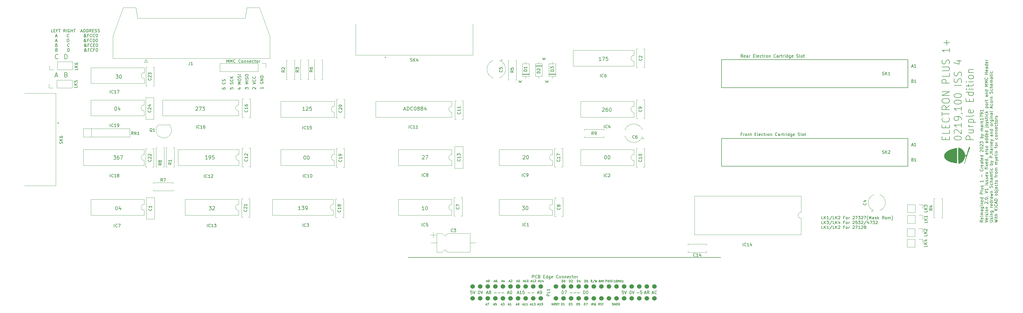
<source format=gbr>
%TF.GenerationSoftware,KiCad,Pcbnew,(6.0.11)*%
%TF.CreationDate,2023-09-06T20:25:10+01:00*%
%TF.ProjectId,001-Acorn_Electron_Plus1_V1_1_with_Joystick,3030312d-4163-46f7-926e-5f456c656374,rev?*%
%TF.SameCoordinates,Original*%
%TF.FileFunction,Legend,Top*%
%TF.FilePolarity,Positive*%
%FSLAX46Y46*%
G04 Gerber Fmt 4.6, Leading zero omitted, Abs format (unit mm)*
G04 Created by KiCad (PCBNEW (6.0.11)) date 2023-09-06 20:25:10*
%MOMM*%
%LPD*%
G01*
G04 APERTURE LIST*
%ADD10C,0.000000*%
%ADD11C,0.150000*%
%ADD12C,0.120000*%
%ADD13C,1.524000*%
G04 APERTURE END LIST*
D10*
G36*
X365749718Y-150132994D02*
G01*
X365840122Y-150144159D01*
X365849034Y-152670533D01*
X365851410Y-153908036D01*
X365847201Y-154688710D01*
X365835190Y-155100854D01*
X365825878Y-155196320D01*
X365814159Y-155232765D01*
X365814194Y-155232751D01*
X365807775Y-155236533D01*
X365798610Y-155239667D01*
X365772315Y-155244025D01*
X365735852Y-155245893D01*
X365689766Y-155245341D01*
X365634603Y-155242440D01*
X365570906Y-155237258D01*
X365499221Y-155229865D01*
X365420093Y-155220331D01*
X365241684Y-155195120D01*
X365040037Y-155162180D01*
X364819509Y-155122069D01*
X364584460Y-155075344D01*
X364302239Y-155012388D01*
X364032079Y-154942883D01*
X363774209Y-154866964D01*
X363528860Y-154784767D01*
X363296262Y-154696425D01*
X363076646Y-154602073D01*
X362870241Y-154501847D01*
X362677279Y-154395880D01*
X362497989Y-154284307D01*
X362332602Y-154167263D01*
X362181348Y-154044882D01*
X362044459Y-153917300D01*
X361922163Y-153784651D01*
X361814691Y-153647069D01*
X361722275Y-153504689D01*
X361645143Y-153357646D01*
X361605239Y-153270121D01*
X361588758Y-153232041D01*
X361574397Y-153196868D01*
X361562014Y-153163940D01*
X361551463Y-153132594D01*
X361542602Y-153102170D01*
X361535285Y-153072006D01*
X361529369Y-153041440D01*
X361524709Y-153009811D01*
X361521162Y-152976457D01*
X361518583Y-152940715D01*
X361516828Y-152901925D01*
X361515752Y-152859426D01*
X361515065Y-152760649D01*
X361515792Y-152665516D01*
X361516847Y-152624186D01*
X361518492Y-152586347D01*
X361520825Y-152551498D01*
X361523944Y-152519138D01*
X361527944Y-152488768D01*
X361532925Y-152459886D01*
X361538982Y-152431992D01*
X361546214Y-152404587D01*
X361554717Y-152377169D01*
X361564589Y-152349238D01*
X361575927Y-152320293D01*
X361588828Y-152289834D01*
X361619710Y-152222374D01*
X361653162Y-152156758D01*
X361692141Y-152089334D01*
X361736247Y-152020524D01*
X361785082Y-151950749D01*
X361838246Y-151880431D01*
X361895341Y-151809991D01*
X361955969Y-151739852D01*
X362019730Y-151670434D01*
X362086225Y-151602160D01*
X362155057Y-151535450D01*
X362225825Y-151470727D01*
X362298132Y-151408412D01*
X362371579Y-151348926D01*
X362445766Y-151292692D01*
X362520295Y-151240131D01*
X362594767Y-151191664D01*
X362686407Y-151137645D01*
X362799626Y-151075833D01*
X362929349Y-151008697D01*
X363070499Y-150938703D01*
X363218002Y-150868321D01*
X363366782Y-150800018D01*
X363511762Y-150736263D01*
X363647868Y-150679522D01*
X363893521Y-150588789D01*
X364187389Y-150493194D01*
X364507802Y-150398370D01*
X364833096Y-150309951D01*
X365141601Y-150233570D01*
X365411652Y-150174862D01*
X365621580Y-150139458D01*
X365697227Y-150132257D01*
X365749718Y-150132994D01*
G37*
D11*
X286623257Y-186780800D02*
X181716996Y-186815604D01*
D10*
G36*
X369942344Y-149685501D02*
G01*
X369947071Y-149686562D01*
X369951922Y-149688224D01*
X369956904Y-149690485D01*
X369962028Y-149693343D01*
X369967302Y-149696796D01*
X369972736Y-149700842D01*
X369978340Y-149705478D01*
X369984122Y-149710701D01*
X369990091Y-149716511D01*
X370002631Y-149729878D01*
X370016032Y-149745561D01*
X370026981Y-149760646D01*
X370039866Y-149781381D01*
X370054316Y-149806927D01*
X370069958Y-149836446D01*
X370103334Y-149904048D01*
X370137020Y-149977477D01*
X370168042Y-150050027D01*
X370193425Y-150114988D01*
X370203073Y-150142527D01*
X370210195Y-150165653D01*
X370214421Y-150183528D01*
X370215379Y-150195314D01*
X370214254Y-150199492D01*
X370211415Y-150207140D01*
X370200945Y-150232077D01*
X370184681Y-150268582D01*
X370163335Y-150315116D01*
X370108243Y-150432108D01*
X370041362Y-150570730D01*
X370041273Y-150570648D01*
X369966166Y-150729438D01*
X369891093Y-150898140D01*
X369815511Y-151078451D01*
X369738873Y-151272068D01*
X369580252Y-151706013D01*
X369410870Y-152213554D01*
X369226369Y-152808269D01*
X369022388Y-153503740D01*
X368794568Y-154313545D01*
X368538549Y-155251263D01*
X368525096Y-155299881D01*
X368512296Y-155343460D01*
X368500049Y-155382125D01*
X368488255Y-155416003D01*
X368476817Y-155445217D01*
X368465634Y-155469895D01*
X368454607Y-155490160D01*
X368443638Y-155506139D01*
X368438144Y-155512560D01*
X368432628Y-155517957D01*
X368427076Y-155522345D01*
X368421476Y-155525739D01*
X368415816Y-155528156D01*
X368410084Y-155529611D01*
X368404267Y-155530120D01*
X368398353Y-155529698D01*
X368392330Y-155528362D01*
X368386184Y-155526126D01*
X368379904Y-155523007D01*
X368373477Y-155519019D01*
X368360134Y-155508505D01*
X368346055Y-155494706D01*
X368342036Y-155490089D01*
X368338381Y-155485106D01*
X368335106Y-155479667D01*
X368332225Y-155473683D01*
X368329751Y-155467063D01*
X368327699Y-155459719D01*
X368326084Y-155451560D01*
X368324919Y-155442497D01*
X368324218Y-155432441D01*
X368323997Y-155421301D01*
X368324269Y-155408989D01*
X368325048Y-155395414D01*
X368326349Y-155380487D01*
X368328186Y-155364119D01*
X368330573Y-155346219D01*
X368333525Y-155326698D01*
X368341178Y-155282435D01*
X368351259Y-155230613D01*
X368363884Y-155170515D01*
X368379164Y-155101423D01*
X368397215Y-155022622D01*
X368418150Y-154933394D01*
X368469129Y-154720788D01*
X368625028Y-154087224D01*
X368755399Y-153574598D01*
X368807363Y-153374747D01*
X368845573Y-153219895D01*
X368870580Y-153103944D01*
X368878304Y-153058650D01*
X368882934Y-153020795D01*
X368884538Y-152989615D01*
X368883186Y-152964349D01*
X368878946Y-152944233D01*
X368871887Y-152928507D01*
X368862078Y-152916407D01*
X368849588Y-152907171D01*
X368834486Y-152900037D01*
X368816840Y-152894242D01*
X368781914Y-152884524D01*
X368751027Y-152876868D01*
X368736959Y-152873987D01*
X368723734Y-152871829D01*
X368711296Y-152870464D01*
X368699589Y-152869960D01*
X368688557Y-152870388D01*
X368678145Y-152871815D01*
X368668297Y-152874313D01*
X368658958Y-152877949D01*
X368650071Y-152882793D01*
X368641581Y-152888915D01*
X368633432Y-152896383D01*
X368625569Y-152905267D01*
X368617935Y-152915635D01*
X368610475Y-152927558D01*
X368603133Y-152941105D01*
X368595854Y-152956344D01*
X368588581Y-152973345D01*
X368581260Y-152992178D01*
X368573834Y-153012911D01*
X368566247Y-153035613D01*
X368550370Y-153087205D01*
X368533183Y-153147505D01*
X368514239Y-153217070D01*
X368493093Y-153296452D01*
X368477671Y-153348895D01*
X368456390Y-153412789D01*
X368430211Y-153485663D01*
X368400089Y-153565050D01*
X368366983Y-153648482D01*
X368331852Y-153733488D01*
X368295654Y-153817601D01*
X368259345Y-153898352D01*
X368198508Y-154022492D01*
X368132114Y-154143065D01*
X368060453Y-154259797D01*
X367983816Y-154372412D01*
X367902492Y-154480635D01*
X367816772Y-154584189D01*
X367726945Y-154682800D01*
X367633301Y-154776192D01*
X367536130Y-154864089D01*
X367435722Y-154946217D01*
X367332367Y-155022299D01*
X367226354Y-155092061D01*
X367117975Y-155155226D01*
X367007518Y-155211520D01*
X366895275Y-155260667D01*
X366781533Y-155302391D01*
X366721609Y-155321208D01*
X366661038Y-155338287D01*
X366601480Y-155353288D01*
X366544594Y-155365873D01*
X366492040Y-155375703D01*
X366445477Y-155382440D01*
X366424961Y-155384543D01*
X366406564Y-155385746D01*
X366390496Y-155386007D01*
X366376962Y-155385282D01*
X366258680Y-155373307D01*
X366249767Y-152747493D01*
X366248299Y-151634269D01*
X366252198Y-150795988D01*
X366261159Y-150260100D01*
X366267443Y-150114132D01*
X366274878Y-150054057D01*
X366277583Y-150048832D01*
X366280301Y-150043907D01*
X366283050Y-150039277D01*
X366285848Y-150034938D01*
X366288713Y-150030887D01*
X366291664Y-150027121D01*
X366294719Y-150023634D01*
X366297896Y-150020425D01*
X366301213Y-150017488D01*
X366304689Y-150014820D01*
X366308342Y-150012418D01*
X366312190Y-150010278D01*
X366316251Y-150008396D01*
X366320544Y-150006768D01*
X366325087Y-150005390D01*
X366329898Y-150004260D01*
X366334995Y-150003372D01*
X366340397Y-150002724D01*
X366346122Y-150002312D01*
X366352188Y-150002131D01*
X366358613Y-150002179D01*
X366365416Y-150002451D01*
X366372615Y-150002945D01*
X366380227Y-150003655D01*
X366388272Y-150004578D01*
X366396768Y-150005711D01*
X366415184Y-150008592D01*
X366435621Y-150012265D01*
X366458226Y-150016703D01*
X366518374Y-150030351D01*
X366581120Y-150047375D01*
X366646072Y-150067583D01*
X366712836Y-150090783D01*
X366781020Y-150116782D01*
X366850232Y-150145389D01*
X366920080Y-150176411D01*
X366990170Y-150209658D01*
X367060111Y-150244936D01*
X367129510Y-150282053D01*
X367197974Y-150320818D01*
X367265110Y-150361038D01*
X367330527Y-150402522D01*
X367393832Y-150445078D01*
X367454633Y-150488513D01*
X367512536Y-150532635D01*
X367601265Y-150606300D01*
X367687657Y-150685463D01*
X367771544Y-150769858D01*
X367852761Y-150859216D01*
X367931142Y-150953268D01*
X368006520Y-151051747D01*
X368078729Y-151154384D01*
X368147604Y-151260912D01*
X368212978Y-151371062D01*
X368274685Y-151484566D01*
X368332558Y-151601156D01*
X368386432Y-151720564D01*
X368436141Y-151842522D01*
X368481518Y-151966762D01*
X368522398Y-152093015D01*
X368558613Y-152221014D01*
X368605285Y-152397763D01*
X368635421Y-152510243D01*
X368636920Y-152515412D01*
X368638504Y-152520291D01*
X368640192Y-152524883D01*
X368642002Y-152529193D01*
X368643953Y-152533225D01*
X368646063Y-152536983D01*
X368648349Y-152540472D01*
X368650831Y-152543696D01*
X368653527Y-152546659D01*
X368656454Y-152549364D01*
X368659632Y-152551817D01*
X368663078Y-152554022D01*
X368666811Y-152555983D01*
X368670849Y-152557703D01*
X368675211Y-152559188D01*
X368679914Y-152560442D01*
X368684977Y-152561468D01*
X368690419Y-152562271D01*
X368696257Y-152562855D01*
X368702509Y-152563225D01*
X368709195Y-152563384D01*
X368716333Y-152563337D01*
X368723940Y-152563088D01*
X368732035Y-152562642D01*
X368740636Y-152562002D01*
X368749762Y-152561172D01*
X368769661Y-152558963D01*
X368791877Y-152556047D01*
X368816558Y-152552458D01*
X368833334Y-152549739D01*
X368850020Y-152546669D01*
X368882708Y-152539608D01*
X368913802Y-152531548D01*
X368942482Y-152522760D01*
X368955660Y-152518178D01*
X368967926Y-152513517D01*
X368979179Y-152508809D01*
X368989315Y-152504089D01*
X368998231Y-152499391D01*
X369005826Y-152494750D01*
X369011996Y-152490198D01*
X369016640Y-152485771D01*
X369021309Y-152478391D01*
X369027566Y-152465178D01*
X369035303Y-152446458D01*
X369044417Y-152422556D01*
X369066348Y-152360511D01*
X369092512Y-152281650D01*
X369122065Y-152188580D01*
X369154160Y-152083907D01*
X369187951Y-151970240D01*
X369222592Y-151850184D01*
X369378752Y-151320078D01*
X369572288Y-150686981D01*
X369751210Y-150118600D01*
X369863528Y-149782640D01*
X369871785Y-149761690D01*
X369879866Y-149743309D01*
X369883863Y-149735077D01*
X369887845Y-149727479D01*
X369891819Y-149720515D01*
X369895796Y-149714181D01*
X369899784Y-149708476D01*
X369903793Y-149703397D01*
X369907833Y-149698942D01*
X369911911Y-149695110D01*
X369916039Y-149691896D01*
X369920224Y-149689300D01*
X369924476Y-149687320D01*
X369928805Y-149685951D01*
X369933220Y-149685194D01*
X369937730Y-149685044D01*
X369942344Y-149685501D01*
G37*
D11*
X246933230Y-136802284D02*
X246990373Y-136745142D01*
X247104659Y-136687999D01*
X247390373Y-136687999D01*
X247504659Y-136745142D01*
X247561802Y-136802284D01*
X247618945Y-136916570D01*
X247618945Y-137030856D01*
X247561802Y-137202284D01*
X246876087Y-137887999D01*
X247618945Y-137887999D01*
X248647516Y-136687999D02*
X248418945Y-136687999D01*
X248304659Y-136745142D01*
X248247516Y-136802284D01*
X248133230Y-136973713D01*
X248076087Y-137202284D01*
X248076087Y-137659427D01*
X248133230Y-137773713D01*
X248190373Y-137830856D01*
X248304659Y-137887999D01*
X248533230Y-137887999D01*
X248647516Y-137830856D01*
X248704659Y-137773713D01*
X248761802Y-137659427D01*
X248761802Y-137373713D01*
X248704659Y-137259427D01*
X248647516Y-137202284D01*
X248533230Y-137145142D01*
X248304659Y-137145142D01*
X248190373Y-137202284D01*
X248133230Y-137259427D01*
X248076087Y-137373713D01*
X249504659Y-136687999D02*
X249618945Y-136687999D01*
X249733230Y-136745142D01*
X249790373Y-136802284D01*
X249847516Y-136916570D01*
X249904659Y-137145142D01*
X249904659Y-137430856D01*
X249847516Y-137659427D01*
X249790373Y-137773713D01*
X249733230Y-137830856D01*
X249618945Y-137887999D01*
X249504659Y-137887999D01*
X249390373Y-137830856D01*
X249333230Y-137773713D01*
X249276087Y-137659427D01*
X249218945Y-137430856D01*
X249218945Y-137145142D01*
X249276087Y-136916570D01*
X249333230Y-136802284D01*
X249390373Y-136745142D01*
X249504659Y-136687999D01*
X133176084Y-129703104D02*
X133176084Y-130274533D01*
X133176084Y-129988818D02*
X132176084Y-129988818D01*
X132318942Y-130084057D01*
X132414180Y-130179295D01*
X132461799Y-130274533D01*
X132223704Y-127988818D02*
X132176084Y-128084057D01*
X132176084Y-128226914D01*
X132223704Y-128369771D01*
X132318942Y-128465009D01*
X132414180Y-128512628D01*
X132604656Y-128560247D01*
X132747513Y-128560247D01*
X132937989Y-128512628D01*
X133033227Y-128465009D01*
X133128465Y-128369771D01*
X133176084Y-128226914D01*
X133176084Y-128131676D01*
X133128465Y-127988818D01*
X133080846Y-127941199D01*
X132747513Y-127941199D01*
X132747513Y-128131676D01*
X133176084Y-127512628D02*
X132176084Y-127512628D01*
X133176084Y-126941199D01*
X132176084Y-126941199D01*
X133176084Y-126465009D02*
X132176084Y-126465009D01*
X132176084Y-126226914D01*
X132223704Y-126084057D01*
X132318942Y-125988818D01*
X132414180Y-125941199D01*
X132604656Y-125893580D01*
X132747513Y-125893580D01*
X132937989Y-125941199D01*
X133033227Y-125988818D01*
X133128465Y-126084057D01*
X133176084Y-126226914D01*
X133176084Y-126465009D01*
X220192872Y-202643372D02*
X220526206Y-202643372D01*
X220126206Y-202843372D02*
X220359539Y-202143372D01*
X220592872Y-202843372D01*
X221192872Y-202843372D02*
X220792872Y-202843372D01*
X220992872Y-202843372D02*
X220992872Y-202143372D01*
X220926206Y-202243372D01*
X220859539Y-202310039D01*
X220792872Y-202343372D01*
X221859539Y-202843372D02*
X221459539Y-202843372D01*
X221659539Y-202843372D02*
X221659539Y-202143372D01*
X221592872Y-202243372D01*
X221526206Y-202310039D01*
X221459539Y-202343372D01*
X250228463Y-202762344D02*
X250328463Y-202795677D01*
X250495129Y-202795677D01*
X250561796Y-202762344D01*
X250595129Y-202729011D01*
X250628463Y-202662344D01*
X250628463Y-202595677D01*
X250595129Y-202529011D01*
X250561796Y-202495677D01*
X250495129Y-202462344D01*
X250361796Y-202429011D01*
X250295129Y-202395677D01*
X250261796Y-202362344D01*
X250228463Y-202295677D01*
X250228463Y-202229011D01*
X250261796Y-202162344D01*
X250295129Y-202129011D01*
X250361796Y-202095677D01*
X250528463Y-202095677D01*
X250628463Y-202129011D01*
X250928463Y-202795677D02*
X250928463Y-202095677D01*
X251328463Y-202795677D01*
X251328463Y-202095677D01*
X251661796Y-202795677D02*
X251661796Y-202095677D01*
X251828463Y-202095677D01*
X251928463Y-202129011D01*
X251995129Y-202195677D01*
X252028463Y-202262344D01*
X252061796Y-202395677D01*
X252061796Y-202495677D01*
X252028463Y-202629011D01*
X251995129Y-202695677D01*
X251928463Y-202762344D01*
X251828463Y-202795677D01*
X251661796Y-202795677D01*
X252495129Y-202095677D02*
X252561796Y-202095677D01*
X252628463Y-202129011D01*
X252661796Y-202162344D01*
X252695129Y-202229011D01*
X252728463Y-202362344D01*
X252728463Y-202529011D01*
X252695129Y-202662344D01*
X252661796Y-202729011D01*
X252628463Y-202762344D01*
X252561796Y-202795677D01*
X252495129Y-202795677D01*
X252428463Y-202762344D01*
X252395129Y-202729011D01*
X252361796Y-202662344D01*
X252328463Y-202529011D01*
X252328463Y-202362344D01*
X252361796Y-202229011D01*
X252395129Y-202162344D01*
X252428463Y-202129011D01*
X252495129Y-202095677D01*
X374556692Y-174352976D02*
X374080502Y-174686309D01*
X374556692Y-174924404D02*
X373556692Y-174924404D01*
X373556692Y-174543452D01*
X373604312Y-174448214D01*
X373651931Y-174400595D01*
X373747169Y-174352976D01*
X373890026Y-174352976D01*
X373985264Y-174400595D01*
X374032883Y-174448214D01*
X374080502Y-174543452D01*
X374080502Y-174924404D01*
X374509073Y-173543452D02*
X374556692Y-173638690D01*
X374556692Y-173829166D01*
X374509073Y-173924404D01*
X374413835Y-173972023D01*
X374032883Y-173972023D01*
X373937645Y-173924404D01*
X373890026Y-173829166D01*
X373890026Y-173638690D01*
X373937645Y-173543452D01*
X374032883Y-173495833D01*
X374128121Y-173495833D01*
X374223359Y-173972023D01*
X374556692Y-173067261D02*
X373890026Y-173067261D01*
X373556692Y-173067261D02*
X373604312Y-173114880D01*
X373651931Y-173067261D01*
X373604312Y-173019642D01*
X373556692Y-173067261D01*
X373651931Y-173067261D01*
X374556692Y-172591071D02*
X373890026Y-172591071D01*
X373985264Y-172591071D02*
X373937645Y-172543452D01*
X373890026Y-172448214D01*
X373890026Y-172305357D01*
X373937645Y-172210119D01*
X374032883Y-172162500D01*
X374556692Y-172162500D01*
X374032883Y-172162500D02*
X373937645Y-172114880D01*
X373890026Y-172019642D01*
X373890026Y-171876785D01*
X373937645Y-171781547D01*
X374032883Y-171733928D01*
X374556692Y-171733928D01*
X374556692Y-170829166D02*
X374032883Y-170829166D01*
X373937645Y-170876785D01*
X373890026Y-170972023D01*
X373890026Y-171162500D01*
X373937645Y-171257738D01*
X374509073Y-170829166D02*
X374556692Y-170924404D01*
X374556692Y-171162500D01*
X374509073Y-171257738D01*
X374413835Y-171305357D01*
X374318597Y-171305357D01*
X374223359Y-171257738D01*
X374175740Y-171162500D01*
X374175740Y-170924404D01*
X374128121Y-170829166D01*
X373890026Y-169924404D02*
X374699550Y-169924404D01*
X374794788Y-169972023D01*
X374842407Y-170019642D01*
X374890026Y-170114880D01*
X374890026Y-170257738D01*
X374842407Y-170352976D01*
X374509073Y-169924404D02*
X374556692Y-170019642D01*
X374556692Y-170210119D01*
X374509073Y-170305357D01*
X374461454Y-170352976D01*
X374366216Y-170400595D01*
X374080502Y-170400595D01*
X373985264Y-170352976D01*
X373937645Y-170305357D01*
X373890026Y-170210119D01*
X373890026Y-170019642D01*
X373937645Y-169924404D01*
X374556692Y-169448214D02*
X373890026Y-169448214D01*
X373556692Y-169448214D02*
X373604312Y-169495833D01*
X373651931Y-169448214D01*
X373604312Y-169400595D01*
X373556692Y-169448214D01*
X373651931Y-169448214D01*
X373890026Y-168972023D02*
X374556692Y-168972023D01*
X373985264Y-168972023D02*
X373937645Y-168924404D01*
X373890026Y-168829166D01*
X373890026Y-168686309D01*
X373937645Y-168591071D01*
X374032883Y-168543452D01*
X374556692Y-168543452D01*
X374509073Y-167686309D02*
X374556692Y-167781547D01*
X374556692Y-167972023D01*
X374509073Y-168067261D01*
X374413835Y-168114880D01*
X374032883Y-168114880D01*
X373937645Y-168067261D01*
X373890026Y-167972023D01*
X373890026Y-167781547D01*
X373937645Y-167686309D01*
X374032883Y-167638690D01*
X374128121Y-167638690D01*
X374223359Y-168114880D01*
X374556692Y-166781547D02*
X373556692Y-166781547D01*
X374509073Y-166781547D02*
X374556692Y-166876785D01*
X374556692Y-167067261D01*
X374509073Y-167162500D01*
X374461454Y-167210119D01*
X374366216Y-167257738D01*
X374080502Y-167257738D01*
X373985264Y-167210119D01*
X373937645Y-167162500D01*
X373890026Y-167067261D01*
X373890026Y-166876785D01*
X373937645Y-166781547D01*
X374556692Y-165543452D02*
X373556692Y-165543452D01*
X373556692Y-165162500D01*
X373604312Y-165067261D01*
X373651931Y-165019642D01*
X373747169Y-164972023D01*
X373890026Y-164972023D01*
X373985264Y-165019642D01*
X374032883Y-165067261D01*
X374080502Y-165162500D01*
X374080502Y-165543452D01*
X374556692Y-164400595D02*
X374509073Y-164495833D01*
X374413835Y-164543452D01*
X373556692Y-164543452D01*
X373890026Y-163591071D02*
X374556692Y-163591071D01*
X373890026Y-164019642D02*
X374413835Y-164019642D01*
X374509073Y-163972023D01*
X374556692Y-163876785D01*
X374556692Y-163733928D01*
X374509073Y-163638690D01*
X374461454Y-163591071D01*
X374509073Y-163162500D02*
X374556692Y-163067261D01*
X374556692Y-162876785D01*
X374509073Y-162781547D01*
X374413835Y-162733928D01*
X374366216Y-162733928D01*
X374270978Y-162781547D01*
X374223359Y-162876785D01*
X374223359Y-163019642D01*
X374175740Y-163114880D01*
X374080502Y-163162500D01*
X374032883Y-163162500D01*
X373937645Y-163114880D01*
X373890026Y-163019642D01*
X373890026Y-162876785D01*
X373937645Y-162781547D01*
X374556692Y-161019642D02*
X374556692Y-161591071D01*
X374556692Y-161305357D02*
X373556692Y-161305357D01*
X373699550Y-161400595D01*
X373794788Y-161495833D01*
X373842407Y-161591071D01*
X374175740Y-159829166D02*
X374175740Y-159067261D01*
X374461454Y-157257738D02*
X374509073Y-157305357D01*
X374556692Y-157448214D01*
X374556692Y-157543452D01*
X374509073Y-157686309D01*
X374413835Y-157781547D01*
X374318597Y-157829166D01*
X374128121Y-157876785D01*
X373985264Y-157876785D01*
X373794788Y-157829166D01*
X373699550Y-157781547D01*
X373604312Y-157686309D01*
X373556692Y-157543452D01*
X373556692Y-157448214D01*
X373604312Y-157305357D01*
X373651931Y-157257738D01*
X374556692Y-156829166D02*
X373890026Y-156829166D01*
X374080502Y-156829166D02*
X373985264Y-156781547D01*
X373937645Y-156733928D01*
X373890026Y-156638690D01*
X373890026Y-156543452D01*
X374509073Y-155829166D02*
X374556692Y-155924404D01*
X374556692Y-156114880D01*
X374509073Y-156210119D01*
X374413835Y-156257738D01*
X374032883Y-156257738D01*
X373937645Y-156210119D01*
X373890026Y-156114880D01*
X373890026Y-155924404D01*
X373937645Y-155829166D01*
X374032883Y-155781547D01*
X374128121Y-155781547D01*
X374223359Y-156257738D01*
X374556692Y-154924404D02*
X374032883Y-154924404D01*
X373937645Y-154972023D01*
X373890026Y-155067261D01*
X373890026Y-155257738D01*
X373937645Y-155352976D01*
X374509073Y-154924404D02*
X374556692Y-155019642D01*
X374556692Y-155257738D01*
X374509073Y-155352976D01*
X374413835Y-155400595D01*
X374318597Y-155400595D01*
X374223359Y-155352976D01*
X374175740Y-155257738D01*
X374175740Y-155019642D01*
X374128121Y-154924404D01*
X373890026Y-154591071D02*
X373890026Y-154210119D01*
X373556692Y-154448214D02*
X374413835Y-154448214D01*
X374509073Y-154400595D01*
X374556692Y-154305357D01*
X374556692Y-154210119D01*
X374509073Y-153495833D02*
X374556692Y-153591071D01*
X374556692Y-153781547D01*
X374509073Y-153876785D01*
X374413835Y-153924404D01*
X374032883Y-153924404D01*
X373937645Y-153876785D01*
X373890026Y-153781547D01*
X373890026Y-153591071D01*
X373937645Y-153495833D01*
X374032883Y-153448214D01*
X374128121Y-153448214D01*
X374223359Y-153924404D01*
X374556692Y-152591071D02*
X373556692Y-152591071D01*
X374509073Y-152591071D02*
X374556692Y-152686309D01*
X374556692Y-152876785D01*
X374509073Y-152972023D01*
X374461454Y-153019642D01*
X374366216Y-153067261D01*
X374080502Y-153067261D01*
X373985264Y-153019642D01*
X373937645Y-152972023D01*
X373890026Y-152876785D01*
X373890026Y-152686309D01*
X373937645Y-152591071D01*
X373651931Y-151400595D02*
X373604312Y-151352976D01*
X373556692Y-151257738D01*
X373556692Y-151019642D01*
X373604312Y-150924404D01*
X373651931Y-150876785D01*
X373747169Y-150829166D01*
X373842407Y-150829166D01*
X373985264Y-150876785D01*
X374556692Y-151448214D01*
X374556692Y-150829166D01*
X373556692Y-150210119D02*
X373556692Y-150114880D01*
X373604312Y-150019642D01*
X373651931Y-149972023D01*
X373747169Y-149924404D01*
X373937645Y-149876785D01*
X374175740Y-149876785D01*
X374366216Y-149924404D01*
X374461454Y-149972023D01*
X374509073Y-150019642D01*
X374556692Y-150114880D01*
X374556692Y-150210119D01*
X374509073Y-150305357D01*
X374461454Y-150352976D01*
X374366216Y-150400595D01*
X374175740Y-150448214D01*
X373937645Y-150448214D01*
X373747169Y-150400595D01*
X373651931Y-150352976D01*
X373604312Y-150305357D01*
X373556692Y-150210119D01*
X373651931Y-149495833D02*
X373604312Y-149448214D01*
X373556692Y-149352976D01*
X373556692Y-149114880D01*
X373604312Y-149019642D01*
X373651931Y-148972023D01*
X373747169Y-148924404D01*
X373842407Y-148924404D01*
X373985264Y-148972023D01*
X374556692Y-149543452D01*
X374556692Y-148924404D01*
X373556692Y-148591071D02*
X373556692Y-147972023D01*
X373937645Y-148305357D01*
X373937645Y-148162500D01*
X373985264Y-148067261D01*
X374032883Y-148019642D01*
X374128121Y-147972023D01*
X374366216Y-147972023D01*
X374461454Y-148019642D01*
X374509073Y-148067261D01*
X374556692Y-148162500D01*
X374556692Y-148448214D01*
X374509073Y-148543452D01*
X374461454Y-148591071D01*
X374556692Y-146781547D02*
X373556692Y-146781547D01*
X373937645Y-146781547D02*
X373890026Y-146686309D01*
X373890026Y-146495833D01*
X373937645Y-146400595D01*
X373985264Y-146352976D01*
X374080502Y-146305357D01*
X374366216Y-146305357D01*
X374461454Y-146352976D01*
X374509073Y-146400595D01*
X374556692Y-146495833D01*
X374556692Y-146686309D01*
X374509073Y-146781547D01*
X373890026Y-145972023D02*
X374556692Y-145733928D01*
X373890026Y-145495833D02*
X374556692Y-145733928D01*
X374794788Y-145829166D01*
X374842407Y-145876785D01*
X374890026Y-145972023D01*
X374556692Y-144352976D02*
X373890026Y-144352976D01*
X373985264Y-144352976D02*
X373937645Y-144305357D01*
X373890026Y-144210119D01*
X373890026Y-144067261D01*
X373937645Y-143972023D01*
X374032883Y-143924404D01*
X374556692Y-143924404D01*
X374032883Y-143924404D02*
X373937645Y-143876785D01*
X373890026Y-143781547D01*
X373890026Y-143638690D01*
X373937645Y-143543452D01*
X374032883Y-143495833D01*
X374556692Y-143495833D01*
X374556692Y-142591071D02*
X374032883Y-142591071D01*
X373937645Y-142638690D01*
X373890026Y-142733928D01*
X373890026Y-142924404D01*
X373937645Y-143019642D01*
X374509073Y-142591071D02*
X374556692Y-142686309D01*
X374556692Y-142924404D01*
X374509073Y-143019642D01*
X374413835Y-143067261D01*
X374318597Y-143067261D01*
X374223359Y-143019642D01*
X374175740Y-142924404D01*
X374175740Y-142686309D01*
X374128121Y-142591071D01*
X374556692Y-142114880D02*
X373890026Y-142114880D01*
X374080502Y-142114880D02*
X373985264Y-142067261D01*
X373937645Y-142019642D01*
X373890026Y-141924404D01*
X373890026Y-141829166D01*
X374556692Y-141495833D02*
X373556692Y-141495833D01*
X374175740Y-141400595D02*
X374556692Y-141114880D01*
X373890026Y-141114880D02*
X374270978Y-141495833D01*
X374556692Y-140162500D02*
X374556692Y-140733928D01*
X374556692Y-140448214D02*
X373556692Y-140448214D01*
X373699550Y-140543452D01*
X373794788Y-140638690D01*
X373842407Y-140733928D01*
X373556692Y-139829166D02*
X373556692Y-139162500D01*
X374556692Y-139591071D01*
X374556692Y-138733928D02*
X374556692Y-138543452D01*
X374509073Y-138448214D01*
X374461454Y-138400595D01*
X374318597Y-138305357D01*
X374128121Y-138257738D01*
X373747169Y-138257738D01*
X373651931Y-138305357D01*
X373604312Y-138352976D01*
X373556692Y-138448214D01*
X373556692Y-138638690D01*
X373604312Y-138733928D01*
X373651931Y-138781547D01*
X373747169Y-138829166D01*
X373985264Y-138829166D01*
X374080502Y-138781547D01*
X374128121Y-138733928D01*
X374175740Y-138638690D01*
X374175740Y-138448214D01*
X374128121Y-138352976D01*
X374080502Y-138305357D01*
X373985264Y-138257738D01*
X374556692Y-137305357D02*
X374556692Y-137876785D01*
X374556692Y-137591071D02*
X373556692Y-137591071D01*
X373699550Y-137686309D01*
X373794788Y-137781547D01*
X373842407Y-137876785D01*
X375166692Y-175067261D02*
X376166692Y-174733928D01*
X375166692Y-174400595D01*
X376119073Y-173686309D02*
X376166692Y-173781547D01*
X376166692Y-173972023D01*
X376119073Y-174067261D01*
X376023835Y-174114880D01*
X375642883Y-174114880D01*
X375547645Y-174067261D01*
X375500026Y-173972023D01*
X375500026Y-173781547D01*
X375547645Y-173686309D01*
X375642883Y-173638690D01*
X375738121Y-173638690D01*
X375833359Y-174114880D01*
X376166692Y-173210119D02*
X375500026Y-173210119D01*
X375690502Y-173210119D02*
X375595264Y-173162500D01*
X375547645Y-173114880D01*
X375500026Y-173019642D01*
X375500026Y-172924404D01*
X376119073Y-172638690D02*
X376166692Y-172543452D01*
X376166692Y-172352976D01*
X376119073Y-172257738D01*
X376023835Y-172210119D01*
X375976216Y-172210119D01*
X375880978Y-172257738D01*
X375833359Y-172352976D01*
X375833359Y-172495833D01*
X375785740Y-172591071D01*
X375690502Y-172638690D01*
X375642883Y-172638690D01*
X375547645Y-172591071D01*
X375500026Y-172495833D01*
X375500026Y-172352976D01*
X375547645Y-172257738D01*
X376166692Y-171781547D02*
X375500026Y-171781547D01*
X375166692Y-171781547D02*
X375214312Y-171829166D01*
X375261931Y-171781547D01*
X375214312Y-171733928D01*
X375166692Y-171781547D01*
X375261931Y-171781547D01*
X376166692Y-171162500D02*
X376119073Y-171257738D01*
X376071454Y-171305357D01*
X375976216Y-171352976D01*
X375690502Y-171352976D01*
X375595264Y-171305357D01*
X375547645Y-171257738D01*
X375500026Y-171162500D01*
X375500026Y-171019642D01*
X375547645Y-170924404D01*
X375595264Y-170876785D01*
X375690502Y-170829166D01*
X375976216Y-170829166D01*
X376071454Y-170876785D01*
X376119073Y-170924404D01*
X376166692Y-171019642D01*
X376166692Y-171162500D01*
X375500026Y-170400595D02*
X376166692Y-170400595D01*
X375595264Y-170400595D02*
X375547645Y-170352976D01*
X375500026Y-170257738D01*
X375500026Y-170114880D01*
X375547645Y-170019642D01*
X375642883Y-169972023D01*
X376166692Y-169972023D01*
X375261931Y-168781547D02*
X375214312Y-168733928D01*
X375166692Y-168638690D01*
X375166692Y-168400595D01*
X375214312Y-168305357D01*
X375261931Y-168257738D01*
X375357169Y-168210119D01*
X375452407Y-168210119D01*
X375595264Y-168257738D01*
X376166692Y-168829166D01*
X376166692Y-168210119D01*
X376071454Y-167781547D02*
X376119073Y-167733928D01*
X376166692Y-167781547D01*
X376119073Y-167829166D01*
X376071454Y-167781547D01*
X376166692Y-167781547D01*
X375166692Y-167114880D02*
X375166692Y-167019642D01*
X375214312Y-166924404D01*
X375261931Y-166876785D01*
X375357169Y-166829166D01*
X375547645Y-166781547D01*
X375785740Y-166781547D01*
X375976216Y-166829166D01*
X376071454Y-166876785D01*
X376119073Y-166924404D01*
X376166692Y-167019642D01*
X376166692Y-167114880D01*
X376119073Y-167210119D01*
X376071454Y-167257738D01*
X375976216Y-167305357D01*
X375785740Y-167352976D01*
X375547645Y-167352976D01*
X375357169Y-167305357D01*
X375261931Y-167257738D01*
X375214312Y-167210119D01*
X375166692Y-167114880D01*
X376119073Y-166305357D02*
X376166692Y-166305357D01*
X376261931Y-166352976D01*
X376309550Y-166400595D01*
X375166692Y-165257738D02*
X376166692Y-164924404D01*
X375166692Y-164591071D01*
X376166692Y-163733928D02*
X376166692Y-164305357D01*
X376166692Y-164019642D02*
X375166692Y-164019642D01*
X375309550Y-164114880D01*
X375404788Y-164210119D01*
X375452407Y-164305357D01*
X376166692Y-162543452D02*
X375166692Y-162543452D01*
X376119073Y-162114880D02*
X376166692Y-162019642D01*
X376166692Y-161829166D01*
X376119073Y-161733928D01*
X376023835Y-161686309D01*
X375976216Y-161686309D01*
X375880978Y-161733928D01*
X375833359Y-161829166D01*
X375833359Y-161972023D01*
X375785740Y-162067261D01*
X375690502Y-162114880D01*
X375642883Y-162114880D01*
X375547645Y-162067261D01*
X375500026Y-161972023D01*
X375500026Y-161829166D01*
X375547645Y-161733928D01*
X376119073Y-161305357D02*
X376166692Y-161210119D01*
X376166692Y-161019642D01*
X376119073Y-160924404D01*
X376023835Y-160876785D01*
X375976216Y-160876785D01*
X375880978Y-160924404D01*
X375833359Y-161019642D01*
X375833359Y-161162500D01*
X375785740Y-161257738D01*
X375690502Y-161305357D01*
X375642883Y-161305357D01*
X375547645Y-161257738D01*
X375500026Y-161162500D01*
X375500026Y-161019642D01*
X375547645Y-160924404D01*
X375500026Y-160019642D02*
X376166692Y-160019642D01*
X375500026Y-160448214D02*
X376023835Y-160448214D01*
X376119073Y-160400595D01*
X376166692Y-160305357D01*
X376166692Y-160162500D01*
X376119073Y-160067261D01*
X376071454Y-160019642D01*
X376119073Y-159162500D02*
X376166692Y-159257738D01*
X376166692Y-159448214D01*
X376119073Y-159543452D01*
X376023835Y-159591071D01*
X375642883Y-159591071D01*
X375547645Y-159543452D01*
X375500026Y-159448214D01*
X375500026Y-159257738D01*
X375547645Y-159162500D01*
X375642883Y-159114880D01*
X375738121Y-159114880D01*
X375833359Y-159591071D01*
X376119073Y-158733928D02*
X376166692Y-158638690D01*
X376166692Y-158448214D01*
X376119073Y-158352976D01*
X376023835Y-158305357D01*
X375976216Y-158305357D01*
X375880978Y-158352976D01*
X375833359Y-158448214D01*
X375833359Y-158591071D01*
X375785740Y-158686309D01*
X375690502Y-158733928D01*
X375642883Y-158733928D01*
X375547645Y-158686309D01*
X375500026Y-158591071D01*
X375500026Y-158448214D01*
X375547645Y-158352976D01*
X375500026Y-157257738D02*
X375500026Y-156876785D01*
X376166692Y-157114880D02*
X375309550Y-157114880D01*
X375214312Y-157067261D01*
X375166692Y-156972023D01*
X375166692Y-156876785D01*
X376166692Y-156543452D02*
X375500026Y-156543452D01*
X375166692Y-156543452D02*
X375214312Y-156591071D01*
X375261931Y-156543452D01*
X375214312Y-156495833D01*
X375166692Y-156543452D01*
X375261931Y-156543452D01*
X376166692Y-156162500D02*
X375500026Y-155638690D01*
X375500026Y-156162500D02*
X376166692Y-155638690D01*
X376119073Y-154876785D02*
X376166692Y-154972023D01*
X376166692Y-155162500D01*
X376119073Y-155257738D01*
X376023835Y-155305357D01*
X375642883Y-155305357D01*
X375547645Y-155257738D01*
X375500026Y-155162500D01*
X375500026Y-154972023D01*
X375547645Y-154876785D01*
X375642883Y-154829166D01*
X375738121Y-154829166D01*
X375833359Y-155305357D01*
X376166692Y-153972023D02*
X375166692Y-153972023D01*
X376119073Y-153972023D02*
X376166692Y-154067261D01*
X376166692Y-154257738D01*
X376119073Y-154352976D01*
X376071454Y-154400595D01*
X375976216Y-154448214D01*
X375690502Y-154448214D01*
X375595264Y-154400595D01*
X375547645Y-154352976D01*
X375500026Y-154257738D01*
X375500026Y-154067261D01*
X375547645Y-153972023D01*
X376119073Y-153448214D02*
X376166692Y-153448214D01*
X376261931Y-153495833D01*
X376309550Y-153543452D01*
X376166692Y-151829166D02*
X375642883Y-151829166D01*
X375547645Y-151876785D01*
X375500026Y-151972023D01*
X375500026Y-152162500D01*
X375547645Y-152257738D01*
X376119073Y-151829166D02*
X376166692Y-151924404D01*
X376166692Y-152162500D01*
X376119073Y-152257738D01*
X376023835Y-152305357D01*
X375928597Y-152305357D01*
X375833359Y-152257738D01*
X375785740Y-152162500D01*
X375785740Y-151924404D01*
X375738121Y-151829166D01*
X376166692Y-151210119D02*
X376119073Y-151305357D01*
X376023835Y-151352976D01*
X375166692Y-151352976D01*
X376119073Y-150876785D02*
X376166692Y-150781547D01*
X376166692Y-150591071D01*
X376119073Y-150495833D01*
X376023835Y-150448214D01*
X375976216Y-150448214D01*
X375880978Y-150495833D01*
X375833359Y-150591071D01*
X375833359Y-150733928D01*
X375785740Y-150829166D01*
X375690502Y-150876785D01*
X375642883Y-150876785D01*
X375547645Y-150829166D01*
X375500026Y-150733928D01*
X375500026Y-150591071D01*
X375547645Y-150495833D01*
X376166692Y-149876785D02*
X376119073Y-149972023D01*
X376071454Y-150019642D01*
X375976216Y-150067261D01*
X375690502Y-150067261D01*
X375595264Y-150019642D01*
X375547645Y-149972023D01*
X375500026Y-149876785D01*
X375500026Y-149733928D01*
X375547645Y-149638690D01*
X375595264Y-149591071D01*
X375690502Y-149543452D01*
X375976216Y-149543452D01*
X376071454Y-149591071D01*
X376119073Y-149638690D01*
X376166692Y-149733928D01*
X376166692Y-149876785D01*
X376166692Y-147924404D02*
X375642883Y-147924404D01*
X375547645Y-147972023D01*
X375500026Y-148067261D01*
X375500026Y-148257738D01*
X375547645Y-148352976D01*
X376119073Y-147924404D02*
X376166692Y-148019642D01*
X376166692Y-148257738D01*
X376119073Y-148352976D01*
X376023835Y-148400595D01*
X375928597Y-148400595D01*
X375833359Y-148352976D01*
X375785740Y-148257738D01*
X375785740Y-148019642D01*
X375738121Y-147924404D01*
X376166692Y-147019642D02*
X375166692Y-147019642D01*
X376119073Y-147019642D02*
X376166692Y-147114880D01*
X376166692Y-147305357D01*
X376119073Y-147400595D01*
X376071454Y-147448214D01*
X375976216Y-147495833D01*
X375690502Y-147495833D01*
X375595264Y-147448214D01*
X375547645Y-147400595D01*
X375500026Y-147305357D01*
X375500026Y-147114880D01*
X375547645Y-147019642D01*
X376166692Y-146114880D02*
X375166692Y-146114880D01*
X376119073Y-146114880D02*
X376166692Y-146210119D01*
X376166692Y-146400595D01*
X376119073Y-146495833D01*
X376071454Y-146543452D01*
X375976216Y-146591071D01*
X375690502Y-146591071D01*
X375595264Y-146543452D01*
X375547645Y-146495833D01*
X375500026Y-146400595D01*
X375500026Y-146210119D01*
X375547645Y-146114880D01*
X376119073Y-145257738D02*
X376166692Y-145352976D01*
X376166692Y-145543452D01*
X376119073Y-145638690D01*
X376023835Y-145686309D01*
X375642883Y-145686309D01*
X375547645Y-145638690D01*
X375500026Y-145543452D01*
X375500026Y-145352976D01*
X375547645Y-145257738D01*
X375642883Y-145210119D01*
X375738121Y-145210119D01*
X375833359Y-145686309D01*
X376166692Y-144352976D02*
X375166692Y-144352976D01*
X376119073Y-144352976D02*
X376166692Y-144448214D01*
X376166692Y-144638690D01*
X376119073Y-144733928D01*
X376071454Y-144781547D01*
X375976216Y-144829166D01*
X375690502Y-144829166D01*
X375595264Y-144781547D01*
X375547645Y-144733928D01*
X375500026Y-144638690D01*
X375500026Y-144448214D01*
X375547645Y-144352976D01*
X375500026Y-143114880D02*
X376357169Y-143114880D01*
X376452407Y-143162500D01*
X376500026Y-143257738D01*
X376500026Y-143305357D01*
X375166692Y-143114880D02*
X375214312Y-143162500D01*
X375261931Y-143114880D01*
X375214312Y-143067261D01*
X375166692Y-143114880D01*
X375261931Y-143114880D01*
X376166692Y-142495833D02*
X376119073Y-142591071D01*
X376071454Y-142638690D01*
X375976216Y-142686309D01*
X375690502Y-142686309D01*
X375595264Y-142638690D01*
X375547645Y-142591071D01*
X375500026Y-142495833D01*
X375500026Y-142352976D01*
X375547645Y-142257738D01*
X375595264Y-142210119D01*
X375690502Y-142162500D01*
X375976216Y-142162500D01*
X376071454Y-142210119D01*
X376119073Y-142257738D01*
X376166692Y-142352976D01*
X376166692Y-142495833D01*
X375500026Y-141829166D02*
X376166692Y-141591071D01*
X375500026Y-141352976D02*
X376166692Y-141591071D01*
X376404788Y-141686309D01*
X376452407Y-141733928D01*
X376500026Y-141829166D01*
X376119073Y-141019642D02*
X376166692Y-140924404D01*
X376166692Y-140733928D01*
X376119073Y-140638690D01*
X376023835Y-140591071D01*
X375976216Y-140591071D01*
X375880978Y-140638690D01*
X375833359Y-140733928D01*
X375833359Y-140876785D01*
X375785740Y-140972023D01*
X375690502Y-141019642D01*
X375642883Y-141019642D01*
X375547645Y-140972023D01*
X375500026Y-140876785D01*
X375500026Y-140733928D01*
X375547645Y-140638690D01*
X375500026Y-140305357D02*
X375500026Y-139924404D01*
X375166692Y-140162500D02*
X376023835Y-140162500D01*
X376119073Y-140114880D01*
X376166692Y-140019642D01*
X376166692Y-139924404D01*
X376166692Y-139591071D02*
X375500026Y-139591071D01*
X375166692Y-139591071D02*
X375214312Y-139638690D01*
X375261931Y-139591071D01*
X375214312Y-139543452D01*
X375166692Y-139591071D01*
X375261931Y-139591071D01*
X376119073Y-138686309D02*
X376166692Y-138781547D01*
X376166692Y-138972023D01*
X376119073Y-139067261D01*
X376071454Y-139114880D01*
X375976216Y-139162500D01*
X375690502Y-139162500D01*
X375595264Y-139114880D01*
X375547645Y-139067261D01*
X375500026Y-138972023D01*
X375500026Y-138781547D01*
X375547645Y-138686309D01*
X376166692Y-138257738D02*
X375166692Y-138257738D01*
X375785740Y-138162500D02*
X376166692Y-137876785D01*
X375500026Y-137876785D02*
X375880978Y-138257738D01*
X375500026Y-136686309D02*
X376500026Y-136686309D01*
X375547645Y-136686309D02*
X375500026Y-136591071D01*
X375500026Y-136400595D01*
X375547645Y-136305357D01*
X375595264Y-136257738D01*
X375690502Y-136210119D01*
X375976216Y-136210119D01*
X376071454Y-136257738D01*
X376119073Y-136305357D01*
X376166692Y-136400595D01*
X376166692Y-136591071D01*
X376119073Y-136686309D01*
X376166692Y-135638690D02*
X376119073Y-135733928D01*
X376071454Y-135781547D01*
X375976216Y-135829166D01*
X375690502Y-135829166D01*
X375595264Y-135781547D01*
X375547645Y-135733928D01*
X375500026Y-135638690D01*
X375500026Y-135495833D01*
X375547645Y-135400595D01*
X375595264Y-135352976D01*
X375690502Y-135305357D01*
X375976216Y-135305357D01*
X376071454Y-135352976D01*
X376119073Y-135400595D01*
X376166692Y-135495833D01*
X376166692Y-135638690D01*
X376166692Y-134876785D02*
X375500026Y-134876785D01*
X375690502Y-134876785D02*
X375595264Y-134829166D01*
X375547645Y-134781547D01*
X375500026Y-134686309D01*
X375500026Y-134591071D01*
X375500026Y-134400595D02*
X375500026Y-134019642D01*
X375166692Y-134257738D02*
X376023835Y-134257738D01*
X376119073Y-134210119D01*
X376166692Y-134114880D01*
X376166692Y-134019642D01*
X376166692Y-132495833D02*
X375642883Y-132495833D01*
X375547645Y-132543452D01*
X375500026Y-132638690D01*
X375500026Y-132829166D01*
X375547645Y-132924404D01*
X376119073Y-132495833D02*
X376166692Y-132591071D01*
X376166692Y-132829166D01*
X376119073Y-132924404D01*
X376023835Y-132972023D01*
X375928597Y-132972023D01*
X375833359Y-132924404D01*
X375785740Y-132829166D01*
X375785740Y-132591071D01*
X375738121Y-132495833D01*
X375500026Y-132019642D02*
X376166692Y-132019642D01*
X375595264Y-132019642D02*
X375547645Y-131972023D01*
X375500026Y-131876785D01*
X375500026Y-131733928D01*
X375547645Y-131638690D01*
X375642883Y-131591071D01*
X376166692Y-131591071D01*
X376166692Y-130686309D02*
X375166692Y-130686309D01*
X376119073Y-130686309D02*
X376166692Y-130781547D01*
X376166692Y-130972023D01*
X376119073Y-131067261D01*
X376071454Y-131114880D01*
X375976216Y-131162500D01*
X375690502Y-131162500D01*
X375595264Y-131114880D01*
X375547645Y-131067261D01*
X375500026Y-130972023D01*
X375500026Y-130781547D01*
X375547645Y-130686309D01*
X376166692Y-129448214D02*
X375166692Y-129448214D01*
X375880978Y-129114880D01*
X375166692Y-128781547D01*
X376166692Y-128781547D01*
X376166692Y-128305357D02*
X375166692Y-128305357D01*
X375880978Y-127972023D01*
X375166692Y-127638690D01*
X376166692Y-127638690D01*
X376071454Y-126591071D02*
X376119073Y-126638690D01*
X376166692Y-126781547D01*
X376166692Y-126876785D01*
X376119073Y-127019642D01*
X376023835Y-127114880D01*
X375928597Y-127162500D01*
X375738121Y-127210119D01*
X375595264Y-127210119D01*
X375404788Y-127162500D01*
X375309550Y-127114880D01*
X375214312Y-127019642D01*
X375166692Y-126876785D01*
X375166692Y-126781547D01*
X375214312Y-126638690D01*
X375261931Y-126591071D01*
X376166692Y-125400595D02*
X375166692Y-125400595D01*
X375642883Y-125400595D02*
X375642883Y-124829166D01*
X376166692Y-124829166D02*
X375166692Y-124829166D01*
X376119073Y-123972023D02*
X376166692Y-124067261D01*
X376166692Y-124257738D01*
X376119073Y-124352976D01*
X376023835Y-124400595D01*
X375642883Y-124400595D01*
X375547645Y-124352976D01*
X375500026Y-124257738D01*
X375500026Y-124067261D01*
X375547645Y-123972023D01*
X375642883Y-123924404D01*
X375738121Y-123924404D01*
X375833359Y-124400595D01*
X376166692Y-123067261D02*
X375642883Y-123067261D01*
X375547645Y-123114880D01*
X375500026Y-123210119D01*
X375500026Y-123400595D01*
X375547645Y-123495833D01*
X376119073Y-123067261D02*
X376166692Y-123162500D01*
X376166692Y-123400595D01*
X376119073Y-123495833D01*
X376023835Y-123543452D01*
X375928597Y-123543452D01*
X375833359Y-123495833D01*
X375785740Y-123400595D01*
X375785740Y-123162500D01*
X375738121Y-123067261D01*
X376166692Y-122162500D02*
X375166692Y-122162500D01*
X376119073Y-122162500D02*
X376166692Y-122257738D01*
X376166692Y-122448214D01*
X376119073Y-122543452D01*
X376071454Y-122591071D01*
X375976216Y-122638690D01*
X375690502Y-122638690D01*
X375595264Y-122591071D01*
X375547645Y-122543452D01*
X375500026Y-122448214D01*
X375500026Y-122257738D01*
X375547645Y-122162500D01*
X376119073Y-121305357D02*
X376166692Y-121400595D01*
X376166692Y-121591071D01*
X376119073Y-121686309D01*
X376023835Y-121733928D01*
X375642883Y-121733928D01*
X375547645Y-121686309D01*
X375500026Y-121591071D01*
X375500026Y-121400595D01*
X375547645Y-121305357D01*
X375642883Y-121257738D01*
X375738121Y-121257738D01*
X375833359Y-121733928D01*
X376166692Y-120829166D02*
X375500026Y-120829166D01*
X375690502Y-120829166D02*
X375595264Y-120781547D01*
X375547645Y-120733928D01*
X375500026Y-120638690D01*
X375500026Y-120543452D01*
X376776692Y-174924404D02*
X377586216Y-174924404D01*
X377681454Y-174876785D01*
X377729073Y-174829166D01*
X377776692Y-174733928D01*
X377776692Y-174543452D01*
X377729073Y-174448214D01*
X377681454Y-174400595D01*
X377586216Y-174352976D01*
X376776692Y-174352976D01*
X377729073Y-173924404D02*
X377776692Y-173829166D01*
X377776692Y-173638690D01*
X377729073Y-173543452D01*
X377633835Y-173495833D01*
X377586216Y-173495833D01*
X377490978Y-173543452D01*
X377443359Y-173638690D01*
X377443359Y-173781547D01*
X377395740Y-173876785D01*
X377300502Y-173924404D01*
X377252883Y-173924404D01*
X377157645Y-173876785D01*
X377110026Y-173781547D01*
X377110026Y-173638690D01*
X377157645Y-173543452D01*
X377776692Y-173067261D02*
X377110026Y-173067261D01*
X376776692Y-173067261D02*
X376824312Y-173114880D01*
X376871931Y-173067261D01*
X376824312Y-173019642D01*
X376776692Y-173067261D01*
X376871931Y-173067261D01*
X377110026Y-172591071D02*
X377776692Y-172591071D01*
X377205264Y-172591071D02*
X377157645Y-172543452D01*
X377110026Y-172448214D01*
X377110026Y-172305357D01*
X377157645Y-172210119D01*
X377252883Y-172162500D01*
X377776692Y-172162500D01*
X377110026Y-171257738D02*
X377919550Y-171257738D01*
X378014788Y-171305357D01*
X378062407Y-171352976D01*
X378110026Y-171448214D01*
X378110026Y-171591071D01*
X378062407Y-171686309D01*
X377729073Y-171257738D02*
X377776692Y-171352976D01*
X377776692Y-171543452D01*
X377729073Y-171638690D01*
X377681454Y-171686309D01*
X377586216Y-171733928D01*
X377300502Y-171733928D01*
X377205264Y-171686309D01*
X377157645Y-171638690D01*
X377110026Y-171543452D01*
X377110026Y-171352976D01*
X377157645Y-171257738D01*
X377776692Y-170019642D02*
X377110026Y-170019642D01*
X377300502Y-170019642D02*
X377205264Y-169972023D01*
X377157645Y-169924404D01*
X377110026Y-169829166D01*
X377110026Y-169733928D01*
X377729073Y-169019642D02*
X377776692Y-169114880D01*
X377776692Y-169305357D01*
X377729073Y-169400595D01*
X377633835Y-169448214D01*
X377252883Y-169448214D01*
X377157645Y-169400595D01*
X377110026Y-169305357D01*
X377110026Y-169114880D01*
X377157645Y-169019642D01*
X377252883Y-168972023D01*
X377348121Y-168972023D01*
X377443359Y-169448214D01*
X377776692Y-168114880D02*
X376776692Y-168114880D01*
X377729073Y-168114880D02*
X377776692Y-168210119D01*
X377776692Y-168400595D01*
X377729073Y-168495833D01*
X377681454Y-168543452D01*
X377586216Y-168591071D01*
X377300502Y-168591071D01*
X377205264Y-168543452D01*
X377157645Y-168495833D01*
X377110026Y-168400595D01*
X377110026Y-168210119D01*
X377157645Y-168114880D01*
X377776692Y-167638690D02*
X377110026Y-167638690D01*
X377300502Y-167638690D02*
X377205264Y-167591071D01*
X377157645Y-167543452D01*
X377110026Y-167448214D01*
X377110026Y-167352976D01*
X377776692Y-166591071D02*
X377252883Y-166591071D01*
X377157645Y-166638690D01*
X377110026Y-166733928D01*
X377110026Y-166924404D01*
X377157645Y-167019642D01*
X377729073Y-166591071D02*
X377776692Y-166686309D01*
X377776692Y-166924404D01*
X377729073Y-167019642D01*
X377633835Y-167067261D01*
X377538597Y-167067261D01*
X377443359Y-167019642D01*
X377395740Y-166924404D01*
X377395740Y-166686309D01*
X377348121Y-166591071D01*
X377110026Y-166210119D02*
X377776692Y-166019642D01*
X377300502Y-165829166D01*
X377776692Y-165638690D01*
X377110026Y-165448214D01*
X377110026Y-165067261D02*
X377776692Y-165067261D01*
X377205264Y-165067261D02*
X377157645Y-165019642D01*
X377110026Y-164924404D01*
X377110026Y-164781547D01*
X377157645Y-164686309D01*
X377252883Y-164638690D01*
X377776692Y-164638690D01*
X377729073Y-163448214D02*
X377776692Y-163305357D01*
X377776692Y-163067261D01*
X377729073Y-162972023D01*
X377681454Y-162924404D01*
X377586216Y-162876785D01*
X377490978Y-162876785D01*
X377395740Y-162924404D01*
X377348121Y-162972023D01*
X377300502Y-163067261D01*
X377252883Y-163257738D01*
X377205264Y-163352976D01*
X377157645Y-163400595D01*
X377062407Y-163448214D01*
X376967169Y-163448214D01*
X376871931Y-163400595D01*
X376824312Y-163352976D01*
X376776692Y-163257738D01*
X376776692Y-163019642D01*
X376824312Y-162876785D01*
X377729073Y-162019642D02*
X377776692Y-162114880D01*
X377776692Y-162305357D01*
X377729073Y-162400595D01*
X377681454Y-162448214D01*
X377586216Y-162495833D01*
X377300502Y-162495833D01*
X377205264Y-162448214D01*
X377157645Y-162400595D01*
X377110026Y-162305357D01*
X377110026Y-162114880D01*
X377157645Y-162019642D01*
X377776692Y-161591071D02*
X376776692Y-161591071D01*
X377776692Y-161162500D02*
X377252883Y-161162500D01*
X377157645Y-161210119D01*
X377110026Y-161305357D01*
X377110026Y-161448214D01*
X377157645Y-161543452D01*
X377205264Y-161591071D01*
X377776692Y-160257738D02*
X377252883Y-160257738D01*
X377157645Y-160305357D01*
X377110026Y-160400595D01*
X377110026Y-160591071D01*
X377157645Y-160686309D01*
X377729073Y-160257738D02*
X377776692Y-160352976D01*
X377776692Y-160591071D01*
X377729073Y-160686309D01*
X377633835Y-160733928D01*
X377538597Y-160733928D01*
X377443359Y-160686309D01*
X377395740Y-160591071D01*
X377395740Y-160352976D01*
X377348121Y-160257738D01*
X377776692Y-159781547D02*
X377110026Y-159781547D01*
X377205264Y-159781547D02*
X377157645Y-159733928D01*
X377110026Y-159638690D01*
X377110026Y-159495833D01*
X377157645Y-159400595D01*
X377252883Y-159352976D01*
X377776692Y-159352976D01*
X377252883Y-159352976D02*
X377157645Y-159305357D01*
X377110026Y-159210119D01*
X377110026Y-159067261D01*
X377157645Y-158972023D01*
X377252883Y-158924404D01*
X377776692Y-158924404D01*
X377110026Y-158591071D02*
X377110026Y-158210119D01*
X376776692Y-158448214D02*
X377633835Y-158448214D01*
X377729073Y-158400595D01*
X377776692Y-158305357D01*
X377776692Y-158210119D01*
X377776692Y-157876785D02*
X377110026Y-157876785D01*
X376776692Y-157876785D02*
X376824312Y-157924404D01*
X376871931Y-157876785D01*
X376824312Y-157829166D01*
X376776692Y-157876785D01*
X376871931Y-157876785D01*
X377729073Y-156972023D02*
X377776692Y-157067261D01*
X377776692Y-157257738D01*
X377729073Y-157352976D01*
X377681454Y-157400595D01*
X377586216Y-157448214D01*
X377300502Y-157448214D01*
X377205264Y-157400595D01*
X377157645Y-157352976D01*
X377110026Y-157257738D01*
X377110026Y-157067261D01*
X377157645Y-156972023D01*
X377776692Y-155781547D02*
X376776692Y-155781547D01*
X377157645Y-155781547D02*
X377110026Y-155686309D01*
X377110026Y-155495833D01*
X377157645Y-155400595D01*
X377205264Y-155352976D01*
X377300502Y-155305357D01*
X377586216Y-155305357D01*
X377681454Y-155352976D01*
X377729073Y-155400595D01*
X377776692Y-155495833D01*
X377776692Y-155686309D01*
X377729073Y-155781547D01*
X377110026Y-154972023D02*
X377776692Y-154733928D01*
X377110026Y-154495833D02*
X377776692Y-154733928D01*
X378014788Y-154829166D01*
X378062407Y-154876785D01*
X378110026Y-154972023D01*
X377776692Y-153352976D02*
X376776692Y-153352976D01*
X376776692Y-152972023D01*
X376824312Y-152876785D01*
X376871931Y-152829166D01*
X376967169Y-152781547D01*
X377110026Y-152781547D01*
X377205264Y-152829166D01*
X377252883Y-152876785D01*
X377300502Y-152972023D01*
X377300502Y-153352976D01*
X377681454Y-152352976D02*
X377729073Y-152305357D01*
X377776692Y-152352976D01*
X377729073Y-152400595D01*
X377681454Y-152352976D01*
X377776692Y-152352976D01*
X377776692Y-151876785D02*
X376776692Y-151876785D01*
X377252883Y-151876785D02*
X377252883Y-151305357D01*
X377776692Y-151305357D02*
X376776692Y-151305357D01*
X377776692Y-150400595D02*
X377252883Y-150400595D01*
X377157645Y-150448214D01*
X377110026Y-150543452D01*
X377110026Y-150733928D01*
X377157645Y-150829166D01*
X377729073Y-150400595D02*
X377776692Y-150495833D01*
X377776692Y-150733928D01*
X377729073Y-150829166D01*
X377633835Y-150876785D01*
X377538597Y-150876785D01*
X377443359Y-150829166D01*
X377395740Y-150733928D01*
X377395740Y-150495833D01*
X377348121Y-150400595D01*
X377776692Y-149924404D02*
X377110026Y-149924404D01*
X377300502Y-149924404D02*
X377205264Y-149876785D01*
X377157645Y-149829166D01*
X377110026Y-149733928D01*
X377110026Y-149638690D01*
X377110026Y-149400595D02*
X377776692Y-149162500D01*
X377110026Y-148924404D01*
X377729073Y-148162500D02*
X377776692Y-148257738D01*
X377776692Y-148448214D01*
X377729073Y-148543452D01*
X377633835Y-148591071D01*
X377252883Y-148591071D01*
X377157645Y-148543452D01*
X377110026Y-148448214D01*
X377110026Y-148257738D01*
X377157645Y-148162500D01*
X377252883Y-148114880D01*
X377348121Y-148114880D01*
X377443359Y-148591071D01*
X377110026Y-147781547D02*
X377776692Y-147543452D01*
X377110026Y-147305357D02*
X377776692Y-147543452D01*
X378014788Y-147638690D01*
X378062407Y-147686309D01*
X378110026Y-147781547D01*
X377776692Y-145733928D02*
X377252883Y-145733928D01*
X377157645Y-145781547D01*
X377110026Y-145876785D01*
X377110026Y-146067261D01*
X377157645Y-146162500D01*
X377729073Y-145733928D02*
X377776692Y-145829166D01*
X377776692Y-146067261D01*
X377729073Y-146162500D01*
X377633835Y-146210119D01*
X377538597Y-146210119D01*
X377443359Y-146162500D01*
X377395740Y-146067261D01*
X377395740Y-145829166D01*
X377348121Y-145733928D01*
X377110026Y-145257738D02*
X377776692Y-145257738D01*
X377205264Y-145257738D02*
X377157645Y-145210119D01*
X377110026Y-145114880D01*
X377110026Y-144972023D01*
X377157645Y-144876785D01*
X377252883Y-144829166D01*
X377776692Y-144829166D01*
X377776692Y-143924404D02*
X376776692Y-143924404D01*
X377729073Y-143924404D02*
X377776692Y-144019642D01*
X377776692Y-144210119D01*
X377729073Y-144305357D01*
X377681454Y-144352976D01*
X377586216Y-144400595D01*
X377300502Y-144400595D01*
X377205264Y-144352976D01*
X377157645Y-144305357D01*
X377110026Y-144210119D01*
X377110026Y-144019642D01*
X377157645Y-143924404D01*
X377776692Y-142543452D02*
X377729073Y-142638690D01*
X377681454Y-142686309D01*
X377586216Y-142733928D01*
X377300502Y-142733928D01*
X377205264Y-142686309D01*
X377157645Y-142638690D01*
X377110026Y-142543452D01*
X377110026Y-142400595D01*
X377157645Y-142305357D01*
X377205264Y-142257738D01*
X377300502Y-142210119D01*
X377586216Y-142210119D01*
X377681454Y-142257738D01*
X377729073Y-142305357D01*
X377776692Y-142400595D01*
X377776692Y-142543452D01*
X377776692Y-141781547D02*
X377110026Y-141781547D01*
X377300502Y-141781547D02*
X377205264Y-141733928D01*
X377157645Y-141686309D01*
X377110026Y-141591071D01*
X377110026Y-141495833D01*
X377110026Y-140733928D02*
X377919550Y-140733928D01*
X378014788Y-140781547D01*
X378062407Y-140829166D01*
X378110026Y-140924404D01*
X378110026Y-141067261D01*
X378062407Y-141162500D01*
X377729073Y-140733928D02*
X377776692Y-140829166D01*
X377776692Y-141019642D01*
X377729073Y-141114880D01*
X377681454Y-141162500D01*
X377586216Y-141210119D01*
X377300502Y-141210119D01*
X377205264Y-141162500D01*
X377157645Y-141114880D01*
X377110026Y-141019642D01*
X377110026Y-140829166D01*
X377157645Y-140733928D01*
X377776692Y-140257738D02*
X377110026Y-140257738D01*
X376776692Y-140257738D02*
X376824312Y-140305357D01*
X376871931Y-140257738D01*
X376824312Y-140210119D01*
X376776692Y-140257738D01*
X376871931Y-140257738D01*
X377110026Y-139781547D02*
X377776692Y-139781547D01*
X377205264Y-139781547D02*
X377157645Y-139733928D01*
X377110026Y-139638690D01*
X377110026Y-139495833D01*
X377157645Y-139400595D01*
X377252883Y-139352976D01*
X377776692Y-139352976D01*
X377776692Y-138448214D02*
X377252883Y-138448214D01*
X377157645Y-138495833D01*
X377110026Y-138591071D01*
X377110026Y-138781547D01*
X377157645Y-138876785D01*
X377729073Y-138448214D02*
X377776692Y-138543452D01*
X377776692Y-138781547D01*
X377729073Y-138876785D01*
X377633835Y-138924404D01*
X377538597Y-138924404D01*
X377443359Y-138876785D01*
X377395740Y-138781547D01*
X377395740Y-138543452D01*
X377348121Y-138448214D01*
X377776692Y-137829166D02*
X377729073Y-137924404D01*
X377633835Y-137972023D01*
X376776692Y-137972023D01*
X377490978Y-136733928D02*
X377490978Y-136257738D01*
X377776692Y-136829166D02*
X376776692Y-136495833D01*
X377776692Y-136162500D01*
X377729073Y-135400595D02*
X377776692Y-135495833D01*
X377776692Y-135686309D01*
X377729073Y-135781547D01*
X377681454Y-135829166D01*
X377586216Y-135876785D01*
X377300502Y-135876785D01*
X377205264Y-135829166D01*
X377157645Y-135781547D01*
X377110026Y-135686309D01*
X377110026Y-135495833D01*
X377157645Y-135400595D01*
X377776692Y-134829166D02*
X377729073Y-134924404D01*
X377681454Y-134972023D01*
X377586216Y-135019642D01*
X377300502Y-135019642D01*
X377205264Y-134972023D01*
X377157645Y-134924404D01*
X377110026Y-134829166D01*
X377110026Y-134686309D01*
X377157645Y-134591071D01*
X377205264Y-134543452D01*
X377300502Y-134495833D01*
X377586216Y-134495833D01*
X377681454Y-134543452D01*
X377729073Y-134591071D01*
X377776692Y-134686309D01*
X377776692Y-134829166D01*
X377776692Y-134067261D02*
X377110026Y-134067261D01*
X377300502Y-134067261D02*
X377205264Y-134019642D01*
X377157645Y-133972023D01*
X377110026Y-133876785D01*
X377110026Y-133781547D01*
X377110026Y-133448214D02*
X377776692Y-133448214D01*
X377205264Y-133448214D02*
X377157645Y-133400595D01*
X377110026Y-133305357D01*
X377110026Y-133162500D01*
X377157645Y-133067261D01*
X377252883Y-133019642D01*
X377776692Y-133019642D01*
X377729073Y-131829166D02*
X377776692Y-131686309D01*
X377776692Y-131448214D01*
X377729073Y-131352976D01*
X377681454Y-131305357D01*
X377586216Y-131257738D01*
X377490978Y-131257738D01*
X377395740Y-131305357D01*
X377348121Y-131352976D01*
X377300502Y-131448214D01*
X377252883Y-131638690D01*
X377205264Y-131733928D01*
X377157645Y-131781547D01*
X377062407Y-131829166D01*
X376967169Y-131829166D01*
X376871931Y-131781547D01*
X376824312Y-131733928D01*
X376776692Y-131638690D01*
X376776692Y-131400595D01*
X376824312Y-131257738D01*
X377729073Y-130400595D02*
X377776692Y-130495833D01*
X377776692Y-130686309D01*
X377729073Y-130781547D01*
X377681454Y-130829166D01*
X377586216Y-130876785D01*
X377300502Y-130876785D01*
X377205264Y-130829166D01*
X377157645Y-130781547D01*
X377110026Y-130686309D01*
X377110026Y-130495833D01*
X377157645Y-130400595D01*
X377776692Y-129972023D02*
X376776692Y-129972023D01*
X377776692Y-129543452D02*
X377252883Y-129543452D01*
X377157645Y-129591071D01*
X377110026Y-129686309D01*
X377110026Y-129829166D01*
X377157645Y-129924404D01*
X377205264Y-129972023D01*
X377729073Y-128686309D02*
X377776692Y-128781547D01*
X377776692Y-128972023D01*
X377729073Y-129067261D01*
X377633835Y-129114880D01*
X377252883Y-129114880D01*
X377157645Y-129067261D01*
X377110026Y-128972023D01*
X377110026Y-128781547D01*
X377157645Y-128686309D01*
X377252883Y-128638690D01*
X377348121Y-128638690D01*
X377443359Y-129114880D01*
X377776692Y-128210119D02*
X377110026Y-128210119D01*
X377205264Y-128210119D02*
X377157645Y-128162500D01*
X377110026Y-128067261D01*
X377110026Y-127924404D01*
X377157645Y-127829166D01*
X377252883Y-127781547D01*
X377776692Y-127781547D01*
X377252883Y-127781547D02*
X377157645Y-127733928D01*
X377110026Y-127638690D01*
X377110026Y-127495833D01*
X377157645Y-127400595D01*
X377252883Y-127352976D01*
X377776692Y-127352976D01*
X377776692Y-126448214D02*
X377252883Y-126448214D01*
X377157645Y-126495833D01*
X377110026Y-126591071D01*
X377110026Y-126781547D01*
X377157645Y-126876785D01*
X377729073Y-126448214D02*
X377776692Y-126543452D01*
X377776692Y-126781547D01*
X377729073Y-126876785D01*
X377633835Y-126924404D01*
X377538597Y-126924404D01*
X377443359Y-126876785D01*
X377395740Y-126781547D01*
X377395740Y-126543452D01*
X377348121Y-126448214D01*
X377110026Y-126114880D02*
X377110026Y-125733928D01*
X376776692Y-125972023D02*
X377633835Y-125972023D01*
X377729073Y-125924404D01*
X377776692Y-125829166D01*
X377776692Y-125733928D01*
X377776692Y-125400595D02*
X377110026Y-125400595D01*
X376776692Y-125400595D02*
X376824312Y-125448214D01*
X376871931Y-125400595D01*
X376824312Y-125352976D01*
X376776692Y-125400595D01*
X376871931Y-125400595D01*
X377729073Y-124495833D02*
X377776692Y-124591071D01*
X377776692Y-124781547D01*
X377729073Y-124876785D01*
X377681454Y-124924404D01*
X377586216Y-124972023D01*
X377300502Y-124972023D01*
X377205264Y-124924404D01*
X377157645Y-124876785D01*
X377110026Y-124781547D01*
X377110026Y-124591071D01*
X377157645Y-124495833D01*
X378386692Y-175019642D02*
X379386692Y-174781547D01*
X378672407Y-174591071D01*
X379386692Y-174400595D01*
X378386692Y-174162500D01*
X379386692Y-173781547D02*
X378720026Y-173781547D01*
X378386692Y-173781547D02*
X378434312Y-173829166D01*
X378481931Y-173781547D01*
X378434312Y-173733928D01*
X378386692Y-173781547D01*
X378481931Y-173781547D01*
X378720026Y-173448214D02*
X378720026Y-173067261D01*
X378386692Y-173305357D02*
X379243835Y-173305357D01*
X379339073Y-173257738D01*
X379386692Y-173162500D01*
X379386692Y-173067261D01*
X379386692Y-172733928D02*
X378386692Y-172733928D01*
X379386692Y-172305357D02*
X378862883Y-172305357D01*
X378767645Y-172352976D01*
X378720026Y-172448214D01*
X378720026Y-172591071D01*
X378767645Y-172686309D01*
X378815264Y-172733928D01*
X379386692Y-171067261D02*
X378386692Y-171067261D01*
X379386692Y-170495833D02*
X378815264Y-170924404D01*
X378386692Y-170495833D02*
X378958121Y-171067261D01*
X379386692Y-170067261D02*
X378720026Y-170067261D01*
X378386692Y-170067261D02*
X378434312Y-170114880D01*
X378481931Y-170067261D01*
X378434312Y-170019642D01*
X378386692Y-170067261D01*
X378481931Y-170067261D01*
X379291454Y-169019642D02*
X379339073Y-169067261D01*
X379386692Y-169210119D01*
X379386692Y-169305357D01*
X379339073Y-169448214D01*
X379243835Y-169543452D01*
X379148597Y-169591071D01*
X378958121Y-169638690D01*
X378815264Y-169638690D01*
X378624788Y-169591071D01*
X378529550Y-169543452D01*
X378434312Y-169448214D01*
X378386692Y-169305357D01*
X378386692Y-169210119D01*
X378434312Y-169067261D01*
X378481931Y-169019642D01*
X379100978Y-168638690D02*
X379100978Y-168162500D01*
X379386692Y-168733928D02*
X378386692Y-168400595D01*
X379386692Y-168067261D01*
X379386692Y-167733928D02*
X378386692Y-167733928D01*
X378386692Y-167495833D01*
X378434312Y-167352976D01*
X378529550Y-167257738D01*
X378624788Y-167210119D01*
X378815264Y-167162500D01*
X378958121Y-167162500D01*
X379148597Y-167210119D01*
X379243835Y-167257738D01*
X379339073Y-167352976D01*
X379386692Y-167495833D01*
X379386692Y-167733928D01*
X379386692Y-165829166D02*
X379339073Y-165924404D01*
X379291454Y-165972023D01*
X379196216Y-166019642D01*
X378910502Y-166019642D01*
X378815264Y-165972023D01*
X378767645Y-165924404D01*
X378720026Y-165829166D01*
X378720026Y-165686309D01*
X378767645Y-165591071D01*
X378815264Y-165543452D01*
X378910502Y-165495833D01*
X379196216Y-165495833D01*
X379291454Y-165543452D01*
X379339073Y-165591071D01*
X379386692Y-165686309D01*
X379386692Y-165829166D01*
X379386692Y-165067261D02*
X378386692Y-165067261D01*
X378767645Y-165067261D02*
X378720026Y-164972023D01*
X378720026Y-164781547D01*
X378767645Y-164686309D01*
X378815264Y-164638690D01*
X378910502Y-164591071D01*
X379196216Y-164591071D01*
X379291454Y-164638690D01*
X379339073Y-164686309D01*
X379386692Y-164781547D01*
X379386692Y-164972023D01*
X379339073Y-165067261D01*
X378720026Y-164162500D02*
X379577169Y-164162500D01*
X379672407Y-164210119D01*
X379720026Y-164305357D01*
X379720026Y-164352976D01*
X378386692Y-164162500D02*
X378434312Y-164210119D01*
X378481931Y-164162500D01*
X378434312Y-164114880D01*
X378386692Y-164162500D01*
X378481931Y-164162500D01*
X379339073Y-163305357D02*
X379386692Y-163400595D01*
X379386692Y-163591071D01*
X379339073Y-163686309D01*
X379243835Y-163733928D01*
X378862883Y-163733928D01*
X378767645Y-163686309D01*
X378720026Y-163591071D01*
X378720026Y-163400595D01*
X378767645Y-163305357D01*
X378862883Y-163257738D01*
X378958121Y-163257738D01*
X379053359Y-163733928D01*
X379339073Y-162400595D02*
X379386692Y-162495833D01*
X379386692Y-162686309D01*
X379339073Y-162781547D01*
X379291454Y-162829166D01*
X379196216Y-162876785D01*
X378910502Y-162876785D01*
X378815264Y-162829166D01*
X378767645Y-162781547D01*
X378720026Y-162686309D01*
X378720026Y-162495833D01*
X378767645Y-162400595D01*
X378720026Y-162114880D02*
X378720026Y-161733928D01*
X378386692Y-161972023D02*
X379243835Y-161972023D01*
X379339073Y-161924404D01*
X379386692Y-161829166D01*
X379386692Y-161733928D01*
X379339073Y-161448214D02*
X379386692Y-161352976D01*
X379386692Y-161162500D01*
X379339073Y-161067261D01*
X379243835Y-161019642D01*
X379196216Y-161019642D01*
X379100978Y-161067261D01*
X379053359Y-161162500D01*
X379053359Y-161305357D01*
X379005740Y-161400595D01*
X378910502Y-161448214D01*
X378862883Y-161448214D01*
X378767645Y-161400595D01*
X378720026Y-161305357D01*
X378720026Y-161162500D01*
X378767645Y-161067261D01*
X378720026Y-159972023D02*
X378720026Y-159591071D01*
X379386692Y-159829166D02*
X378529550Y-159829166D01*
X378434312Y-159781547D01*
X378386692Y-159686309D01*
X378386692Y-159591071D01*
X379386692Y-159257738D02*
X378720026Y-159257738D01*
X378910502Y-159257738D02*
X378815264Y-159210119D01*
X378767645Y-159162500D01*
X378720026Y-159067261D01*
X378720026Y-158972023D01*
X379386692Y-158495833D02*
X379339073Y-158591071D01*
X379291454Y-158638690D01*
X379196216Y-158686309D01*
X378910502Y-158686309D01*
X378815264Y-158638690D01*
X378767645Y-158591071D01*
X378720026Y-158495833D01*
X378720026Y-158352976D01*
X378767645Y-158257738D01*
X378815264Y-158210119D01*
X378910502Y-158162500D01*
X379196216Y-158162500D01*
X379291454Y-158210119D01*
X379339073Y-158257738D01*
X379386692Y-158352976D01*
X379386692Y-158495833D01*
X379386692Y-157733928D02*
X378720026Y-157733928D01*
X378815264Y-157733928D02*
X378767645Y-157686309D01*
X378720026Y-157591071D01*
X378720026Y-157448214D01*
X378767645Y-157352976D01*
X378862883Y-157305357D01*
X379386692Y-157305357D01*
X378862883Y-157305357D02*
X378767645Y-157257738D01*
X378720026Y-157162500D01*
X378720026Y-157019642D01*
X378767645Y-156924404D01*
X378862883Y-156876785D01*
X379386692Y-156876785D01*
X379386692Y-155638690D02*
X378720026Y-155638690D01*
X378815264Y-155638690D02*
X378767645Y-155591071D01*
X378720026Y-155495833D01*
X378720026Y-155352976D01*
X378767645Y-155257738D01*
X378862883Y-155210119D01*
X379386692Y-155210119D01*
X378862883Y-155210119D02*
X378767645Y-155162500D01*
X378720026Y-155067261D01*
X378720026Y-154924404D01*
X378767645Y-154829166D01*
X378862883Y-154781547D01*
X379386692Y-154781547D01*
X378720026Y-154400595D02*
X379386692Y-154162500D01*
X378720026Y-153924404D02*
X379386692Y-154162500D01*
X379624788Y-154257738D01*
X379672407Y-154305357D01*
X379720026Y-154400595D01*
X379339073Y-153162500D02*
X379386692Y-153257738D01*
X379386692Y-153448214D01*
X379339073Y-153543452D01*
X379243835Y-153591071D01*
X378862883Y-153591071D01*
X378767645Y-153543452D01*
X378720026Y-153448214D01*
X378720026Y-153257738D01*
X378767645Y-153162500D01*
X378862883Y-153114880D01*
X378958121Y-153114880D01*
X379053359Y-153591071D01*
X379386692Y-152543452D02*
X379339073Y-152638690D01*
X379243835Y-152686309D01*
X378386692Y-152686309D01*
X379386692Y-152162500D02*
X378720026Y-152162500D01*
X378386692Y-152162500D02*
X378434312Y-152210119D01*
X378481931Y-152162500D01*
X378434312Y-152114880D01*
X378386692Y-152162500D01*
X378481931Y-152162500D01*
X378720026Y-151686309D02*
X379386692Y-151686309D01*
X378815264Y-151686309D02*
X378767645Y-151638690D01*
X378720026Y-151543452D01*
X378720026Y-151400595D01*
X378767645Y-151305357D01*
X378862883Y-151257738D01*
X379386692Y-151257738D01*
X378720026Y-150162500D02*
X378720026Y-149781547D01*
X379386692Y-150019642D02*
X378529550Y-150019642D01*
X378434312Y-149972023D01*
X378386692Y-149876785D01*
X378386692Y-149781547D01*
X379386692Y-149305357D02*
X379339073Y-149400595D01*
X379291454Y-149448214D01*
X379196216Y-149495833D01*
X378910502Y-149495833D01*
X378815264Y-149448214D01*
X378767645Y-149400595D01*
X378720026Y-149305357D01*
X378720026Y-149162500D01*
X378767645Y-149067261D01*
X378815264Y-149019642D01*
X378910502Y-148972023D01*
X379196216Y-148972023D01*
X379291454Y-149019642D01*
X379339073Y-149067261D01*
X379386692Y-149162500D01*
X379386692Y-149305357D01*
X379386692Y-148543452D02*
X378720026Y-148543452D01*
X378910502Y-148543452D02*
X378815264Y-148495833D01*
X378767645Y-148448214D01*
X378720026Y-148352976D01*
X378720026Y-148257738D01*
X379339073Y-146733928D02*
X379386692Y-146829166D01*
X379386692Y-147019642D01*
X379339073Y-147114880D01*
X379291454Y-147162500D01*
X379196216Y-147210119D01*
X378910502Y-147210119D01*
X378815264Y-147162500D01*
X378767645Y-147114880D01*
X378720026Y-147019642D01*
X378720026Y-146829166D01*
X378767645Y-146733928D01*
X379386692Y-146162500D02*
X379339073Y-146257738D01*
X379291454Y-146305357D01*
X379196216Y-146352976D01*
X378910502Y-146352976D01*
X378815264Y-146305357D01*
X378767645Y-146257738D01*
X378720026Y-146162500D01*
X378720026Y-146019642D01*
X378767645Y-145924404D01*
X378815264Y-145876785D01*
X378910502Y-145829166D01*
X379196216Y-145829166D01*
X379291454Y-145876785D01*
X379339073Y-145924404D01*
X379386692Y-146019642D01*
X379386692Y-146162500D01*
X378720026Y-145400595D02*
X379386692Y-145400595D01*
X378815264Y-145400595D02*
X378767645Y-145352976D01*
X378720026Y-145257738D01*
X378720026Y-145114880D01*
X378767645Y-145019642D01*
X378862883Y-144972023D01*
X379386692Y-144972023D01*
X378720026Y-144495833D02*
X379386692Y-144495833D01*
X378815264Y-144495833D02*
X378767645Y-144448214D01*
X378720026Y-144352976D01*
X378720026Y-144210119D01*
X378767645Y-144114880D01*
X378862883Y-144067261D01*
X379386692Y-144067261D01*
X379339073Y-143210119D02*
X379386692Y-143305357D01*
X379386692Y-143495833D01*
X379339073Y-143591071D01*
X379243835Y-143638690D01*
X378862883Y-143638690D01*
X378767645Y-143591071D01*
X378720026Y-143495833D01*
X378720026Y-143305357D01*
X378767645Y-143210119D01*
X378862883Y-143162500D01*
X378958121Y-143162500D01*
X379053359Y-143638690D01*
X379339073Y-142305357D02*
X379386692Y-142400595D01*
X379386692Y-142591071D01*
X379339073Y-142686309D01*
X379291454Y-142733928D01*
X379196216Y-142781547D01*
X378910502Y-142781547D01*
X378815264Y-142733928D01*
X378767645Y-142686309D01*
X378720026Y-142591071D01*
X378720026Y-142400595D01*
X378767645Y-142305357D01*
X378720026Y-142019642D02*
X378720026Y-141638690D01*
X378386692Y-141876785D02*
X379243835Y-141876785D01*
X379339073Y-141829166D01*
X379386692Y-141733928D01*
X379386692Y-141638690D01*
X379386692Y-141162500D02*
X379339073Y-141257738D01*
X379291454Y-141305357D01*
X379196216Y-141352976D01*
X378910502Y-141352976D01*
X378815264Y-141305357D01*
X378767645Y-141257738D01*
X378720026Y-141162500D01*
X378720026Y-141019642D01*
X378767645Y-140924404D01*
X378815264Y-140876785D01*
X378910502Y-140829166D01*
X379196216Y-140829166D01*
X379291454Y-140876785D01*
X379339073Y-140924404D01*
X379386692Y-141019642D01*
X379386692Y-141162500D01*
X379386692Y-140400595D02*
X378720026Y-140400595D01*
X378910502Y-140400595D02*
X378815264Y-140352976D01*
X378767645Y-140305357D01*
X378720026Y-140210119D01*
X378720026Y-140114880D01*
X379339073Y-139829166D02*
X379386692Y-139733928D01*
X379386692Y-139543452D01*
X379339073Y-139448214D01*
X379243835Y-139400595D01*
X379196216Y-139400595D01*
X379100978Y-139448214D01*
X379053359Y-139543452D01*
X379053359Y-139686309D01*
X379005740Y-139781547D01*
X378910502Y-139829166D01*
X378862883Y-139829166D01*
X378767645Y-139781547D01*
X378720026Y-139686309D01*
X378720026Y-139543452D01*
X378767645Y-139448214D01*
X187125833Y-170905340D02*
X186440119Y-170905340D01*
X186782976Y-170905340D02*
X186782976Y-169705340D01*
X186668690Y-169876768D01*
X186554405Y-169991054D01*
X186440119Y-170048197D01*
X187868690Y-169705340D02*
X187982976Y-169705340D01*
X188097262Y-169762483D01*
X188154405Y-169819625D01*
X188211547Y-169933911D01*
X188268690Y-170162483D01*
X188268690Y-170448197D01*
X188211547Y-170676768D01*
X188154405Y-170791054D01*
X188097262Y-170848197D01*
X187982976Y-170905340D01*
X187868690Y-170905340D01*
X187754405Y-170848197D01*
X187697262Y-170791054D01*
X187640119Y-170676768D01*
X187582976Y-170448197D01*
X187582976Y-170162483D01*
X187640119Y-169933911D01*
X187697262Y-169819625D01*
X187754405Y-169762483D01*
X187868690Y-169705340D01*
X147132394Y-137555692D02*
X146446679Y-137555692D01*
X146789536Y-137555692D02*
X146789536Y-136355692D01*
X146675251Y-136527120D01*
X146560965Y-136641406D01*
X146446679Y-136698549D01*
X147589536Y-136469977D02*
X147646679Y-136412835D01*
X147760965Y-136355692D01*
X148046679Y-136355692D01*
X148160965Y-136412835D01*
X148218108Y-136469977D01*
X148275251Y-136584263D01*
X148275251Y-136698549D01*
X148218108Y-136869977D01*
X147532394Y-137555692D01*
X148275251Y-137555692D01*
X149360965Y-136355692D02*
X148789536Y-136355692D01*
X148732394Y-136927120D01*
X148789536Y-136869977D01*
X148903822Y-136812835D01*
X149189536Y-136812835D01*
X149303822Y-136869977D01*
X149360965Y-136927120D01*
X149418108Y-137041406D01*
X149418108Y-137327120D01*
X149360965Y-137441406D01*
X149303822Y-137498549D01*
X149189536Y-137555692D01*
X148903822Y-137555692D01*
X148789536Y-137498549D01*
X148732394Y-137441406D01*
X213008369Y-202643372D02*
X213341702Y-202643372D01*
X212941702Y-202843372D02*
X213175035Y-202143372D01*
X213408369Y-202843372D01*
X213575035Y-202143372D02*
X214008369Y-202143372D01*
X213775035Y-202410039D01*
X213875035Y-202410039D01*
X213941702Y-202443372D01*
X213975035Y-202476706D01*
X214008369Y-202543372D01*
X214008369Y-202710039D01*
X213975035Y-202776706D01*
X213941702Y-202810039D01*
X213875035Y-202843372D01*
X213675035Y-202843372D01*
X213608369Y-202810039D01*
X213575035Y-202776706D01*
X145693900Y-170836790D02*
X145008185Y-170836790D01*
X145351042Y-170836790D02*
X145351042Y-169636790D01*
X145236757Y-169808218D01*
X145122471Y-169922504D01*
X145008185Y-169979647D01*
X146093900Y-169636790D02*
X146836757Y-169636790D01*
X146436757Y-170093933D01*
X146608185Y-170093933D01*
X146722471Y-170151075D01*
X146779614Y-170208218D01*
X146836757Y-170322504D01*
X146836757Y-170608218D01*
X146779614Y-170722504D01*
X146722471Y-170779647D01*
X146608185Y-170836790D01*
X146265328Y-170836790D01*
X146151042Y-170779647D01*
X146093900Y-170722504D01*
X147408185Y-170836790D02*
X147636757Y-170836790D01*
X147751042Y-170779647D01*
X147808185Y-170722504D01*
X147922471Y-170551075D01*
X147979614Y-170322504D01*
X147979614Y-169865361D01*
X147922471Y-169751075D01*
X147865328Y-169693933D01*
X147751042Y-169636790D01*
X147522471Y-169636790D01*
X147408185Y-169693933D01*
X147351042Y-169751075D01*
X147293900Y-169865361D01*
X147293900Y-170151075D01*
X147351042Y-170265361D01*
X147408185Y-170322504D01*
X147522471Y-170379647D01*
X147751042Y-170379647D01*
X147865328Y-170322504D01*
X147922471Y-170265361D01*
X147979614Y-170151075D01*
X62629056Y-111328358D02*
X62152865Y-111328358D01*
X62152865Y-110328358D01*
X62962389Y-110804549D02*
X63295723Y-110804549D01*
X63438580Y-111328358D02*
X62962389Y-111328358D01*
X62962389Y-110328358D01*
X63438580Y-110328358D01*
X64200485Y-110804549D02*
X63867151Y-110804549D01*
X63867151Y-111328358D02*
X63867151Y-110328358D01*
X64343342Y-110328358D01*
X64581437Y-110328358D02*
X65152865Y-110328358D01*
X64867151Y-111328358D02*
X64867151Y-110328358D01*
X66819532Y-111328358D02*
X66486199Y-110852168D01*
X66248104Y-111328358D02*
X66248104Y-110328358D01*
X66629056Y-110328358D01*
X66724294Y-110375978D01*
X66771913Y-110423597D01*
X66819532Y-110518835D01*
X66819532Y-110661692D01*
X66771913Y-110756930D01*
X66724294Y-110804549D01*
X66629056Y-110852168D01*
X66248104Y-110852168D01*
X67248104Y-111328358D02*
X67248104Y-110328358D01*
X68248104Y-110375978D02*
X68152865Y-110328358D01*
X68010008Y-110328358D01*
X67867151Y-110375978D01*
X67771913Y-110471216D01*
X67724294Y-110566454D01*
X67676675Y-110756930D01*
X67676675Y-110899787D01*
X67724294Y-111090263D01*
X67771913Y-111185501D01*
X67867151Y-111280739D01*
X68010008Y-111328358D01*
X68105246Y-111328358D01*
X68248104Y-111280739D01*
X68295723Y-111233120D01*
X68295723Y-110899787D01*
X68105246Y-110899787D01*
X68724294Y-111328358D02*
X68724294Y-110328358D01*
X68724294Y-110804549D02*
X69295723Y-110804549D01*
X69295723Y-111328358D02*
X69295723Y-110328358D01*
X69629056Y-110328358D02*
X70200485Y-110328358D01*
X69914770Y-111328358D02*
X69914770Y-110328358D01*
X72010008Y-111042644D02*
X72486199Y-111042644D01*
X71914770Y-111328358D02*
X72248104Y-110328358D01*
X72581437Y-111328358D01*
X72914770Y-111328358D02*
X72914770Y-110328358D01*
X73152865Y-110328358D01*
X73295723Y-110375978D01*
X73390961Y-110471216D01*
X73438580Y-110566454D01*
X73486199Y-110756930D01*
X73486199Y-110899787D01*
X73438580Y-111090263D01*
X73390961Y-111185501D01*
X73295723Y-111280739D01*
X73152865Y-111328358D01*
X72914770Y-111328358D01*
X73914770Y-111328358D02*
X73914770Y-110328358D01*
X74152865Y-110328358D01*
X74295723Y-110375978D01*
X74390961Y-110471216D01*
X74438580Y-110566454D01*
X74486199Y-110756930D01*
X74486199Y-110899787D01*
X74438580Y-111090263D01*
X74390961Y-111185501D01*
X74295723Y-111280739D01*
X74152865Y-111328358D01*
X73914770Y-111328358D01*
X75486199Y-111328358D02*
X75152865Y-110852168D01*
X74914770Y-111328358D02*
X74914770Y-110328358D01*
X75295723Y-110328358D01*
X75390961Y-110375978D01*
X75438580Y-110423597D01*
X75486199Y-110518835D01*
X75486199Y-110661692D01*
X75438580Y-110756930D01*
X75390961Y-110804549D01*
X75295723Y-110852168D01*
X74914770Y-110852168D01*
X75914770Y-110804549D02*
X76248104Y-110804549D01*
X76390961Y-111328358D02*
X75914770Y-111328358D01*
X75914770Y-110328358D01*
X76390961Y-110328358D01*
X76771913Y-111280739D02*
X76914770Y-111328358D01*
X77152865Y-111328358D01*
X77248104Y-111280739D01*
X77295723Y-111233120D01*
X77343342Y-111137882D01*
X77343342Y-111042644D01*
X77295723Y-110947406D01*
X77248104Y-110899787D01*
X77152865Y-110852168D01*
X76962389Y-110804549D01*
X76867151Y-110756930D01*
X76819532Y-110709311D01*
X76771913Y-110614073D01*
X76771913Y-110518835D01*
X76819532Y-110423597D01*
X76867151Y-110375978D01*
X76962389Y-110328358D01*
X77200485Y-110328358D01*
X77343342Y-110375978D01*
X77724294Y-111280739D02*
X77867151Y-111328358D01*
X78105246Y-111328358D01*
X78200485Y-111280739D01*
X78248104Y-111233120D01*
X78295723Y-111137882D01*
X78295723Y-111042644D01*
X78248104Y-110947406D01*
X78200485Y-110899787D01*
X78105246Y-110852168D01*
X77914770Y-110804549D01*
X77819532Y-110756930D01*
X77771913Y-110709311D01*
X77724294Y-110614073D01*
X77724294Y-110518835D01*
X77771913Y-110423597D01*
X77819532Y-110375978D01*
X77914770Y-110328358D01*
X78152865Y-110328358D01*
X78295723Y-110375978D01*
X63510008Y-112652644D02*
X63986199Y-112652644D01*
X63414770Y-112938358D02*
X63748104Y-111938358D01*
X64081437Y-112938358D01*
X68033818Y-112843120D02*
X67986199Y-112890739D01*
X67843342Y-112938358D01*
X67748104Y-112938358D01*
X67605246Y-112890739D01*
X67510008Y-112795501D01*
X67462389Y-112700263D01*
X67414770Y-112509787D01*
X67414770Y-112366930D01*
X67462389Y-112176454D01*
X67510008Y-112081216D01*
X67605246Y-111985978D01*
X67748104Y-111938358D01*
X67843342Y-111938358D01*
X67986199Y-111985978D01*
X68033818Y-112033597D01*
X73843342Y-112938358D02*
X73795723Y-112938358D01*
X73700485Y-112890739D01*
X73557627Y-112747882D01*
X73319532Y-112462168D01*
X73224294Y-112319311D01*
X73176675Y-112176454D01*
X73176675Y-112081216D01*
X73224294Y-111985978D01*
X73319532Y-111938358D01*
X73367151Y-111938358D01*
X73462389Y-111985978D01*
X73510008Y-112081216D01*
X73510008Y-112128835D01*
X73462389Y-112224073D01*
X73414770Y-112271692D01*
X73129056Y-112462168D01*
X73081437Y-112509787D01*
X73033818Y-112605025D01*
X73033818Y-112747882D01*
X73081437Y-112843120D01*
X73129056Y-112890739D01*
X73224294Y-112938358D01*
X73367151Y-112938358D01*
X73462389Y-112890739D01*
X73510008Y-112843120D01*
X73652865Y-112652644D01*
X73700485Y-112509787D01*
X73700485Y-112414549D01*
X74605246Y-112414549D02*
X74271913Y-112414549D01*
X74271913Y-112938358D02*
X74271913Y-111938358D01*
X74748104Y-111938358D01*
X75700485Y-112843120D02*
X75652865Y-112890739D01*
X75510008Y-112938358D01*
X75414770Y-112938358D01*
X75271913Y-112890739D01*
X75176675Y-112795501D01*
X75129056Y-112700263D01*
X75081437Y-112509787D01*
X75081437Y-112366930D01*
X75129056Y-112176454D01*
X75176675Y-112081216D01*
X75271913Y-111985978D01*
X75414770Y-111938358D01*
X75510008Y-111938358D01*
X75652865Y-111985978D01*
X75700485Y-112033597D01*
X76700485Y-112843120D02*
X76652865Y-112890739D01*
X76510008Y-112938358D01*
X76414770Y-112938358D01*
X76271913Y-112890739D01*
X76176675Y-112795501D01*
X76129056Y-112700263D01*
X76081437Y-112509787D01*
X76081437Y-112366930D01*
X76129056Y-112176454D01*
X76176675Y-112081216D01*
X76271913Y-111985978D01*
X76414770Y-111938358D01*
X76510008Y-111938358D01*
X76652865Y-111985978D01*
X76700485Y-112033597D01*
X77319532Y-111938358D02*
X77414770Y-111938358D01*
X77510008Y-111985978D01*
X77557627Y-112033597D01*
X77605246Y-112128835D01*
X77652865Y-112319311D01*
X77652865Y-112557406D01*
X77605246Y-112747882D01*
X77557627Y-112843120D01*
X77510008Y-112890739D01*
X77414770Y-112938358D01*
X77319532Y-112938358D01*
X77224294Y-112890739D01*
X77176675Y-112843120D01*
X77129056Y-112747882D01*
X77081437Y-112557406D01*
X77081437Y-112319311D01*
X77129056Y-112128835D01*
X77176675Y-112033597D01*
X77224294Y-111985978D01*
X77319532Y-111938358D01*
X63510008Y-114262644D02*
X63986199Y-114262644D01*
X63414770Y-114548358D02*
X63748104Y-113548358D01*
X64081437Y-114548358D01*
X67462389Y-114548358D02*
X67462389Y-113548358D01*
X67700485Y-113548358D01*
X67843342Y-113595978D01*
X67938580Y-113691216D01*
X67986199Y-113786454D01*
X68033818Y-113976930D01*
X68033818Y-114119787D01*
X67986199Y-114310263D01*
X67938580Y-114405501D01*
X67843342Y-114500739D01*
X67700485Y-114548358D01*
X67462389Y-114548358D01*
X73843342Y-114548358D02*
X73795723Y-114548358D01*
X73700485Y-114500739D01*
X73557627Y-114357882D01*
X73319532Y-114072168D01*
X73224294Y-113929311D01*
X73176675Y-113786454D01*
X73176675Y-113691216D01*
X73224294Y-113595978D01*
X73319532Y-113548358D01*
X73367151Y-113548358D01*
X73462389Y-113595978D01*
X73510008Y-113691216D01*
X73510008Y-113738835D01*
X73462389Y-113834073D01*
X73414770Y-113881692D01*
X73129056Y-114072168D01*
X73081437Y-114119787D01*
X73033818Y-114215025D01*
X73033818Y-114357882D01*
X73081437Y-114453120D01*
X73129056Y-114500739D01*
X73224294Y-114548358D01*
X73367151Y-114548358D01*
X73462389Y-114500739D01*
X73510008Y-114453120D01*
X73652865Y-114262644D01*
X73700485Y-114119787D01*
X73700485Y-114024549D01*
X74605246Y-114024549D02*
X74271913Y-114024549D01*
X74271913Y-114548358D02*
X74271913Y-113548358D01*
X74748104Y-113548358D01*
X75700485Y-114453120D02*
X75652865Y-114500739D01*
X75510008Y-114548358D01*
X75414770Y-114548358D01*
X75271913Y-114500739D01*
X75176675Y-114405501D01*
X75129056Y-114310263D01*
X75081437Y-114119787D01*
X75081437Y-113976930D01*
X75129056Y-113786454D01*
X75176675Y-113691216D01*
X75271913Y-113595978D01*
X75414770Y-113548358D01*
X75510008Y-113548358D01*
X75652865Y-113595978D01*
X75700485Y-113643597D01*
X76129056Y-114548358D02*
X76129056Y-113548358D01*
X76367151Y-113548358D01*
X76510008Y-113595978D01*
X76605246Y-113691216D01*
X76652865Y-113786454D01*
X76700485Y-113976930D01*
X76700485Y-114119787D01*
X76652865Y-114310263D01*
X76605246Y-114405501D01*
X76510008Y-114500739D01*
X76367151Y-114548358D01*
X76129056Y-114548358D01*
X77319532Y-113548358D02*
X77414770Y-113548358D01*
X77510008Y-113595978D01*
X77557627Y-113643597D01*
X77605246Y-113738835D01*
X77652865Y-113929311D01*
X77652865Y-114167406D01*
X77605246Y-114357882D01*
X77557627Y-114453120D01*
X77510008Y-114500739D01*
X77414770Y-114548358D01*
X77319532Y-114548358D01*
X77224294Y-114500739D01*
X77176675Y-114453120D01*
X77129056Y-114357882D01*
X77081437Y-114167406D01*
X77081437Y-113929311D01*
X77129056Y-113738835D01*
X77176675Y-113643597D01*
X77224294Y-113595978D01*
X77319532Y-113548358D01*
X63867151Y-115634549D02*
X64010008Y-115682168D01*
X64057627Y-115729787D01*
X64105246Y-115825025D01*
X64105246Y-115967882D01*
X64057627Y-116063120D01*
X64010008Y-116110739D01*
X63914770Y-116158358D01*
X63533818Y-116158358D01*
X63533818Y-115158358D01*
X63867151Y-115158358D01*
X63962389Y-115205978D01*
X64010008Y-115253597D01*
X64057627Y-115348835D01*
X64057627Y-115444073D01*
X64010008Y-115539311D01*
X63962389Y-115586930D01*
X63867151Y-115634549D01*
X63533818Y-115634549D01*
X68152865Y-116063120D02*
X68105246Y-116110739D01*
X67962389Y-116158358D01*
X67867151Y-116158358D01*
X67724294Y-116110739D01*
X67629056Y-116015501D01*
X67581437Y-115920263D01*
X67533818Y-115729787D01*
X67533818Y-115586930D01*
X67581437Y-115396454D01*
X67629056Y-115301216D01*
X67724294Y-115205978D01*
X67867151Y-115158358D01*
X67962389Y-115158358D01*
X68105246Y-115205978D01*
X68152865Y-115253597D01*
X73962389Y-116158358D02*
X73914770Y-116158358D01*
X73819532Y-116110739D01*
X73676675Y-115967882D01*
X73438580Y-115682168D01*
X73343342Y-115539311D01*
X73295723Y-115396454D01*
X73295723Y-115301216D01*
X73343342Y-115205978D01*
X73438580Y-115158358D01*
X73486199Y-115158358D01*
X73581437Y-115205978D01*
X73629056Y-115301216D01*
X73629056Y-115348835D01*
X73581437Y-115444073D01*
X73533818Y-115491692D01*
X73248104Y-115682168D01*
X73200485Y-115729787D01*
X73152865Y-115825025D01*
X73152865Y-115967882D01*
X73200485Y-116063120D01*
X73248104Y-116110739D01*
X73343342Y-116158358D01*
X73486199Y-116158358D01*
X73581437Y-116110739D01*
X73629056Y-116063120D01*
X73771913Y-115872644D01*
X73819532Y-115729787D01*
X73819532Y-115634549D01*
X74724294Y-115634549D02*
X74390961Y-115634549D01*
X74390961Y-116158358D02*
X74390961Y-115158358D01*
X74867151Y-115158358D01*
X75819532Y-116063120D02*
X75771913Y-116110739D01*
X75629056Y-116158358D01*
X75533818Y-116158358D01*
X75390961Y-116110739D01*
X75295723Y-116015501D01*
X75248104Y-115920263D01*
X75200485Y-115729787D01*
X75200485Y-115586930D01*
X75248104Y-115396454D01*
X75295723Y-115301216D01*
X75390961Y-115205978D01*
X75533818Y-115158358D01*
X75629056Y-115158358D01*
X75771913Y-115205978D01*
X75819532Y-115253597D01*
X76248104Y-115634549D02*
X76581437Y-115634549D01*
X76724294Y-116158358D02*
X76248104Y-116158358D01*
X76248104Y-115158358D01*
X76724294Y-115158358D01*
X77343342Y-115158358D02*
X77438580Y-115158358D01*
X77533818Y-115205978D01*
X77581437Y-115253597D01*
X77629056Y-115348835D01*
X77676675Y-115539311D01*
X77676675Y-115777406D01*
X77629056Y-115967882D01*
X77581437Y-116063120D01*
X77533818Y-116110739D01*
X77438580Y-116158358D01*
X77343342Y-116158358D01*
X77248104Y-116110739D01*
X77200485Y-116063120D01*
X77152865Y-115967882D01*
X77105246Y-115777406D01*
X77105246Y-115539311D01*
X77152865Y-115348835D01*
X77200485Y-115253597D01*
X77248104Y-115205978D01*
X77343342Y-115158358D01*
X63890961Y-117244549D02*
X64033818Y-117292168D01*
X64081437Y-117339787D01*
X64129056Y-117435025D01*
X64129056Y-117577882D01*
X64081437Y-117673120D01*
X64033818Y-117720739D01*
X63938580Y-117768358D01*
X63557627Y-117768358D01*
X63557627Y-116768358D01*
X63890961Y-116768358D01*
X63986199Y-116815978D01*
X64033818Y-116863597D01*
X64081437Y-116958835D01*
X64081437Y-117054073D01*
X64033818Y-117149311D01*
X63986199Y-117196930D01*
X63890961Y-117244549D01*
X63557627Y-117244549D01*
X67605246Y-117768358D02*
X67605246Y-116768358D01*
X67843342Y-116768358D01*
X67986199Y-116815978D01*
X68081437Y-116911216D01*
X68129056Y-117006454D01*
X68176675Y-117196930D01*
X68176675Y-117339787D01*
X68129056Y-117530263D01*
X68081437Y-117625501D01*
X67986199Y-117720739D01*
X67843342Y-117768358D01*
X67605246Y-117768358D01*
X73986199Y-117768358D02*
X73938580Y-117768358D01*
X73843342Y-117720739D01*
X73700485Y-117577882D01*
X73462389Y-117292168D01*
X73367151Y-117149311D01*
X73319532Y-117006454D01*
X73319532Y-116911216D01*
X73367151Y-116815978D01*
X73462389Y-116768358D01*
X73510008Y-116768358D01*
X73605246Y-116815978D01*
X73652865Y-116911216D01*
X73652865Y-116958835D01*
X73605246Y-117054073D01*
X73557627Y-117101692D01*
X73271913Y-117292168D01*
X73224294Y-117339787D01*
X73176675Y-117435025D01*
X73176675Y-117577882D01*
X73224294Y-117673120D01*
X73271913Y-117720739D01*
X73367151Y-117768358D01*
X73510008Y-117768358D01*
X73605246Y-117720739D01*
X73652865Y-117673120D01*
X73795723Y-117482644D01*
X73843342Y-117339787D01*
X73843342Y-117244549D01*
X74748104Y-117244549D02*
X74414770Y-117244549D01*
X74414770Y-117768358D02*
X74414770Y-116768358D01*
X74890961Y-116768358D01*
X75843342Y-117673120D02*
X75795723Y-117720739D01*
X75652865Y-117768358D01*
X75557627Y-117768358D01*
X75414770Y-117720739D01*
X75319532Y-117625501D01*
X75271913Y-117530263D01*
X75224294Y-117339787D01*
X75224294Y-117196930D01*
X75271913Y-117006454D01*
X75319532Y-116911216D01*
X75414770Y-116815978D01*
X75557627Y-116768358D01*
X75652865Y-116768358D01*
X75795723Y-116815978D01*
X75843342Y-116863597D01*
X76605246Y-117244549D02*
X76271913Y-117244549D01*
X76271913Y-117768358D02*
X76271913Y-116768358D01*
X76748104Y-116768358D01*
X77319532Y-116768358D02*
X77414770Y-116768358D01*
X77510008Y-116815978D01*
X77557627Y-116863597D01*
X77605246Y-116958835D01*
X77652865Y-117149311D01*
X77652865Y-117387406D01*
X77605246Y-117577882D01*
X77557627Y-117673120D01*
X77510008Y-117720739D01*
X77414770Y-117768358D01*
X77319532Y-117768358D01*
X77224294Y-117720739D01*
X77176675Y-117673120D01*
X77129056Y-117577882D01*
X77081437Y-117387406D01*
X77081437Y-117149311D01*
X77129056Y-116958835D01*
X77176675Y-116863597D01*
X77224294Y-116815978D01*
X77319532Y-116768358D01*
X63412996Y-125925629D02*
X64127281Y-125925629D01*
X63270139Y-126354200D02*
X63770139Y-124854200D01*
X64270139Y-126354200D01*
X82965778Y-152719810D02*
X83708636Y-152719810D01*
X83308636Y-153176953D01*
X83480064Y-153176953D01*
X83594350Y-153234095D01*
X83651493Y-153291238D01*
X83708636Y-153405524D01*
X83708636Y-153691238D01*
X83651493Y-153805524D01*
X83594350Y-153862667D01*
X83480064Y-153919810D01*
X83137207Y-153919810D01*
X83022921Y-153862667D01*
X82965778Y-153805524D01*
X84737207Y-152719810D02*
X84508636Y-152719810D01*
X84394350Y-152776953D01*
X84337207Y-152834095D01*
X84222921Y-153005524D01*
X84165778Y-153234095D01*
X84165778Y-153691238D01*
X84222921Y-153805524D01*
X84280064Y-153862667D01*
X84394350Y-153919810D01*
X84622921Y-153919810D01*
X84737207Y-153862667D01*
X84794350Y-153805524D01*
X84851493Y-153691238D01*
X84851493Y-153405524D01*
X84794350Y-153291238D01*
X84737207Y-153234095D01*
X84622921Y-153176953D01*
X84394350Y-153176953D01*
X84280064Y-153234095D01*
X84222921Y-153291238D01*
X84165778Y-153405524D01*
X85251493Y-152719810D02*
X86051493Y-152719810D01*
X85537207Y-153919810D01*
X210607355Y-194848542D02*
X210940688Y-194848542D01*
X210540688Y-195048542D02*
X210774021Y-194348542D01*
X211007355Y-195048542D01*
X211540688Y-194348542D02*
X211407355Y-194348542D01*
X211340688Y-194381876D01*
X211307355Y-194415209D01*
X211240688Y-194515209D01*
X211207355Y-194648542D01*
X211207355Y-194915209D01*
X211240688Y-194981876D01*
X211274021Y-195015209D01*
X211340688Y-195048542D01*
X211474021Y-195048542D01*
X211540688Y-195015209D01*
X211574021Y-194981876D01*
X211607355Y-194915209D01*
X211607355Y-194748542D01*
X211574021Y-194681876D01*
X211540688Y-194648542D01*
X211474021Y-194615209D01*
X211340688Y-194615209D01*
X211274021Y-194648542D01*
X211240688Y-194681876D01*
X211207355Y-194748542D01*
X220309714Y-152757142D02*
X220366857Y-152700000D01*
X220481142Y-152642857D01*
X220766857Y-152642857D01*
X220881142Y-152700000D01*
X220938285Y-152757142D01*
X220995428Y-152871428D01*
X220995428Y-152985714D01*
X220938285Y-153157142D01*
X220252571Y-153842857D01*
X220995428Y-153842857D01*
X221738285Y-152642857D02*
X221852571Y-152642857D01*
X221966857Y-152700000D01*
X222024000Y-152757142D01*
X222081142Y-152871428D01*
X222138285Y-153100000D01*
X222138285Y-153385714D01*
X222081142Y-153614285D01*
X222024000Y-153728571D01*
X221966857Y-153785714D01*
X221852571Y-153842857D01*
X221738285Y-153842857D01*
X221624000Y-153785714D01*
X221566857Y-153728571D01*
X221509714Y-153614285D01*
X221452571Y-153385714D01*
X221452571Y-153100000D01*
X221509714Y-152871428D01*
X221566857Y-152757142D01*
X221624000Y-152700000D01*
X221738285Y-152642857D01*
X83629361Y-136331933D02*
X83743647Y-136331933D01*
X83857933Y-136389076D01*
X83915075Y-136446218D01*
X83972218Y-136560504D01*
X84029361Y-136789076D01*
X84029361Y-137074790D01*
X83972218Y-137303361D01*
X83915075Y-137417647D01*
X83857933Y-137474790D01*
X83743647Y-137531933D01*
X83629361Y-137531933D01*
X83515075Y-137474790D01*
X83457933Y-137417647D01*
X83400790Y-137303361D01*
X83343647Y-137074790D01*
X83343647Y-136789076D01*
X83400790Y-136560504D01*
X83457933Y-136446218D01*
X83515075Y-136389076D01*
X83629361Y-136331933D01*
X85057933Y-136731933D02*
X85057933Y-137531933D01*
X84772218Y-136274790D02*
X84486504Y-137131933D01*
X85229361Y-137131933D01*
X246025070Y-202795677D02*
X245791737Y-202462344D01*
X245625070Y-202795677D02*
X245625070Y-202095677D01*
X245891737Y-202095677D01*
X245958404Y-202129011D01*
X245991737Y-202162344D01*
X246025070Y-202229011D01*
X246025070Y-202329011D01*
X245991737Y-202395677D01*
X245958404Y-202429011D01*
X245891737Y-202462344D01*
X245625070Y-202462344D01*
X246291737Y-202762344D02*
X246391737Y-202795677D01*
X246558404Y-202795677D01*
X246625070Y-202762344D01*
X246658404Y-202729011D01*
X246691737Y-202662344D01*
X246691737Y-202595677D01*
X246658404Y-202529011D01*
X246625070Y-202495677D01*
X246558404Y-202462344D01*
X246425070Y-202429011D01*
X246358404Y-202395677D01*
X246325070Y-202362344D01*
X246291737Y-202295677D01*
X246291737Y-202229011D01*
X246325070Y-202162344D01*
X246358404Y-202129011D01*
X246425070Y-202095677D01*
X246591737Y-202095677D01*
X246691737Y-202129011D01*
X246891737Y-202095677D02*
X247291737Y-202095677D01*
X247091737Y-202795677D02*
X247091737Y-202095677D01*
X233180985Y-202795677D02*
X233180985Y-202095677D01*
X233347652Y-202095677D01*
X233447652Y-202129011D01*
X233514318Y-202195677D01*
X233547652Y-202262344D01*
X233580985Y-202395677D01*
X233580985Y-202495677D01*
X233547652Y-202629011D01*
X233514318Y-202695677D01*
X233447652Y-202762344D01*
X233347652Y-202795677D01*
X233180985Y-202795677D01*
X234247652Y-202795677D02*
X233847652Y-202795677D01*
X234047652Y-202795677D02*
X234047652Y-202095677D01*
X233980985Y-202195677D01*
X233914318Y-202262344D01*
X233847652Y-202295677D01*
X235723135Y-202795677D02*
X235723135Y-202095677D01*
X235889802Y-202095677D01*
X235989802Y-202129011D01*
X236056468Y-202195677D01*
X236089802Y-202262344D01*
X236123135Y-202395677D01*
X236123135Y-202495677D01*
X236089802Y-202629011D01*
X236056468Y-202695677D01*
X235989802Y-202762344D01*
X235889802Y-202795677D01*
X235723135Y-202795677D01*
X236356468Y-202095677D02*
X236789802Y-202095677D01*
X236556468Y-202362344D01*
X236656468Y-202362344D01*
X236723135Y-202395677D01*
X236756468Y-202429011D01*
X236789802Y-202495677D01*
X236789802Y-202662344D01*
X236756468Y-202729011D01*
X236723135Y-202762344D01*
X236656468Y-202795677D01*
X236456468Y-202795677D01*
X236389802Y-202762344D01*
X236356468Y-202729011D01*
X240828799Y-202795677D02*
X240828799Y-202095677D01*
X240995466Y-202095677D01*
X241095466Y-202129011D01*
X241162132Y-202195677D01*
X241195466Y-202262344D01*
X241228799Y-202395677D01*
X241228799Y-202495677D01*
X241195466Y-202629011D01*
X241162132Y-202695677D01*
X241095466Y-202762344D01*
X240995466Y-202795677D01*
X240828799Y-202795677D01*
X241462132Y-202095677D02*
X241928799Y-202095677D01*
X241628799Y-202795677D01*
X240961425Y-195074205D02*
X240961425Y-194374205D01*
X241128092Y-194374205D01*
X241228092Y-194407539D01*
X241294758Y-194474205D01*
X241328092Y-194540872D01*
X241361425Y-194674205D01*
X241361425Y-194774205D01*
X241328092Y-194907539D01*
X241294758Y-194974205D01*
X241228092Y-195040872D01*
X241128092Y-195074205D01*
X240961425Y-195074205D01*
X241961425Y-194374205D02*
X241828092Y-194374205D01*
X241761425Y-194407539D01*
X241728092Y-194440872D01*
X241661425Y-194540872D01*
X241628092Y-194674205D01*
X241628092Y-194940872D01*
X241661425Y-195007539D01*
X241694758Y-195040872D01*
X241761425Y-195074205D01*
X241894758Y-195074205D01*
X241961425Y-195040872D01*
X241994758Y-195007539D01*
X242028092Y-194940872D01*
X242028092Y-194774205D01*
X241994758Y-194707539D01*
X241961425Y-194674205D01*
X241894758Y-194640872D01*
X241761425Y-194640872D01*
X241694758Y-194674205D01*
X241661425Y-194707539D01*
X241628092Y-194774205D01*
X207860686Y-202643372D02*
X208194019Y-202643372D01*
X207794019Y-202843372D02*
X208027352Y-202143372D01*
X208260686Y-202843372D01*
X208427352Y-202143372D02*
X208894019Y-202143372D01*
X208594019Y-202843372D01*
X220400937Y-194848542D02*
X220734271Y-194848542D01*
X220334271Y-195048542D02*
X220567604Y-194348542D01*
X220800937Y-195048542D01*
X221400937Y-195048542D02*
X221000937Y-195048542D01*
X221200937Y-195048542D02*
X221200937Y-194348542D01*
X221134271Y-194448542D01*
X221067604Y-194515209D01*
X221000937Y-194548542D01*
X221834271Y-194348542D02*
X221900937Y-194348542D01*
X221967604Y-194381876D01*
X222000937Y-194415209D01*
X222034271Y-194481876D01*
X222067604Y-194615209D01*
X222067604Y-194781876D01*
X222034271Y-194915209D01*
X222000937Y-194981876D01*
X221967604Y-195015209D01*
X221900937Y-195048542D01*
X221834271Y-195048542D01*
X221767604Y-195015209D01*
X221734271Y-194981876D01*
X221700937Y-194915209D01*
X221667604Y-194781876D01*
X221667604Y-194615209D01*
X221700937Y-194481876D01*
X221734271Y-194415209D01*
X221767604Y-194381876D01*
X221834271Y-194348542D01*
X215360756Y-202643372D02*
X215694089Y-202643372D01*
X215294089Y-202843372D02*
X215527422Y-202143372D01*
X215760756Y-202843372D01*
X216360756Y-202843372D02*
X215960756Y-202843372D01*
X216160756Y-202843372D02*
X216160756Y-202143372D01*
X216094089Y-202243372D01*
X216027422Y-202310039D01*
X215960756Y-202343372D01*
X210427398Y-202643372D02*
X210760731Y-202643372D01*
X210360731Y-202843372D02*
X210594064Y-202143372D01*
X210827398Y-202843372D01*
X211394064Y-202143372D02*
X211060731Y-202143372D01*
X211027398Y-202476706D01*
X211060731Y-202443372D01*
X211127398Y-202410039D01*
X211294064Y-202410039D01*
X211360731Y-202443372D01*
X211394064Y-202476706D01*
X211427398Y-202543372D01*
X211427398Y-202710039D01*
X211394064Y-202776706D01*
X211360731Y-202810039D01*
X211294064Y-202843372D01*
X211127398Y-202843372D01*
X211060731Y-202810039D01*
X211027398Y-202776706D01*
X243170949Y-202795677D02*
X243170949Y-202095677D01*
X243904282Y-202795677D02*
X243670949Y-202462344D01*
X243504282Y-202795677D02*
X243504282Y-202095677D01*
X243770949Y-202095677D01*
X243837616Y-202129011D01*
X243870949Y-202162344D01*
X243904282Y-202229011D01*
X243904282Y-202329011D01*
X243870949Y-202395677D01*
X243837616Y-202429011D01*
X243770949Y-202462344D01*
X243504282Y-202462344D01*
X244670949Y-202862344D02*
X244604282Y-202829011D01*
X244537616Y-202762344D01*
X244437616Y-202662344D01*
X244370949Y-202629011D01*
X244304282Y-202629011D01*
X244337616Y-202795677D02*
X244270949Y-202762344D01*
X244204282Y-202695677D01*
X244170949Y-202562344D01*
X244170949Y-202329011D01*
X244204282Y-202195677D01*
X244270949Y-202129011D01*
X244337616Y-202095677D01*
X244470949Y-202095677D01*
X244537616Y-202129011D01*
X244604282Y-202195677D01*
X244637616Y-202329011D01*
X244637616Y-202562344D01*
X244604282Y-202695677D01*
X244537616Y-202762344D01*
X244470949Y-202795677D01*
X244337616Y-202795677D01*
X248049693Y-195074205D02*
X248049693Y-194374205D01*
X248316360Y-194374205D01*
X248383027Y-194407539D01*
X248416360Y-194440872D01*
X248449693Y-194507539D01*
X248449693Y-194607539D01*
X248416360Y-194674205D01*
X248383027Y-194707539D01*
X248316360Y-194740872D01*
X248049693Y-194740872D01*
X248749693Y-195074205D02*
X248749693Y-194374205D01*
X248749693Y-194707539D02*
X249149693Y-194707539D01*
X249149693Y-195074205D02*
X249149693Y-194374205D01*
X249483027Y-195074205D02*
X249483027Y-194374205D01*
X249949693Y-194374205D02*
X250083027Y-194374205D01*
X250149693Y-194407539D01*
X250216360Y-194474205D01*
X250249693Y-194607539D01*
X250249693Y-194840872D01*
X250216360Y-194974205D01*
X250149693Y-195040872D01*
X250083027Y-195074205D01*
X249949693Y-195074205D01*
X249883027Y-195040872D01*
X249816360Y-194974205D01*
X249783027Y-194840872D01*
X249783027Y-194607539D01*
X249816360Y-194474205D01*
X249883027Y-194407539D01*
X249949693Y-194374205D01*
X230012468Y-202795677D02*
X230012468Y-202095677D01*
X230412468Y-202795677D01*
X230412468Y-202095677D01*
X231145801Y-202795677D02*
X230912468Y-202462344D01*
X230745801Y-202795677D02*
X230745801Y-202095677D01*
X231012468Y-202095677D01*
X231079134Y-202129011D01*
X231112468Y-202162344D01*
X231145801Y-202229011D01*
X231145801Y-202329011D01*
X231112468Y-202395677D01*
X231079134Y-202429011D01*
X231012468Y-202462344D01*
X230745801Y-202462344D01*
X231445801Y-202795677D02*
X231445801Y-202095677D01*
X231612468Y-202095677D01*
X231712468Y-202129011D01*
X231779134Y-202195677D01*
X231812468Y-202262344D01*
X231845801Y-202395677D01*
X231845801Y-202495677D01*
X231812468Y-202629011D01*
X231779134Y-202695677D01*
X231712468Y-202762344D01*
X231612468Y-202795677D01*
X231445801Y-202795677D01*
X232279134Y-202462344D02*
X232279134Y-202795677D01*
X232045801Y-202095677D02*
X232279134Y-202462344D01*
X232512468Y-202095677D01*
X238300890Y-202795677D02*
X238300890Y-202095677D01*
X238467557Y-202095677D01*
X238567557Y-202129011D01*
X238634223Y-202195677D01*
X238667557Y-202262344D01*
X238700890Y-202395677D01*
X238700890Y-202495677D01*
X238667557Y-202629011D01*
X238634223Y-202695677D01*
X238567557Y-202762344D01*
X238467557Y-202795677D01*
X238300890Y-202795677D01*
X239334223Y-202095677D02*
X239000890Y-202095677D01*
X238967557Y-202429011D01*
X239000890Y-202395677D01*
X239067557Y-202362344D01*
X239234223Y-202362344D01*
X239300890Y-202395677D01*
X239334223Y-202429011D01*
X239367557Y-202495677D01*
X239367557Y-202662344D01*
X239334223Y-202729011D01*
X239300890Y-202762344D01*
X239234223Y-202795677D01*
X239067557Y-202795677D01*
X239000890Y-202762344D01*
X238967557Y-202729011D01*
X110551998Y-136435559D02*
X110609141Y-136378417D01*
X110723427Y-136321274D01*
X111009141Y-136321274D01*
X111123427Y-136378417D01*
X111180570Y-136435559D01*
X111237713Y-136549845D01*
X111237713Y-136664131D01*
X111180570Y-136835559D01*
X110494855Y-137521274D01*
X111237713Y-137521274D01*
X111637713Y-136321274D02*
X112437713Y-136321274D01*
X111923427Y-137521274D01*
X112780570Y-136321274D02*
X113523427Y-136321274D01*
X113123427Y-136778417D01*
X113294855Y-136778417D01*
X113409141Y-136835559D01*
X113466284Y-136892702D01*
X113523427Y-137006988D01*
X113523427Y-137292702D01*
X113466284Y-137406988D01*
X113409141Y-137464131D01*
X113294855Y-137521274D01*
X112951998Y-137521274D01*
X112837713Y-137464131D01*
X112780570Y-137406988D01*
X238440637Y-195074205D02*
X238440637Y-194374205D01*
X238607304Y-194374205D01*
X238707304Y-194407539D01*
X238773970Y-194474205D01*
X238807304Y-194540872D01*
X238840637Y-194674205D01*
X238840637Y-194774205D01*
X238807304Y-194907539D01*
X238773970Y-194974205D01*
X238707304Y-195040872D01*
X238607304Y-195074205D01*
X238440637Y-195074205D01*
X239440637Y-194607539D02*
X239440637Y-195074205D01*
X239273970Y-194340872D02*
X239107304Y-194840872D01*
X239540637Y-194840872D01*
X120914594Y-121514205D02*
X120914594Y-120514205D01*
X121247928Y-121228491D01*
X121581261Y-120514205D01*
X121581261Y-121514205D01*
X122057452Y-121514205D02*
X122057452Y-120514205D01*
X122390785Y-121228491D01*
X122724118Y-120514205D01*
X122724118Y-121514205D01*
X123771737Y-121418967D02*
X123724118Y-121466586D01*
X123581261Y-121514205D01*
X123486023Y-121514205D01*
X123343166Y-121466586D01*
X123247928Y-121371348D01*
X123200309Y-121276110D01*
X123152690Y-121085634D01*
X123152690Y-120942777D01*
X123200309Y-120752301D01*
X123247928Y-120657063D01*
X123343166Y-120561825D01*
X123486023Y-120514205D01*
X123581261Y-120514205D01*
X123724118Y-120561825D01*
X123771737Y-120609444D01*
X125533642Y-121418967D02*
X125486023Y-121466586D01*
X125343166Y-121514205D01*
X125247928Y-121514205D01*
X125105071Y-121466586D01*
X125009833Y-121371348D01*
X124962214Y-121276110D01*
X124914594Y-121085634D01*
X124914594Y-120942777D01*
X124962214Y-120752301D01*
X125009833Y-120657063D01*
X125105071Y-120561825D01*
X125247928Y-120514205D01*
X125343166Y-120514205D01*
X125486023Y-120561825D01*
X125533642Y-120609444D01*
X126105071Y-121514205D02*
X126009833Y-121466586D01*
X125962214Y-121418967D01*
X125914594Y-121323729D01*
X125914594Y-121038015D01*
X125962214Y-120942777D01*
X126009833Y-120895158D01*
X126105071Y-120847539D01*
X126247928Y-120847539D01*
X126343166Y-120895158D01*
X126390785Y-120942777D01*
X126438404Y-121038015D01*
X126438404Y-121323729D01*
X126390785Y-121418967D01*
X126343166Y-121466586D01*
X126247928Y-121514205D01*
X126105071Y-121514205D01*
X126866975Y-120847539D02*
X126866975Y-121514205D01*
X126866975Y-120942777D02*
X126914594Y-120895158D01*
X127009833Y-120847539D01*
X127152690Y-120847539D01*
X127247928Y-120895158D01*
X127295547Y-120990396D01*
X127295547Y-121514205D01*
X127771737Y-120847539D02*
X127771737Y-121514205D01*
X127771737Y-120942777D02*
X127819356Y-120895158D01*
X127914594Y-120847539D01*
X128057452Y-120847539D01*
X128152690Y-120895158D01*
X128200309Y-120990396D01*
X128200309Y-121514205D01*
X129057452Y-121466586D02*
X128962214Y-121514205D01*
X128771737Y-121514205D01*
X128676499Y-121466586D01*
X128628880Y-121371348D01*
X128628880Y-120990396D01*
X128676499Y-120895158D01*
X128771737Y-120847539D01*
X128962214Y-120847539D01*
X129057452Y-120895158D01*
X129105071Y-120990396D01*
X129105071Y-121085634D01*
X128628880Y-121180872D01*
X129962214Y-121466586D02*
X129866975Y-121514205D01*
X129676499Y-121514205D01*
X129581261Y-121466586D01*
X129533642Y-121418967D01*
X129486023Y-121323729D01*
X129486023Y-121038015D01*
X129533642Y-120942777D01*
X129581261Y-120895158D01*
X129676499Y-120847539D01*
X129866975Y-120847539D01*
X129962214Y-120895158D01*
X130247928Y-120847539D02*
X130628880Y-120847539D01*
X130390785Y-120514205D02*
X130390785Y-121371348D01*
X130438404Y-121466586D01*
X130533642Y-121514205D01*
X130628880Y-121514205D01*
X131105071Y-121514205D02*
X131009833Y-121466586D01*
X130962214Y-121418967D01*
X130914594Y-121323729D01*
X130914594Y-121038015D01*
X130962214Y-120942777D01*
X131009833Y-120895158D01*
X131105071Y-120847539D01*
X131247928Y-120847539D01*
X131343166Y-120895158D01*
X131390785Y-120942777D01*
X131438404Y-121038015D01*
X131438404Y-121323729D01*
X131390785Y-121418967D01*
X131343166Y-121466586D01*
X131247928Y-121514205D01*
X131105071Y-121514205D01*
X131866975Y-121514205D02*
X131866975Y-120847539D01*
X131866975Y-121038015D02*
X131914594Y-120942777D01*
X131962214Y-120895158D01*
X132057452Y-120847539D01*
X132152690Y-120847539D01*
X243470242Y-195074205D02*
X243236908Y-194740872D01*
X243070242Y-195074205D02*
X243070242Y-194374205D01*
X243336908Y-194374205D01*
X243403575Y-194407539D01*
X243436908Y-194440872D01*
X243470242Y-194507539D01*
X243470242Y-194607539D01*
X243436908Y-194674205D01*
X243403575Y-194707539D01*
X243336908Y-194740872D01*
X243070242Y-194740872D01*
X244270242Y-194340872D02*
X243670242Y-195240872D01*
X244436908Y-194374205D02*
X244603575Y-195074205D01*
X244736908Y-194574205D01*
X244870242Y-195074205D01*
X245036908Y-194374205D01*
X66608570Y-120265662D02*
X66608570Y-118765662D01*
X66965713Y-118765662D01*
X67179999Y-118837091D01*
X67322856Y-118979948D01*
X67394285Y-119122805D01*
X67465713Y-119408519D01*
X67465713Y-119622805D01*
X67394285Y-119908519D01*
X67322856Y-120051376D01*
X67179999Y-120194233D01*
X66965713Y-120265662D01*
X66608570Y-120265662D01*
X245788605Y-195074205D02*
X245788605Y-194374205D01*
X246188605Y-195074205D01*
X246188605Y-194374205D01*
X246521938Y-195074205D02*
X246521938Y-194374205D01*
X246755272Y-194874205D01*
X246988605Y-194374205D01*
X246988605Y-195074205D01*
X247321938Y-195074205D02*
X247321938Y-194374205D01*
X246490000Y-120827207D02*
X245804285Y-120827207D01*
X246147142Y-120827207D02*
X246147142Y-119627207D01*
X246032857Y-119798635D01*
X245918571Y-119912921D01*
X245804285Y-119970064D01*
X246890000Y-119627207D02*
X247690000Y-119627207D01*
X247175714Y-120827207D01*
X248718571Y-119627207D02*
X248147142Y-119627207D01*
X248090000Y-120198635D01*
X248147142Y-120141492D01*
X248261428Y-120084350D01*
X248547142Y-120084350D01*
X248661428Y-120141492D01*
X248718571Y-120198635D01*
X248775714Y-120312921D01*
X248775714Y-120598635D01*
X248718571Y-120712921D01*
X248661428Y-120770064D01*
X248547142Y-120827207D01*
X248261428Y-120827207D01*
X248147142Y-120770064D01*
X248090000Y-120712921D01*
X129725764Y-130384110D02*
X129678145Y-130336491D01*
X129630525Y-130241252D01*
X129630525Y-130003157D01*
X129678145Y-129907919D01*
X129725764Y-129860300D01*
X129821002Y-129812681D01*
X129916240Y-129812681D01*
X130059097Y-129860300D01*
X130630525Y-130431729D01*
X130630525Y-129812681D01*
X129630525Y-128765062D02*
X130630525Y-128431729D01*
X129630525Y-128098395D01*
X130535287Y-127193633D02*
X130582906Y-127241252D01*
X130630525Y-127384110D01*
X130630525Y-127479348D01*
X130582906Y-127622205D01*
X130487668Y-127717443D01*
X130392430Y-127765062D01*
X130201954Y-127812681D01*
X130059097Y-127812681D01*
X129868621Y-127765062D01*
X129773383Y-127717443D01*
X129678145Y-127622205D01*
X129630525Y-127479348D01*
X129630525Y-127384110D01*
X129678145Y-127241252D01*
X129725764Y-127193633D01*
X130535287Y-126193633D02*
X130582906Y-126241252D01*
X130630525Y-126384110D01*
X130630525Y-126479348D01*
X130582906Y-126622205D01*
X130487668Y-126717443D01*
X130392430Y-126765062D01*
X130201954Y-126812681D01*
X130059097Y-126812681D01*
X129868621Y-126765062D01*
X129773383Y-126717443D01*
X129678145Y-126622205D01*
X129630525Y-126479348D01*
X129630525Y-126384110D01*
X129678145Y-126241252D01*
X129725764Y-126193633D01*
X147065273Y-152746970D02*
X147179559Y-152746970D01*
X147293845Y-152804113D01*
X147350987Y-152861255D01*
X147408130Y-152975541D01*
X147465273Y-153204113D01*
X147465273Y-153489827D01*
X147408130Y-153718398D01*
X147350987Y-153832684D01*
X147293845Y-153889827D01*
X147179559Y-153946970D01*
X147065273Y-153946970D01*
X146950987Y-153889827D01*
X146893845Y-153832684D01*
X146836702Y-153718398D01*
X146779559Y-153489827D01*
X146779559Y-153204113D01*
X146836702Y-152975541D01*
X146893845Y-152861255D01*
X146950987Y-152804113D01*
X147065273Y-152746970D01*
X148208130Y-152746970D02*
X148322416Y-152746970D01*
X148436702Y-152804113D01*
X148493845Y-152861255D01*
X148550987Y-152975541D01*
X148608130Y-153204113D01*
X148608130Y-153489827D01*
X148550987Y-153718398D01*
X148493845Y-153832684D01*
X148436702Y-153889827D01*
X148322416Y-153946970D01*
X148208130Y-153946970D01*
X148093845Y-153889827D01*
X148036702Y-153832684D01*
X147979559Y-153718398D01*
X147922416Y-153489827D01*
X147922416Y-153204113D01*
X147979559Y-152975541D01*
X148036702Y-152861255D01*
X148093845Y-152804113D01*
X148208130Y-152746970D01*
X114469848Y-153842857D02*
X113784133Y-153842857D01*
X114126990Y-153842857D02*
X114126990Y-152642857D01*
X114012705Y-152814285D01*
X113898419Y-152928571D01*
X113784133Y-152985714D01*
X115041276Y-153842857D02*
X115269848Y-153842857D01*
X115384133Y-153785714D01*
X115441276Y-153728571D01*
X115555562Y-153557142D01*
X115612705Y-153328571D01*
X115612705Y-152871428D01*
X115555562Y-152757142D01*
X115498419Y-152700000D01*
X115384133Y-152642857D01*
X115155562Y-152642857D01*
X115041276Y-152700000D01*
X114984133Y-152757142D01*
X114926990Y-152871428D01*
X114926990Y-153157142D01*
X114984133Y-153271428D01*
X115041276Y-153328571D01*
X115155562Y-153385714D01*
X115384133Y-153385714D01*
X115498419Y-153328571D01*
X115555562Y-153271428D01*
X115612705Y-153157142D01*
X116698419Y-152642857D02*
X116126990Y-152642857D01*
X116069848Y-153214285D01*
X116126990Y-153157142D01*
X116241276Y-153100000D01*
X116526990Y-153100000D01*
X116641276Y-153157142D01*
X116698419Y-153214285D01*
X116755562Y-153328571D01*
X116755562Y-153614285D01*
X116698419Y-153728571D01*
X116641276Y-153785714D01*
X116526990Y-153842857D01*
X116241276Y-153842857D01*
X116126990Y-153785714D01*
X116069848Y-153728571D01*
X125019037Y-129996279D02*
X125685703Y-129996279D01*
X124638084Y-130234374D02*
X125352370Y-130472469D01*
X125352370Y-129853421D01*
X125685703Y-128710564D02*
X124685703Y-128710564D01*
X125399989Y-128377231D01*
X124685703Y-128043898D01*
X125685703Y-128043898D01*
X124685703Y-127377231D02*
X124685703Y-127186755D01*
X124733323Y-127091517D01*
X124828561Y-126996279D01*
X125019037Y-126948659D01*
X125352370Y-126948659D01*
X125542846Y-126996279D01*
X125638084Y-127091517D01*
X125685703Y-127186755D01*
X125685703Y-127377231D01*
X125638084Y-127472469D01*
X125542846Y-127567707D01*
X125352370Y-127615326D01*
X125019037Y-127615326D01*
X124828561Y-127567707D01*
X124733323Y-127472469D01*
X124685703Y-127377231D01*
X125638084Y-126567707D02*
X125685703Y-126424850D01*
X125685703Y-126186755D01*
X125638084Y-126091517D01*
X125590465Y-126043898D01*
X125495227Y-125996279D01*
X125399989Y-125996279D01*
X125304751Y-126043898D01*
X125257132Y-126091517D01*
X125209513Y-126186755D01*
X125161894Y-126377231D01*
X125114275Y-126472469D01*
X125066656Y-126520088D01*
X124971418Y-126567707D01*
X124876180Y-126567707D01*
X124780942Y-126520088D01*
X124733323Y-126472469D01*
X124685703Y-126377231D01*
X124685703Y-126139136D01*
X124733323Y-125996279D01*
X125685703Y-125567707D02*
X124685703Y-125567707D01*
X225506601Y-194848542D02*
X225839935Y-194848542D01*
X225439935Y-195048542D02*
X225673268Y-194348542D01*
X225906601Y-195048542D01*
X226506601Y-195048542D02*
X226106601Y-195048542D01*
X226306601Y-195048542D02*
X226306601Y-194348542D01*
X226239935Y-194448542D01*
X226173268Y-194515209D01*
X226106601Y-194548542D01*
X227106601Y-194581876D02*
X227106601Y-195048542D01*
X226939935Y-194315209D02*
X226773268Y-194815209D01*
X227206601Y-194815209D01*
X83944459Y-169704510D02*
X84058745Y-169704510D01*
X84173031Y-169761653D01*
X84230173Y-169818795D01*
X84287316Y-169933081D01*
X84344459Y-170161653D01*
X84344459Y-170447367D01*
X84287316Y-170675938D01*
X84230173Y-170790224D01*
X84173031Y-170847367D01*
X84058745Y-170904510D01*
X83944459Y-170904510D01*
X83830173Y-170847367D01*
X83773031Y-170790224D01*
X83715888Y-170675938D01*
X83658745Y-170447367D01*
X83658745Y-170161653D01*
X83715888Y-169933081D01*
X83773031Y-169818795D01*
X83830173Y-169761653D01*
X83944459Y-169704510D01*
X85373031Y-170104510D02*
X85373031Y-170904510D01*
X85087316Y-169647367D02*
X84801602Y-170504510D01*
X85544459Y-170504510D01*
X64341567Y-120122805D02*
X64270139Y-120194233D01*
X64055853Y-120265662D01*
X63912996Y-120265662D01*
X63698710Y-120194233D01*
X63555853Y-120051376D01*
X63484424Y-119908519D01*
X63412996Y-119622805D01*
X63412996Y-119408519D01*
X63484424Y-119122805D01*
X63555853Y-118979948D01*
X63698710Y-118837091D01*
X63912996Y-118765662D01*
X64055853Y-118765662D01*
X64270139Y-118837091D01*
X64341567Y-118908519D01*
X213154846Y-194848542D02*
X213488179Y-194848542D01*
X213088179Y-195048542D02*
X213321512Y-194348542D01*
X213554846Y-195048542D01*
X214088179Y-194581876D02*
X214088179Y-195048542D01*
X213921512Y-194315209D02*
X213754846Y-194815209D01*
X214188179Y-194815209D01*
X222932406Y-194848542D02*
X223265740Y-194848542D01*
X222865740Y-195048542D02*
X223099073Y-194348542D01*
X223332406Y-195048542D01*
X223932406Y-195048542D02*
X223532406Y-195048542D01*
X223732406Y-195048542D02*
X223732406Y-194348542D01*
X223665740Y-194448542D01*
X223599073Y-194515209D01*
X223532406Y-194548542D01*
X224199073Y-194415209D02*
X224232406Y-194381876D01*
X224299073Y-194348542D01*
X224465740Y-194348542D01*
X224532406Y-194381876D01*
X224565740Y-194415209D01*
X224599073Y-194481876D01*
X224599073Y-194548542D01*
X224565740Y-194648542D01*
X224165740Y-195048542D01*
X224599073Y-195048542D01*
X127172744Y-130432310D02*
X127172744Y-129813262D01*
X127553697Y-130146596D01*
X127553697Y-130003739D01*
X127601316Y-129908501D01*
X127648935Y-129860881D01*
X127744173Y-129813262D01*
X127982268Y-129813262D01*
X128077506Y-129860881D01*
X128125125Y-129908501D01*
X128172744Y-130003739D01*
X128172744Y-130289453D01*
X128125125Y-130384691D01*
X128077506Y-130432310D01*
X128172744Y-128622786D02*
X127172744Y-128622786D01*
X127887030Y-128289453D01*
X127172744Y-127956120D01*
X128172744Y-127956120D01*
X128172744Y-127479929D02*
X127172744Y-127479929D01*
X128125125Y-127051358D02*
X128172744Y-126908501D01*
X128172744Y-126670405D01*
X128125125Y-126575167D01*
X128077506Y-126527548D01*
X127982268Y-126479929D01*
X127887030Y-126479929D01*
X127791792Y-126527548D01*
X127744173Y-126575167D01*
X127696554Y-126670405D01*
X127648935Y-126860881D01*
X127601316Y-126956120D01*
X127553697Y-127003739D01*
X127458459Y-127051358D01*
X127363221Y-127051358D01*
X127267983Y-127003739D01*
X127220364Y-126956120D01*
X127172744Y-126860881D01*
X127172744Y-126622786D01*
X127220364Y-126479929D01*
X127172744Y-125860881D02*
X127172744Y-125670405D01*
X127220364Y-125575167D01*
X127315602Y-125479929D01*
X127506078Y-125432310D01*
X127839411Y-125432310D01*
X128029887Y-125479929D01*
X128125125Y-125575167D01*
X128172744Y-125670405D01*
X128172744Y-125860881D01*
X128125125Y-125956120D01*
X128029887Y-126051358D01*
X127839411Y-126098977D01*
X127506078Y-126098977D01*
X127315602Y-126051358D01*
X127220364Y-125956120D01*
X127172744Y-125860881D01*
X362010914Y-147355695D02*
X362010914Y-146589029D01*
X363320438Y-146260457D02*
X363320438Y-147355695D01*
X360820438Y-147355695D01*
X360820438Y-146260457D01*
X363320438Y-144179505D02*
X363320438Y-145274743D01*
X360820438Y-145274743D01*
X362010914Y-143412838D02*
X362010914Y-142646172D01*
X363320438Y-142317600D02*
X363320438Y-143412838D01*
X360820438Y-143412838D01*
X360820438Y-142317600D01*
X363082343Y-140017600D02*
X363201390Y-140127124D01*
X363320438Y-140455695D01*
X363320438Y-140674743D01*
X363201390Y-141003315D01*
X362963295Y-141222362D01*
X362725200Y-141331886D01*
X362249009Y-141441410D01*
X361891866Y-141441410D01*
X361415676Y-141331886D01*
X361177581Y-141222362D01*
X360939486Y-141003315D01*
X360820438Y-140674743D01*
X360820438Y-140455695D01*
X360939486Y-140127124D01*
X361058533Y-140017600D01*
X360820438Y-139360457D02*
X360820438Y-138046172D01*
X363320438Y-138703315D02*
X360820438Y-138703315D01*
X363320438Y-135965219D02*
X362129962Y-136731886D01*
X363320438Y-137279505D02*
X360820438Y-137279505D01*
X360820438Y-136403315D01*
X360939486Y-136184267D01*
X361058533Y-136074743D01*
X361296628Y-135965219D01*
X361653771Y-135965219D01*
X361891866Y-136074743D01*
X362010914Y-136184267D01*
X362129962Y-136403315D01*
X362129962Y-137279505D01*
X360820438Y-134541410D02*
X360820438Y-134103315D01*
X360939486Y-133884267D01*
X361177581Y-133665219D01*
X361653771Y-133555695D01*
X362487105Y-133555695D01*
X362963295Y-133665219D01*
X363201390Y-133884267D01*
X363320438Y-134103315D01*
X363320438Y-134541410D01*
X363201390Y-134760457D01*
X362963295Y-134979505D01*
X362487105Y-135089029D01*
X361653771Y-135089029D01*
X361177581Y-134979505D01*
X360939486Y-134760457D01*
X360820438Y-134541410D01*
X363320438Y-132569981D02*
X360820438Y-132569981D01*
X363320438Y-131255695D01*
X360820438Y-131255695D01*
X363320438Y-128408076D02*
X360820438Y-128408076D01*
X360820438Y-127531886D01*
X360939486Y-127312838D01*
X361058533Y-127203315D01*
X361296628Y-127093791D01*
X361653771Y-127093791D01*
X361891866Y-127203315D01*
X362010914Y-127312838D01*
X362129962Y-127531886D01*
X362129962Y-128408076D01*
X363320438Y-125012838D02*
X363320438Y-126108076D01*
X360820438Y-126108076D01*
X360820438Y-124246172D02*
X362844247Y-124246172D01*
X363082343Y-124136648D01*
X363201390Y-124027124D01*
X363320438Y-123808076D01*
X363320438Y-123369981D01*
X363201390Y-123150934D01*
X363082343Y-123041410D01*
X362844247Y-122931886D01*
X360820438Y-122931886D01*
X363201390Y-121946172D02*
X363320438Y-121617600D01*
X363320438Y-121069981D01*
X363201390Y-120850934D01*
X363082343Y-120741410D01*
X362844247Y-120631886D01*
X362606152Y-120631886D01*
X362368057Y-120741410D01*
X362249009Y-120850934D01*
X362129962Y-121069981D01*
X362010914Y-121508076D01*
X361891866Y-121727124D01*
X361772819Y-121836648D01*
X361534724Y-121946172D01*
X361296628Y-121946172D01*
X361058533Y-121836648D01*
X360939486Y-121727124D01*
X360820438Y-121508076D01*
X360820438Y-120960457D01*
X360939486Y-120631886D01*
X363320438Y-116689029D02*
X363320438Y-118003315D01*
X363320438Y-117346172D02*
X360820438Y-117346172D01*
X361177581Y-117565219D01*
X361415676Y-117784267D01*
X361534724Y-118003315D01*
X362368057Y-115703315D02*
X362368057Y-113950934D01*
X363320438Y-114827124D02*
X361415676Y-114827124D01*
X364845438Y-146917600D02*
X364845438Y-146698553D01*
X364964486Y-146479505D01*
X365083533Y-146369981D01*
X365321628Y-146260457D01*
X365797819Y-146150934D01*
X366393057Y-146150934D01*
X366869247Y-146260457D01*
X367107343Y-146369981D01*
X367226390Y-146479505D01*
X367345438Y-146698553D01*
X367345438Y-146917600D01*
X367226390Y-147136648D01*
X367107343Y-147246172D01*
X366869247Y-147355695D01*
X366393057Y-147465219D01*
X365797819Y-147465219D01*
X365321628Y-147355695D01*
X365083533Y-147246172D01*
X364964486Y-147136648D01*
X364845438Y-146917600D01*
X365083533Y-145274743D02*
X364964486Y-145165219D01*
X364845438Y-144946172D01*
X364845438Y-144398553D01*
X364964486Y-144179505D01*
X365083533Y-144069981D01*
X365321628Y-143960457D01*
X365559724Y-143960457D01*
X365916866Y-144069981D01*
X367345438Y-145384267D01*
X367345438Y-143960457D01*
X367345438Y-141769981D02*
X367345438Y-143084267D01*
X367345438Y-142427124D02*
X364845438Y-142427124D01*
X365202581Y-142646172D01*
X365440676Y-142865219D01*
X365559724Y-143084267D01*
X367345438Y-140674743D02*
X367345438Y-140236648D01*
X367226390Y-140017600D01*
X367107343Y-139908076D01*
X366750200Y-139689029D01*
X366274009Y-139579505D01*
X365321628Y-139579505D01*
X365083533Y-139689029D01*
X364964486Y-139798553D01*
X364845438Y-140017600D01*
X364845438Y-140455695D01*
X364964486Y-140674743D01*
X365083533Y-140784267D01*
X365321628Y-140893791D01*
X365916866Y-140893791D01*
X366154962Y-140784267D01*
X366274009Y-140674743D01*
X366393057Y-140455695D01*
X366393057Y-140017600D01*
X366274009Y-139798553D01*
X366154962Y-139689029D01*
X365916866Y-139579505D01*
X367226390Y-138484267D02*
X367345438Y-138484267D01*
X367583533Y-138593791D01*
X367702581Y-138703315D01*
X367345438Y-136293791D02*
X367345438Y-137608076D01*
X367345438Y-136950934D02*
X364845438Y-136950934D01*
X365202581Y-137169981D01*
X365440676Y-137389029D01*
X365559724Y-137608076D01*
X364845438Y-134869981D02*
X364845438Y-134650934D01*
X364964486Y-134431886D01*
X365083533Y-134322362D01*
X365321628Y-134212838D01*
X365797819Y-134103315D01*
X366393057Y-134103315D01*
X366869247Y-134212838D01*
X367107343Y-134322362D01*
X367226390Y-134431886D01*
X367345438Y-134650934D01*
X367345438Y-134869981D01*
X367226390Y-135089029D01*
X367107343Y-135198553D01*
X366869247Y-135308076D01*
X366393057Y-135417600D01*
X365797819Y-135417600D01*
X365321628Y-135308076D01*
X365083533Y-135198553D01*
X364964486Y-135089029D01*
X364845438Y-134869981D01*
X364845438Y-132679505D02*
X364845438Y-132460457D01*
X364964486Y-132241410D01*
X365083533Y-132131886D01*
X365321628Y-132022362D01*
X365797819Y-131912838D01*
X366393057Y-131912838D01*
X366869247Y-132022362D01*
X367107343Y-132131886D01*
X367226390Y-132241410D01*
X367345438Y-132460457D01*
X367345438Y-132679505D01*
X367226390Y-132898553D01*
X367107343Y-133008076D01*
X366869247Y-133117600D01*
X366393057Y-133227124D01*
X365797819Y-133227124D01*
X365321628Y-133117600D01*
X365083533Y-133008076D01*
X364964486Y-132898553D01*
X364845438Y-132679505D01*
X367345438Y-129174743D02*
X364845438Y-129174743D01*
X367226390Y-128189029D02*
X367345438Y-127860457D01*
X367345438Y-127312838D01*
X367226390Y-127093791D01*
X367107343Y-126984267D01*
X366869247Y-126874743D01*
X366631152Y-126874743D01*
X366393057Y-126984267D01*
X366274009Y-127093791D01*
X366154962Y-127312838D01*
X366035914Y-127750934D01*
X365916866Y-127969981D01*
X365797819Y-128079505D01*
X365559724Y-128189029D01*
X365321628Y-128189029D01*
X365083533Y-128079505D01*
X364964486Y-127969981D01*
X364845438Y-127750934D01*
X364845438Y-127203315D01*
X364964486Y-126874743D01*
X367226390Y-125998553D02*
X367345438Y-125669981D01*
X367345438Y-125122362D01*
X367226390Y-124903315D01*
X367107343Y-124793791D01*
X366869247Y-124684267D01*
X366631152Y-124684267D01*
X366393057Y-124793791D01*
X366274009Y-124903315D01*
X366154962Y-125122362D01*
X366035914Y-125560457D01*
X365916866Y-125779505D01*
X365797819Y-125889029D01*
X365559724Y-125998553D01*
X365321628Y-125998553D01*
X365083533Y-125889029D01*
X364964486Y-125779505D01*
X364845438Y-125560457D01*
X364845438Y-125012838D01*
X364964486Y-124684267D01*
X365678771Y-120960457D02*
X367345438Y-120960457D01*
X364726390Y-121508076D02*
X366512105Y-122055695D01*
X366512105Y-120631886D01*
X371370438Y-147355695D02*
X368870438Y-147355695D01*
X368870438Y-146479505D01*
X368989486Y-146260457D01*
X369108533Y-146150934D01*
X369346628Y-146041410D01*
X369703771Y-146041410D01*
X369941866Y-146150934D01*
X370060914Y-146260457D01*
X370179962Y-146479505D01*
X370179962Y-147355695D01*
X369703771Y-144069981D02*
X371370438Y-144069981D01*
X369703771Y-145055695D02*
X371013295Y-145055695D01*
X371251390Y-144946172D01*
X371370438Y-144727124D01*
X371370438Y-144398553D01*
X371251390Y-144179505D01*
X371132343Y-144069981D01*
X371370438Y-142974743D02*
X369703771Y-142974743D01*
X370179962Y-142974743D02*
X369941866Y-142865219D01*
X369822819Y-142755695D01*
X369703771Y-142536648D01*
X369703771Y-142317600D01*
X369703771Y-141550934D02*
X372203771Y-141550934D01*
X369822819Y-141550934D02*
X369703771Y-141331886D01*
X369703771Y-140893791D01*
X369822819Y-140674743D01*
X369941866Y-140565219D01*
X370179962Y-140455695D01*
X370894247Y-140455695D01*
X371132343Y-140565219D01*
X371251390Y-140674743D01*
X371370438Y-140893791D01*
X371370438Y-141331886D01*
X371251390Y-141550934D01*
X371370438Y-139141410D02*
X371251390Y-139360457D01*
X371013295Y-139469981D01*
X368870438Y-139469981D01*
X371251390Y-137389029D02*
X371370438Y-137608076D01*
X371370438Y-138046172D01*
X371251390Y-138265219D01*
X371013295Y-138374743D01*
X370060914Y-138374743D01*
X369822819Y-138265219D01*
X369703771Y-138046172D01*
X369703771Y-137608076D01*
X369822819Y-137389029D01*
X370060914Y-137279505D01*
X370299009Y-137279505D01*
X370537105Y-138374743D01*
X370060914Y-134541410D02*
X370060914Y-133774743D01*
X371370438Y-133446172D02*
X371370438Y-134541410D01*
X368870438Y-134541410D01*
X368870438Y-133446172D01*
X371370438Y-131474743D02*
X368870438Y-131474743D01*
X371251390Y-131474743D02*
X371370438Y-131693791D01*
X371370438Y-132131886D01*
X371251390Y-132350934D01*
X371132343Y-132460457D01*
X370894247Y-132569981D01*
X370179962Y-132569981D01*
X369941866Y-132460457D01*
X369822819Y-132350934D01*
X369703771Y-132131886D01*
X369703771Y-131693791D01*
X369822819Y-131474743D01*
X371370438Y-130379505D02*
X369703771Y-130379505D01*
X368870438Y-130379505D02*
X368989486Y-130489029D01*
X369108533Y-130379505D01*
X368989486Y-130269981D01*
X368870438Y-130379505D01*
X369108533Y-130379505D01*
X369703771Y-129612838D02*
X369703771Y-128736648D01*
X368870438Y-129284267D02*
X371013295Y-129284267D01*
X371251390Y-129174743D01*
X371370438Y-128955695D01*
X371370438Y-128736648D01*
X371370438Y-127969981D02*
X369703771Y-127969981D01*
X368870438Y-127969981D02*
X368989486Y-128079505D01*
X369108533Y-127969981D01*
X368989486Y-127860457D01*
X368870438Y-127969981D01*
X369108533Y-127969981D01*
X371370438Y-126546172D02*
X371251390Y-126765219D01*
X371132343Y-126874743D01*
X370894247Y-126984267D01*
X370179962Y-126984267D01*
X369941866Y-126874743D01*
X369822819Y-126765219D01*
X369703771Y-126546172D01*
X369703771Y-126217600D01*
X369822819Y-125998553D01*
X369941866Y-125889029D01*
X370179962Y-125779505D01*
X370894247Y-125779505D01*
X371132343Y-125889029D01*
X371251390Y-125998553D01*
X371370438Y-126217600D01*
X371370438Y-126546172D01*
X369703771Y-124793791D02*
X371370438Y-124793791D01*
X369941866Y-124793791D02*
X369822819Y-124684267D01*
X369703771Y-124465219D01*
X369703771Y-124136648D01*
X369822819Y-123917600D01*
X370060914Y-123808076D01*
X371370438Y-123808076D01*
X208027820Y-194848542D02*
X208361153Y-194848542D01*
X207961153Y-195048542D02*
X208194486Y-194348542D01*
X208427820Y-195048542D01*
X208761153Y-194648542D02*
X208694486Y-194615209D01*
X208661153Y-194581876D01*
X208627820Y-194515209D01*
X208627820Y-194481876D01*
X208661153Y-194415209D01*
X208694486Y-194381876D01*
X208761153Y-194348542D01*
X208894486Y-194348542D01*
X208961153Y-194381876D01*
X208994486Y-194415209D01*
X209027820Y-194481876D01*
X209027820Y-194515209D01*
X208994486Y-194581876D01*
X208961153Y-194615209D01*
X208894486Y-194648542D01*
X208761153Y-194648542D01*
X208694486Y-194681876D01*
X208661153Y-194715209D01*
X208627820Y-194781876D01*
X208627820Y-194915209D01*
X208661153Y-194981876D01*
X208694486Y-195015209D01*
X208761153Y-195048542D01*
X208894486Y-195048542D01*
X208961153Y-195015209D01*
X208994486Y-194981876D01*
X209027820Y-194915209D01*
X209027820Y-194781876D01*
X208994486Y-194715209D01*
X208961153Y-194681876D01*
X208894486Y-194648542D01*
X122081625Y-129907919D02*
X122081625Y-130384110D01*
X122557816Y-130431729D01*
X122510197Y-130384110D01*
X122462578Y-130288872D01*
X122462578Y-130050776D01*
X122510197Y-129955538D01*
X122557816Y-129907919D01*
X122653054Y-129860300D01*
X122891149Y-129860300D01*
X122986387Y-129907919D01*
X123034006Y-129955538D01*
X123081625Y-130050776D01*
X123081625Y-130288872D01*
X123034006Y-130384110D01*
X122986387Y-130431729D01*
X123034006Y-128717443D02*
X123081625Y-128574586D01*
X123081625Y-128336491D01*
X123034006Y-128241252D01*
X122986387Y-128193633D01*
X122891149Y-128146014D01*
X122795911Y-128146014D01*
X122700673Y-128193633D01*
X122653054Y-128241252D01*
X122605435Y-128336491D01*
X122557816Y-128526967D01*
X122510197Y-128622205D01*
X122462578Y-128669824D01*
X122367340Y-128717443D01*
X122272102Y-128717443D01*
X122176864Y-128669824D01*
X122129245Y-128622205D01*
X122081625Y-128526967D01*
X122081625Y-128288872D01*
X122129245Y-128146014D01*
X122986387Y-127146014D02*
X123034006Y-127193633D01*
X123081625Y-127336491D01*
X123081625Y-127431729D01*
X123034006Y-127574586D01*
X122938768Y-127669824D01*
X122843530Y-127717443D01*
X122653054Y-127765062D01*
X122510197Y-127765062D01*
X122319721Y-127717443D01*
X122224483Y-127669824D01*
X122129245Y-127574586D01*
X122081625Y-127431729D01*
X122081625Y-127336491D01*
X122129245Y-127193633D01*
X122176864Y-127146014D01*
X123081625Y-126717443D02*
X122081625Y-126717443D01*
X123081625Y-126146014D02*
X122510197Y-126574586D01*
X122081625Y-126146014D02*
X122653054Y-126717443D01*
X247911428Y-152642857D02*
X248025714Y-152642857D01*
X248140000Y-152700000D01*
X248197142Y-152757142D01*
X248254285Y-152871428D01*
X248311428Y-153100000D01*
X248311428Y-153385714D01*
X248254285Y-153614285D01*
X248197142Y-153728571D01*
X248140000Y-153785714D01*
X248025714Y-153842857D01*
X247911428Y-153842857D01*
X247797142Y-153785714D01*
X247740000Y-153728571D01*
X247682857Y-153614285D01*
X247625714Y-153385714D01*
X247625714Y-153100000D01*
X247682857Y-152871428D01*
X247740000Y-152757142D01*
X247797142Y-152700000D01*
X247911428Y-152642857D01*
X249054285Y-152642857D02*
X249168571Y-152642857D01*
X249282857Y-152700000D01*
X249340000Y-152757142D01*
X249397142Y-152871428D01*
X249454285Y-153100000D01*
X249454285Y-153385714D01*
X249397142Y-153614285D01*
X249340000Y-153728571D01*
X249282857Y-153785714D01*
X249168571Y-153842857D01*
X249054285Y-153842857D01*
X248940000Y-153785714D01*
X248882857Y-153728571D01*
X248825714Y-153614285D01*
X248768571Y-153385714D01*
X248768571Y-153100000D01*
X248825714Y-152871428D01*
X248882857Y-152757142D01*
X248940000Y-152700000D01*
X249054285Y-152642857D01*
X115002054Y-169716021D02*
X115744911Y-169716021D01*
X115344911Y-170173164D01*
X115516340Y-170173164D01*
X115630625Y-170230306D01*
X115687768Y-170287449D01*
X115744911Y-170401735D01*
X115744911Y-170687449D01*
X115687768Y-170801735D01*
X115630625Y-170858878D01*
X115516340Y-170916021D01*
X115173483Y-170916021D01*
X115059197Y-170858878D01*
X115002054Y-170801735D01*
X116202054Y-169830306D02*
X116259197Y-169773164D01*
X116373483Y-169716021D01*
X116659197Y-169716021D01*
X116773483Y-169773164D01*
X116830625Y-169830306D01*
X116887768Y-169944592D01*
X116887768Y-170058878D01*
X116830625Y-170230306D01*
X116144911Y-170916021D01*
X116887768Y-170916021D01*
X233349956Y-195074205D02*
X233349956Y-194374205D01*
X233516623Y-194374205D01*
X233616623Y-194407539D01*
X233683289Y-194474205D01*
X233716623Y-194540872D01*
X233749956Y-194674205D01*
X233749956Y-194774205D01*
X233716623Y-194907539D01*
X233683289Y-194974205D01*
X233616623Y-195040872D01*
X233516623Y-195074205D01*
X233349956Y-195074205D01*
X234183289Y-194374205D02*
X234249956Y-194374205D01*
X234316623Y-194407539D01*
X234349956Y-194440872D01*
X234383289Y-194507539D01*
X234416623Y-194640872D01*
X234416623Y-194807539D01*
X234383289Y-194940872D01*
X234349956Y-195007539D01*
X234316623Y-195040872D01*
X234249956Y-195074205D01*
X234183289Y-195074205D01*
X234116623Y-195040872D01*
X234083289Y-195007539D01*
X234049956Y-194940872D01*
X234016623Y-194807539D01*
X234016623Y-194640872D01*
X234049956Y-194507539D01*
X234083289Y-194440872D01*
X234116623Y-194407539D01*
X234183289Y-194374205D01*
X218005418Y-202643372D02*
X218338751Y-202643372D01*
X217938751Y-202843372D02*
X218172084Y-202143372D01*
X218405418Y-202843372D01*
X218672084Y-202843372D02*
X218805418Y-202843372D01*
X218872084Y-202810039D01*
X218905418Y-202776706D01*
X218972084Y-202676706D01*
X219005418Y-202543372D01*
X219005418Y-202276706D01*
X218972084Y-202210039D01*
X218938751Y-202176706D01*
X218872084Y-202143372D01*
X218738751Y-202143372D01*
X218672084Y-202176706D01*
X218638751Y-202210039D01*
X218605418Y-202276706D01*
X218605418Y-202443372D01*
X218638751Y-202510039D01*
X218672084Y-202543372D01*
X218738751Y-202576706D01*
X218872084Y-202576706D01*
X218938751Y-202543372D01*
X218972084Y-202510039D01*
X219005418Y-202443372D01*
X320944588Y-173975043D02*
X320468398Y-173975043D01*
X320468398Y-172975043D01*
X321277922Y-173975043D02*
X321277922Y-172975043D01*
X321849350Y-173975043D02*
X321420779Y-173403615D01*
X321849350Y-172975043D02*
X321277922Y-173546472D01*
X322801731Y-173975043D02*
X322230303Y-173975043D01*
X322516017Y-173975043D02*
X322516017Y-172975043D01*
X322420779Y-173117901D01*
X322325541Y-173213139D01*
X322230303Y-173260758D01*
X323944588Y-172927424D02*
X323087445Y-174213139D01*
X324754112Y-173975043D02*
X324277922Y-173975043D01*
X324277922Y-172975043D01*
X325087445Y-173975043D02*
X325087445Y-172975043D01*
X325658874Y-173975043D02*
X325230303Y-173403615D01*
X325658874Y-172975043D02*
X325087445Y-173546472D01*
X326039826Y-173070282D02*
X326087445Y-173022663D01*
X326182683Y-172975043D01*
X326420779Y-172975043D01*
X326516017Y-173022663D01*
X326563636Y-173070282D01*
X326611255Y-173165520D01*
X326611255Y-173260758D01*
X326563636Y-173403615D01*
X325992207Y-173975043D01*
X326611255Y-173975043D01*
X328135064Y-173451234D02*
X327801731Y-173451234D01*
X327801731Y-173975043D02*
X327801731Y-172975043D01*
X328277922Y-172975043D01*
X328801731Y-173975043D02*
X328706493Y-173927424D01*
X328658874Y-173879805D01*
X328611255Y-173784567D01*
X328611255Y-173498853D01*
X328658874Y-173403615D01*
X328706493Y-173355996D01*
X328801731Y-173308377D01*
X328944588Y-173308377D01*
X329039826Y-173355996D01*
X329087445Y-173403615D01*
X329135064Y-173498853D01*
X329135064Y-173784567D01*
X329087445Y-173879805D01*
X329039826Y-173927424D01*
X328944588Y-173975043D01*
X328801731Y-173975043D01*
X329563636Y-173975043D02*
X329563636Y-173308377D01*
X329563636Y-173498853D02*
X329611255Y-173403615D01*
X329658874Y-173355996D01*
X329754112Y-173308377D01*
X329849350Y-173308377D01*
X330896969Y-173070282D02*
X330944588Y-173022663D01*
X331039826Y-172975043D01*
X331277922Y-172975043D01*
X331373160Y-173022663D01*
X331420779Y-173070282D01*
X331468398Y-173165520D01*
X331468398Y-173260758D01*
X331420779Y-173403615D01*
X330849350Y-173975043D01*
X331468398Y-173975043D01*
X331801731Y-172975043D02*
X332468398Y-172975043D01*
X332039826Y-173975043D01*
X332754112Y-172975043D02*
X333373160Y-172975043D01*
X333039826Y-173355996D01*
X333182683Y-173355996D01*
X333277922Y-173403615D01*
X333325541Y-173451234D01*
X333373160Y-173546472D01*
X333373160Y-173784567D01*
X333325541Y-173879805D01*
X333277922Y-173927424D01*
X333182683Y-173975043D01*
X332896969Y-173975043D01*
X332801731Y-173927424D01*
X332754112Y-173879805D01*
X333754112Y-173070282D02*
X333801731Y-173022663D01*
X333896969Y-172975043D01*
X334135064Y-172975043D01*
X334230303Y-173022663D01*
X334277922Y-173070282D01*
X334325541Y-173165520D01*
X334325541Y-173260758D01*
X334277922Y-173403615D01*
X333706493Y-173975043D01*
X334325541Y-173975043D01*
X334658874Y-172975043D02*
X335325541Y-172975043D01*
X334896969Y-173975043D01*
X335992207Y-174355996D02*
X335944588Y-174308377D01*
X335849350Y-174165520D01*
X335801731Y-174070282D01*
X335754112Y-173927424D01*
X335706493Y-173689329D01*
X335706493Y-173498853D01*
X335754112Y-173260758D01*
X335801731Y-173117901D01*
X335849350Y-173022663D01*
X335944588Y-172879805D01*
X335992207Y-172832186D01*
X336373160Y-173975043D02*
X336373160Y-172975043D01*
X336706493Y-173689329D01*
X337039826Y-172975043D01*
X337039826Y-173975043D01*
X337944588Y-173975043D02*
X337944588Y-173451234D01*
X337896969Y-173355996D01*
X337801731Y-173308377D01*
X337611255Y-173308377D01*
X337516017Y-173355996D01*
X337944588Y-173927424D02*
X337849350Y-173975043D01*
X337611255Y-173975043D01*
X337516017Y-173927424D01*
X337468398Y-173832186D01*
X337468398Y-173736948D01*
X337516017Y-173641710D01*
X337611255Y-173594091D01*
X337849350Y-173594091D01*
X337944588Y-173546472D01*
X338373160Y-173927424D02*
X338468398Y-173975043D01*
X338658874Y-173975043D01*
X338754112Y-173927424D01*
X338801731Y-173832186D01*
X338801731Y-173784567D01*
X338754112Y-173689329D01*
X338658874Y-173641710D01*
X338516017Y-173641710D01*
X338420779Y-173594091D01*
X338373160Y-173498853D01*
X338373160Y-173451234D01*
X338420779Y-173355996D01*
X338516017Y-173308377D01*
X338658874Y-173308377D01*
X338754112Y-173355996D01*
X339230303Y-173975043D02*
X339230303Y-172975043D01*
X339325541Y-173594091D02*
X339611255Y-173975043D01*
X339611255Y-173308377D02*
X339230303Y-173689329D01*
X341373160Y-173975043D02*
X341039826Y-173498853D01*
X340801731Y-173975043D02*
X340801731Y-172975043D01*
X341182683Y-172975043D01*
X341277922Y-173022663D01*
X341325541Y-173070282D01*
X341373160Y-173165520D01*
X341373160Y-173308377D01*
X341325541Y-173403615D01*
X341277922Y-173451234D01*
X341182683Y-173498853D01*
X340801731Y-173498853D01*
X341944588Y-173975043D02*
X341849350Y-173927424D01*
X341801731Y-173879805D01*
X341754112Y-173784567D01*
X341754112Y-173498853D01*
X341801731Y-173403615D01*
X341849350Y-173355996D01*
X341944588Y-173308377D01*
X342087445Y-173308377D01*
X342182683Y-173355996D01*
X342230303Y-173403615D01*
X342277922Y-173498853D01*
X342277922Y-173784567D01*
X342230303Y-173879805D01*
X342182683Y-173927424D01*
X342087445Y-173975043D01*
X341944588Y-173975043D01*
X342706493Y-173975043D02*
X342706493Y-173308377D01*
X342706493Y-173403615D02*
X342754112Y-173355996D01*
X342849350Y-173308377D01*
X342992207Y-173308377D01*
X343087445Y-173355996D01*
X343135064Y-173451234D01*
X343135064Y-173975043D01*
X343135064Y-173451234D02*
X343182683Y-173355996D01*
X343277922Y-173308377D01*
X343420779Y-173308377D01*
X343516017Y-173355996D01*
X343563636Y-173451234D01*
X343563636Y-173975043D01*
X343944588Y-174355996D02*
X343992207Y-174308377D01*
X344087445Y-174165520D01*
X344135064Y-174070282D01*
X344182683Y-173927424D01*
X344230303Y-173689329D01*
X344230303Y-173498853D01*
X344182683Y-173260758D01*
X344135064Y-173117901D01*
X344087445Y-173022663D01*
X343992207Y-172879805D01*
X343944588Y-172832186D01*
X320944588Y-175585043D02*
X320468398Y-175585043D01*
X320468398Y-174585043D01*
X321277922Y-175585043D02*
X321277922Y-174585043D01*
X321849350Y-175585043D02*
X321420779Y-175013615D01*
X321849350Y-174585043D02*
X321277922Y-175156472D01*
X322182683Y-174585043D02*
X322801731Y-174585043D01*
X322468398Y-174965996D01*
X322611255Y-174965996D01*
X322706493Y-175013615D01*
X322754112Y-175061234D01*
X322801731Y-175156472D01*
X322801731Y-175394567D01*
X322754112Y-175489805D01*
X322706493Y-175537424D01*
X322611255Y-175585043D01*
X322325541Y-175585043D01*
X322230303Y-175537424D01*
X322182683Y-175489805D01*
X323944588Y-174537424D02*
X323087445Y-175823139D01*
X324754112Y-175585043D02*
X324277922Y-175585043D01*
X324277922Y-174585043D01*
X325087445Y-175585043D02*
X325087445Y-174585043D01*
X325658874Y-175585043D02*
X325230303Y-175013615D01*
X325658874Y-174585043D02*
X325087445Y-175156472D01*
X326516017Y-174918377D02*
X326516017Y-175585043D01*
X326277922Y-174537424D02*
X326039826Y-175251710D01*
X326658874Y-175251710D01*
X328135064Y-175061234D02*
X327801731Y-175061234D01*
X327801731Y-175585043D02*
X327801731Y-174585043D01*
X328277922Y-174585043D01*
X328801731Y-175585043D02*
X328706493Y-175537424D01*
X328658874Y-175489805D01*
X328611255Y-175394567D01*
X328611255Y-175108853D01*
X328658874Y-175013615D01*
X328706493Y-174965996D01*
X328801731Y-174918377D01*
X328944588Y-174918377D01*
X329039826Y-174965996D01*
X329087445Y-175013615D01*
X329135064Y-175108853D01*
X329135064Y-175394567D01*
X329087445Y-175489805D01*
X329039826Y-175537424D01*
X328944588Y-175585043D01*
X328801731Y-175585043D01*
X329563636Y-175585043D02*
X329563636Y-174918377D01*
X329563636Y-175108853D02*
X329611255Y-175013615D01*
X329658874Y-174965996D01*
X329754112Y-174918377D01*
X329849350Y-174918377D01*
X330896969Y-174680282D02*
X330944588Y-174632663D01*
X331039826Y-174585043D01*
X331277922Y-174585043D01*
X331373160Y-174632663D01*
X331420779Y-174680282D01*
X331468398Y-174775520D01*
X331468398Y-174870758D01*
X331420779Y-175013615D01*
X330849350Y-175585043D01*
X331468398Y-175585043D01*
X332373160Y-174585043D02*
X331896969Y-174585043D01*
X331849350Y-175061234D01*
X331896969Y-175013615D01*
X331992207Y-174965996D01*
X332230303Y-174965996D01*
X332325541Y-175013615D01*
X332373160Y-175061234D01*
X332420779Y-175156472D01*
X332420779Y-175394567D01*
X332373160Y-175489805D01*
X332325541Y-175537424D01*
X332230303Y-175585043D01*
X331992207Y-175585043D01*
X331896969Y-175537424D01*
X331849350Y-175489805D01*
X332754112Y-174585043D02*
X333373160Y-174585043D01*
X333039826Y-174965996D01*
X333182683Y-174965996D01*
X333277922Y-175013615D01*
X333325541Y-175061234D01*
X333373160Y-175156472D01*
X333373160Y-175394567D01*
X333325541Y-175489805D01*
X333277922Y-175537424D01*
X333182683Y-175585043D01*
X332896969Y-175585043D01*
X332801731Y-175537424D01*
X332754112Y-175489805D01*
X333754112Y-174680282D02*
X333801731Y-174632663D01*
X333896969Y-174585043D01*
X334135064Y-174585043D01*
X334230303Y-174632663D01*
X334277922Y-174680282D01*
X334325541Y-174775520D01*
X334325541Y-174870758D01*
X334277922Y-175013615D01*
X333706493Y-175585043D01*
X334325541Y-175585043D01*
X335468398Y-174537424D02*
X334611255Y-175823139D01*
X336230303Y-174918377D02*
X336230303Y-175585043D01*
X335992207Y-174537424D02*
X335754112Y-175251710D01*
X336373160Y-175251710D01*
X336658874Y-174585043D02*
X337325541Y-174585043D01*
X336896969Y-175585043D01*
X337611255Y-174585043D02*
X338230303Y-174585043D01*
X337896969Y-174965996D01*
X338039826Y-174965996D01*
X338135064Y-175013615D01*
X338182683Y-175061234D01*
X338230303Y-175156472D01*
X338230303Y-175394567D01*
X338182683Y-175489805D01*
X338135064Y-175537424D01*
X338039826Y-175585043D01*
X337754112Y-175585043D01*
X337658874Y-175537424D01*
X337611255Y-175489805D01*
X338611255Y-174680282D02*
X338658874Y-174632663D01*
X338754112Y-174585043D01*
X338992207Y-174585043D01*
X339087445Y-174632663D01*
X339135064Y-174680282D01*
X339182683Y-174775520D01*
X339182683Y-174870758D01*
X339135064Y-175013615D01*
X338563636Y-175585043D01*
X339182683Y-175585043D01*
X320944588Y-177195043D02*
X320468398Y-177195043D01*
X320468398Y-176195043D01*
X321277922Y-177195043D02*
X321277922Y-176195043D01*
X321849350Y-177195043D02*
X321420779Y-176623615D01*
X321849350Y-176195043D02*
X321277922Y-176766472D01*
X322801731Y-177195043D02*
X322230303Y-177195043D01*
X322516017Y-177195043D02*
X322516017Y-176195043D01*
X322420779Y-176337901D01*
X322325541Y-176433139D01*
X322230303Y-176480758D01*
X323944588Y-176147424D02*
X323087445Y-177433139D01*
X324754112Y-177195043D02*
X324277922Y-177195043D01*
X324277922Y-176195043D01*
X325087445Y-177195043D02*
X325087445Y-176195043D01*
X325658874Y-177195043D02*
X325230303Y-176623615D01*
X325658874Y-176195043D02*
X325087445Y-176766472D01*
X326039826Y-176290282D02*
X326087445Y-176242663D01*
X326182683Y-176195043D01*
X326420779Y-176195043D01*
X326516017Y-176242663D01*
X326563636Y-176290282D01*
X326611255Y-176385520D01*
X326611255Y-176480758D01*
X326563636Y-176623615D01*
X325992207Y-177195043D01*
X326611255Y-177195043D01*
X328135064Y-176671234D02*
X327801731Y-176671234D01*
X327801731Y-177195043D02*
X327801731Y-176195043D01*
X328277922Y-176195043D01*
X328801731Y-177195043D02*
X328706493Y-177147424D01*
X328658874Y-177099805D01*
X328611255Y-177004567D01*
X328611255Y-176718853D01*
X328658874Y-176623615D01*
X328706493Y-176575996D01*
X328801731Y-176528377D01*
X328944588Y-176528377D01*
X329039826Y-176575996D01*
X329087445Y-176623615D01*
X329135064Y-176718853D01*
X329135064Y-177004567D01*
X329087445Y-177099805D01*
X329039826Y-177147424D01*
X328944588Y-177195043D01*
X328801731Y-177195043D01*
X329563636Y-177195043D02*
X329563636Y-176528377D01*
X329563636Y-176718853D02*
X329611255Y-176623615D01*
X329658874Y-176575996D01*
X329754112Y-176528377D01*
X329849350Y-176528377D01*
X330896969Y-176290282D02*
X330944588Y-176242663D01*
X331039826Y-176195043D01*
X331277922Y-176195043D01*
X331373160Y-176242663D01*
X331420779Y-176290282D01*
X331468398Y-176385520D01*
X331468398Y-176480758D01*
X331420779Y-176623615D01*
X330849350Y-177195043D01*
X331468398Y-177195043D01*
X331801731Y-176195043D02*
X332468398Y-176195043D01*
X332039826Y-177195043D01*
X333373160Y-177195043D02*
X332801731Y-177195043D01*
X333087445Y-177195043D02*
X333087445Y-176195043D01*
X332992207Y-176337901D01*
X332896969Y-176433139D01*
X332801731Y-176480758D01*
X333754112Y-176290282D02*
X333801731Y-176242663D01*
X333896969Y-176195043D01*
X334135064Y-176195043D01*
X334230303Y-176242663D01*
X334277922Y-176290282D01*
X334325541Y-176385520D01*
X334325541Y-176480758D01*
X334277922Y-176623615D01*
X333706493Y-177195043D01*
X334325541Y-177195043D01*
X334896969Y-176623615D02*
X334801731Y-176575996D01*
X334754112Y-176528377D01*
X334706493Y-176433139D01*
X334706493Y-176385520D01*
X334754112Y-176290282D01*
X334801731Y-176242663D01*
X334896969Y-176195043D01*
X335087445Y-176195043D01*
X335182683Y-176242663D01*
X335230303Y-176290282D01*
X335277922Y-176385520D01*
X335277922Y-176433139D01*
X335230303Y-176528377D01*
X335182683Y-176575996D01*
X335087445Y-176623615D01*
X334896969Y-176623615D01*
X334801731Y-176671234D01*
X334754112Y-176718853D01*
X334706493Y-176814091D01*
X334706493Y-177004567D01*
X334754112Y-177099805D01*
X334801731Y-177147424D01*
X334896969Y-177195043D01*
X335087445Y-177195043D01*
X335182683Y-177147424D01*
X335230303Y-177099805D01*
X335277922Y-177004567D01*
X335277922Y-176814091D01*
X335230303Y-176718853D01*
X335182683Y-176671234D01*
X335087445Y-176623615D01*
X251139842Y-195074205D02*
X250739842Y-195074205D01*
X250939842Y-195074205D02*
X250939842Y-194374205D01*
X250873176Y-194474205D01*
X250806509Y-194540872D01*
X250739842Y-194574205D01*
X251739842Y-194374205D02*
X251606509Y-194374205D01*
X251539842Y-194407539D01*
X251506509Y-194440872D01*
X251439842Y-194540872D01*
X251406509Y-194674205D01*
X251406509Y-194940872D01*
X251439842Y-195007539D01*
X251473176Y-195040872D01*
X251539842Y-195074205D01*
X251673176Y-195074205D01*
X251739842Y-195040872D01*
X251773176Y-195007539D01*
X251806509Y-194940872D01*
X251806509Y-194774205D01*
X251773176Y-194707539D01*
X251739842Y-194674205D01*
X251673176Y-194640872D01*
X251539842Y-194640872D01*
X251473176Y-194674205D01*
X251439842Y-194707539D01*
X251406509Y-194774205D01*
X252106509Y-195074205D02*
X252106509Y-194374205D01*
X252339842Y-194874205D01*
X252573176Y-194374205D01*
X252573176Y-195074205D01*
X252906509Y-195074205D02*
X252906509Y-194374205D01*
X252906509Y-194707539D02*
X253306509Y-194707539D01*
X253306509Y-195074205D02*
X253306509Y-194374205D01*
X253573176Y-194607539D02*
X253939842Y-194607539D01*
X253573176Y-195074205D01*
X253939842Y-195074205D01*
X222767066Y-202643372D02*
X223100400Y-202643372D01*
X222700400Y-202843372D02*
X222933733Y-202143372D01*
X223167066Y-202843372D01*
X223767066Y-202843372D02*
X223367066Y-202843372D01*
X223567066Y-202843372D02*
X223567066Y-202143372D01*
X223500400Y-202243372D01*
X223433733Y-202310039D01*
X223367066Y-202343372D01*
X224000400Y-202143372D02*
X224433733Y-202143372D01*
X224200400Y-202410039D01*
X224300400Y-202410039D01*
X224367066Y-202443372D01*
X224400400Y-202476706D01*
X224433733Y-202543372D01*
X224433733Y-202710039D01*
X224400400Y-202776706D01*
X224367066Y-202810039D01*
X224300400Y-202843372D01*
X224100400Y-202843372D01*
X224033733Y-202810039D01*
X224000400Y-202776706D01*
X119448288Y-129952946D02*
X119448288Y-130143422D01*
X119495908Y-130238660D01*
X119543527Y-130286280D01*
X119686384Y-130381518D01*
X119876860Y-130429137D01*
X120257812Y-130429137D01*
X120353050Y-130381518D01*
X120400669Y-130333899D01*
X120448288Y-130238660D01*
X120448288Y-130048184D01*
X120400669Y-129952946D01*
X120353050Y-129905327D01*
X120257812Y-129857708D01*
X120019717Y-129857708D01*
X119924479Y-129905327D01*
X119876860Y-129952946D01*
X119829241Y-130048184D01*
X119829241Y-130238660D01*
X119876860Y-130333899D01*
X119924479Y-130381518D01*
X120019717Y-130429137D01*
X120353050Y-128095803D02*
X120400669Y-128143422D01*
X120448288Y-128286280D01*
X120448288Y-128381518D01*
X120400669Y-128524375D01*
X120305431Y-128619613D01*
X120210193Y-128667232D01*
X120019717Y-128714851D01*
X119876860Y-128714851D01*
X119686384Y-128667232D01*
X119591146Y-128619613D01*
X119495908Y-128524375D01*
X119448288Y-128381518D01*
X119448288Y-128286280D01*
X119495908Y-128143422D01*
X119543527Y-128095803D01*
X120400669Y-127714851D02*
X120448288Y-127571994D01*
X120448288Y-127333899D01*
X120400669Y-127238660D01*
X120353050Y-127191041D01*
X120257812Y-127143422D01*
X120162574Y-127143422D01*
X120067336Y-127191041D01*
X120019717Y-127238660D01*
X119972098Y-127333899D01*
X119924479Y-127524375D01*
X119876860Y-127619613D01*
X119829241Y-127667232D01*
X119734003Y-127714851D01*
X119638765Y-127714851D01*
X119543527Y-127667232D01*
X119495908Y-127619613D01*
X119448288Y-127524375D01*
X119448288Y-127286280D01*
X119495908Y-127143422D01*
X186536251Y-152757142D02*
X186593394Y-152700000D01*
X186707679Y-152642857D01*
X186993394Y-152642857D01*
X187107679Y-152700000D01*
X187164822Y-152757142D01*
X187221965Y-152871428D01*
X187221965Y-152985714D01*
X187164822Y-153157142D01*
X186479108Y-153842857D01*
X187221965Y-153842857D01*
X187621965Y-152642857D02*
X188421965Y-152642857D01*
X187907679Y-153842857D01*
X225266492Y-202595677D02*
X225599826Y-202595677D01*
X225199826Y-202795677D02*
X225433159Y-202095677D01*
X225666492Y-202795677D01*
X226266492Y-202795677D02*
X225866492Y-202795677D01*
X226066492Y-202795677D02*
X226066492Y-202095677D01*
X225999826Y-202195677D01*
X225933159Y-202262344D01*
X225866492Y-202295677D01*
X226899826Y-202095677D02*
X226566492Y-202095677D01*
X226533159Y-202429011D01*
X226566492Y-202395677D01*
X226633159Y-202362344D01*
X226799826Y-202362344D01*
X226866492Y-202395677D01*
X226899826Y-202429011D01*
X226933159Y-202495677D01*
X226933159Y-202662344D01*
X226899826Y-202729011D01*
X226866492Y-202762344D01*
X226799826Y-202795677D01*
X226633159Y-202795677D01*
X226566492Y-202762344D01*
X226533159Y-202729011D01*
X83783255Y-125613338D02*
X84526112Y-125613338D01*
X84126112Y-126070481D01*
X84297541Y-126070481D01*
X84411826Y-126127623D01*
X84468969Y-126184766D01*
X84526112Y-126299052D01*
X84526112Y-126584766D01*
X84468969Y-126699052D01*
X84411826Y-126756195D01*
X84297541Y-126813338D01*
X83954684Y-126813338D01*
X83840398Y-126756195D01*
X83783255Y-126699052D01*
X85268969Y-125613338D02*
X85383255Y-125613338D01*
X85497541Y-125670481D01*
X85554684Y-125727623D01*
X85611826Y-125841909D01*
X85668969Y-126070481D01*
X85668969Y-126356195D01*
X85611826Y-126584766D01*
X85554684Y-126699052D01*
X85497541Y-126756195D01*
X85383255Y-126813338D01*
X85268969Y-126813338D01*
X85154684Y-126756195D01*
X85097541Y-126699052D01*
X85040398Y-126584766D01*
X84983255Y-126356195D01*
X84983255Y-126070481D01*
X85040398Y-125841909D01*
X85097541Y-125727623D01*
X85154684Y-125670481D01*
X85268969Y-125613338D01*
X218170758Y-194848542D02*
X218504091Y-194848542D01*
X218104091Y-195048542D02*
X218337424Y-194348542D01*
X218570758Y-195048542D01*
X218937424Y-194348542D02*
X219004091Y-194348542D01*
X219070758Y-194381876D01*
X219104091Y-194415209D01*
X219137424Y-194481876D01*
X219170758Y-194615209D01*
X219170758Y-194781876D01*
X219137424Y-194915209D01*
X219104091Y-194981876D01*
X219070758Y-195015209D01*
X219004091Y-195048542D01*
X218937424Y-195048542D01*
X218870758Y-195015209D01*
X218837424Y-194981876D01*
X218804091Y-194915209D01*
X218770758Y-194781876D01*
X218770758Y-194615209D01*
X218804091Y-194481876D01*
X218837424Y-194415209D01*
X218870758Y-194381876D01*
X218937424Y-194348542D01*
X220081189Y-169663935D02*
X220824046Y-169663935D01*
X220424046Y-170121078D01*
X220595475Y-170121078D01*
X220709760Y-170178220D01*
X220766903Y-170235363D01*
X220824046Y-170349649D01*
X220824046Y-170635363D01*
X220766903Y-170749649D01*
X220709760Y-170806792D01*
X220595475Y-170863935D01*
X220252618Y-170863935D01*
X220138332Y-170806792D01*
X220081189Y-170749649D01*
X221566903Y-169663935D02*
X221681189Y-169663935D01*
X221795475Y-169721078D01*
X221852618Y-169778220D01*
X221909760Y-169892506D01*
X221966903Y-170121078D01*
X221966903Y-170406792D01*
X221909760Y-170635363D01*
X221852618Y-170749649D01*
X221795475Y-170806792D01*
X221681189Y-170863935D01*
X221566903Y-170863935D01*
X221452618Y-170806792D01*
X221395475Y-170749649D01*
X221338332Y-170635363D01*
X221281189Y-170406792D01*
X221281189Y-170121078D01*
X221338332Y-169892506D01*
X221395475Y-169778220D01*
X221452618Y-169721078D01*
X221566903Y-169663935D01*
X67108570Y-125568486D02*
X67322856Y-125639914D01*
X67394285Y-125711343D01*
X67465713Y-125854200D01*
X67465713Y-126068486D01*
X67394285Y-126211343D01*
X67322856Y-126282771D01*
X67179999Y-126354200D01*
X66608570Y-126354200D01*
X66608570Y-124854200D01*
X67108570Y-124854200D01*
X67251428Y-124925629D01*
X67322856Y-124997057D01*
X67394285Y-125139914D01*
X67394285Y-125282771D01*
X67322856Y-125425629D01*
X67251428Y-125497057D01*
X67108570Y-125568486D01*
X66608570Y-125568486D01*
X215606205Y-194848542D02*
X215939538Y-194848542D01*
X215539538Y-195048542D02*
X215772871Y-194348542D01*
X216006205Y-195048542D01*
X216206205Y-194415209D02*
X216239538Y-194381876D01*
X216306205Y-194348542D01*
X216472871Y-194348542D01*
X216539538Y-194381876D01*
X216572871Y-194415209D01*
X216606205Y-194481876D01*
X216606205Y-194548542D01*
X216572871Y-194648542D01*
X216172871Y-195048542D01*
X216606205Y-195048542D01*
X180345451Y-137176267D02*
X180916880Y-137176267D01*
X180231165Y-137519124D02*
X180631165Y-136319124D01*
X181031165Y-137519124D01*
X181431165Y-137519124D02*
X181431165Y-136319124D01*
X181716880Y-136319124D01*
X181888308Y-136376267D01*
X182002594Y-136490552D01*
X182059737Y-136604838D01*
X182116880Y-136833409D01*
X182116880Y-137004838D01*
X182059737Y-137233409D01*
X182002594Y-137347695D01*
X181888308Y-137461981D01*
X181716880Y-137519124D01*
X181431165Y-137519124D01*
X183316880Y-137404838D02*
X183259737Y-137461981D01*
X183088308Y-137519124D01*
X182974022Y-137519124D01*
X182802594Y-137461981D01*
X182688308Y-137347695D01*
X182631165Y-137233409D01*
X182574022Y-137004838D01*
X182574022Y-136833409D01*
X182631165Y-136604838D01*
X182688308Y-136490552D01*
X182802594Y-136376267D01*
X182974022Y-136319124D01*
X183088308Y-136319124D01*
X183259737Y-136376267D01*
X183316880Y-136433409D01*
X184059737Y-136319124D02*
X184174022Y-136319124D01*
X184288308Y-136376267D01*
X184345451Y-136433409D01*
X184402594Y-136547695D01*
X184459737Y-136776267D01*
X184459737Y-137061981D01*
X184402594Y-137290552D01*
X184345451Y-137404838D01*
X184288308Y-137461981D01*
X184174022Y-137519124D01*
X184059737Y-137519124D01*
X183945451Y-137461981D01*
X183888308Y-137404838D01*
X183831165Y-137290552D01*
X183774022Y-137061981D01*
X183774022Y-136776267D01*
X183831165Y-136547695D01*
X183888308Y-136433409D01*
X183945451Y-136376267D01*
X184059737Y-136319124D01*
X185145451Y-136833409D02*
X185031165Y-136776267D01*
X184974022Y-136719124D01*
X184916880Y-136604838D01*
X184916880Y-136547695D01*
X184974022Y-136433409D01*
X185031165Y-136376267D01*
X185145451Y-136319124D01*
X185374022Y-136319124D01*
X185488308Y-136376267D01*
X185545451Y-136433409D01*
X185602594Y-136547695D01*
X185602594Y-136604838D01*
X185545451Y-136719124D01*
X185488308Y-136776267D01*
X185374022Y-136833409D01*
X185145451Y-136833409D01*
X185031165Y-136890552D01*
X184974022Y-136947695D01*
X184916880Y-137061981D01*
X184916880Y-137290552D01*
X184974022Y-137404838D01*
X185031165Y-137461981D01*
X185145451Y-137519124D01*
X185374022Y-137519124D01*
X185488308Y-137461981D01*
X185545451Y-137404838D01*
X185602594Y-137290552D01*
X185602594Y-137061981D01*
X185545451Y-136947695D01*
X185488308Y-136890552D01*
X185374022Y-136833409D01*
X186288308Y-136833409D02*
X186174022Y-136776267D01*
X186116880Y-136719124D01*
X186059737Y-136604838D01*
X186059737Y-136547695D01*
X186116880Y-136433409D01*
X186174022Y-136376267D01*
X186288308Y-136319124D01*
X186516880Y-136319124D01*
X186631165Y-136376267D01*
X186688308Y-136433409D01*
X186745451Y-136547695D01*
X186745451Y-136604838D01*
X186688308Y-136719124D01*
X186631165Y-136776267D01*
X186516880Y-136833409D01*
X186288308Y-136833409D01*
X186174022Y-136890552D01*
X186116880Y-136947695D01*
X186059737Y-137061981D01*
X186059737Y-137290552D01*
X186116880Y-137404838D01*
X186174022Y-137461981D01*
X186288308Y-137519124D01*
X186516880Y-137519124D01*
X186631165Y-137461981D01*
X186688308Y-137404838D01*
X186745451Y-137290552D01*
X186745451Y-137061981D01*
X186688308Y-136947695D01*
X186631165Y-136890552D01*
X186516880Y-136833409D01*
X187774022Y-136719124D02*
X187774022Y-137519124D01*
X187488308Y-136261981D02*
X187202594Y-137119124D01*
X187945451Y-137119124D01*
X235848640Y-195074205D02*
X235848640Y-194374205D01*
X236015307Y-194374205D01*
X236115307Y-194407539D01*
X236181973Y-194474205D01*
X236215307Y-194540872D01*
X236248640Y-194674205D01*
X236248640Y-194774205D01*
X236215307Y-194907539D01*
X236181973Y-194974205D01*
X236115307Y-195040872D01*
X236015307Y-195074205D01*
X235848640Y-195074205D01*
X236515307Y-194440872D02*
X236548640Y-194407539D01*
X236615307Y-194374205D01*
X236781973Y-194374205D01*
X236848640Y-194407539D01*
X236881973Y-194440872D01*
X236915307Y-194507539D01*
X236915307Y-194574205D01*
X236881973Y-194674205D01*
X236481973Y-195074205D01*
X236915307Y-195074205D01*
%TO.C,R3*%
X145110530Y-124069324D02*
X144634340Y-124402658D01*
X145110530Y-124640753D02*
X144110530Y-124640753D01*
X144110530Y-124259800D01*
X144158150Y-124164562D01*
X144205769Y-124116943D01*
X144301007Y-124069324D01*
X144443864Y-124069324D01*
X144539102Y-124116943D01*
X144586721Y-124164562D01*
X144634340Y-124259800D01*
X144634340Y-124640753D01*
X144110530Y-123735991D02*
X144110530Y-123116943D01*
X144491483Y-123450277D01*
X144491483Y-123307419D01*
X144539102Y-123212181D01*
X144586721Y-123164562D01*
X144681959Y-123116943D01*
X144920054Y-123116943D01*
X145015292Y-123164562D01*
X145062911Y-123212181D01*
X145110530Y-123307419D01*
X145110530Y-123593134D01*
X145062911Y-123688372D01*
X145015292Y-123735991D01*
%TO.C,IC9*%
X220011825Y-159676302D02*
X220011825Y-158676302D01*
X221059444Y-159581064D02*
X221011825Y-159628683D01*
X220868968Y-159676302D01*
X220773730Y-159676302D01*
X220630873Y-159628683D01*
X220535635Y-159533445D01*
X220488016Y-159438207D01*
X220440396Y-159247731D01*
X220440396Y-159104874D01*
X220488016Y-158914398D01*
X220535635Y-158819160D01*
X220630873Y-158723922D01*
X220773730Y-158676302D01*
X220868968Y-158676302D01*
X221011825Y-158723922D01*
X221059444Y-158771541D01*
X221535635Y-159676302D02*
X221726111Y-159676302D01*
X221821349Y-159628683D01*
X221868968Y-159581064D01*
X221964206Y-159438207D01*
X222011825Y-159247731D01*
X222011825Y-158866779D01*
X221964206Y-158771541D01*
X221916587Y-158723922D01*
X221821349Y-158676302D01*
X221630873Y-158676302D01*
X221535635Y-158723922D01*
X221488016Y-158771541D01*
X221440396Y-158866779D01*
X221440396Y-159104874D01*
X221488016Y-159200112D01*
X221535635Y-159247731D01*
X221630873Y-159295350D01*
X221821349Y-159295350D01*
X221916587Y-159247731D01*
X221964206Y-159200112D01*
X222011825Y-159104874D01*
%TO.C,C7*%
X198792909Y-169988993D02*
X198840528Y-170036612D01*
X198888147Y-170179469D01*
X198888147Y-170274707D01*
X198840528Y-170417565D01*
X198745290Y-170512803D01*
X198650052Y-170560422D01*
X198459576Y-170608041D01*
X198316719Y-170608041D01*
X198126243Y-170560422D01*
X198031005Y-170512803D01*
X197935767Y-170417565D01*
X197888147Y-170274707D01*
X197888147Y-170179469D01*
X197935767Y-170036612D01*
X197983386Y-169988993D01*
X197888147Y-169655660D02*
X197888147Y-168988993D01*
X198888147Y-169417565D01*
%TO.C,C4*%
X335301005Y-168596942D02*
X335348624Y-168644561D01*
X335396243Y-168787418D01*
X335396243Y-168882656D01*
X335348624Y-169025514D01*
X335253386Y-169120752D01*
X335158148Y-169168371D01*
X334967672Y-169215990D01*
X334824815Y-169215990D01*
X334634339Y-169168371D01*
X334539101Y-169120752D01*
X334443863Y-169025514D01*
X334396243Y-168882656D01*
X334396243Y-168787418D01*
X334443863Y-168644561D01*
X334491482Y-168596942D01*
X334729577Y-167739799D02*
X335396243Y-167739799D01*
X334348624Y-167977895D02*
X335062910Y-168215990D01*
X335062910Y-167596942D01*
%TO.C,SK2*%
X340852095Y-151968461D02*
X340994952Y-152016080D01*
X341233047Y-152016080D01*
X341328285Y-151968461D01*
X341375904Y-151920842D01*
X341423523Y-151825604D01*
X341423523Y-151730366D01*
X341375904Y-151635128D01*
X341328285Y-151587509D01*
X341233047Y-151539890D01*
X341042571Y-151492271D01*
X340947333Y-151444652D01*
X340899714Y-151397033D01*
X340852095Y-151301795D01*
X340852095Y-151206557D01*
X340899714Y-151111319D01*
X340947333Y-151063700D01*
X341042571Y-151016080D01*
X341280666Y-151016080D01*
X341423523Y-151063700D01*
X341852095Y-152016080D02*
X341852095Y-151016080D01*
X342423523Y-152016080D02*
X341994952Y-151444652D01*
X342423523Y-151016080D02*
X341852095Y-151587509D01*
X342804476Y-151111319D02*
X342852095Y-151063700D01*
X342947333Y-151016080D01*
X343185428Y-151016080D01*
X343280666Y-151063700D01*
X343328285Y-151111319D01*
X343375904Y-151206557D01*
X343375904Y-151301795D01*
X343328285Y-151444652D01*
X342756857Y-152016080D01*
X343375904Y-152016080D01*
X293749984Y-145515234D02*
X293416651Y-145515234D01*
X293416651Y-146039043D02*
X293416651Y-145039043D01*
X293892841Y-145039043D01*
X294273794Y-146039043D02*
X294273794Y-145372377D01*
X294273794Y-145562853D02*
X294321413Y-145467615D01*
X294369032Y-145419996D01*
X294464270Y-145372377D01*
X294559508Y-145372377D01*
X295035698Y-146039043D02*
X294940460Y-145991424D01*
X294892841Y-145943805D01*
X294845222Y-145848567D01*
X294845222Y-145562853D01*
X294892841Y-145467615D01*
X294940460Y-145419996D01*
X295035698Y-145372377D01*
X295178555Y-145372377D01*
X295273794Y-145419996D01*
X295321413Y-145467615D01*
X295369032Y-145562853D01*
X295369032Y-145848567D01*
X295321413Y-145943805D01*
X295273794Y-145991424D01*
X295178555Y-146039043D01*
X295035698Y-146039043D01*
X295797603Y-145372377D02*
X295797603Y-146039043D01*
X295797603Y-145467615D02*
X295845222Y-145419996D01*
X295940460Y-145372377D01*
X296083317Y-145372377D01*
X296178555Y-145419996D01*
X296226175Y-145515234D01*
X296226175Y-146039043D01*
X296559508Y-145372377D02*
X296940460Y-145372377D01*
X296702365Y-145039043D02*
X296702365Y-145896186D01*
X296749984Y-145991424D01*
X296845222Y-146039043D01*
X296940460Y-146039043D01*
X298035698Y-145515234D02*
X298369032Y-145515234D01*
X298511889Y-146039043D02*
X298035698Y-146039043D01*
X298035698Y-145039043D01*
X298511889Y-145039043D01*
X299083317Y-146039043D02*
X298988079Y-145991424D01*
X298940460Y-145896186D01*
X298940460Y-145039043D01*
X299845222Y-145991424D02*
X299749984Y-146039043D01*
X299559508Y-146039043D01*
X299464270Y-145991424D01*
X299416651Y-145896186D01*
X299416651Y-145515234D01*
X299464270Y-145419996D01*
X299559508Y-145372377D01*
X299749984Y-145372377D01*
X299845222Y-145419996D01*
X299892841Y-145515234D01*
X299892841Y-145610472D01*
X299416651Y-145705710D01*
X300749984Y-145991424D02*
X300654746Y-146039043D01*
X300464270Y-146039043D01*
X300369032Y-145991424D01*
X300321413Y-145943805D01*
X300273794Y-145848567D01*
X300273794Y-145562853D01*
X300321413Y-145467615D01*
X300369032Y-145419996D01*
X300464270Y-145372377D01*
X300654746Y-145372377D01*
X300749984Y-145419996D01*
X301035698Y-145372377D02*
X301416651Y-145372377D01*
X301178555Y-145039043D02*
X301178555Y-145896186D01*
X301226175Y-145991424D01*
X301321413Y-146039043D01*
X301416651Y-146039043D01*
X301749984Y-146039043D02*
X301749984Y-145372377D01*
X301749984Y-145562853D02*
X301797603Y-145467615D01*
X301845222Y-145419996D01*
X301940460Y-145372377D01*
X302035698Y-145372377D01*
X302511889Y-146039043D02*
X302416651Y-145991424D01*
X302369032Y-145943805D01*
X302321413Y-145848567D01*
X302321413Y-145562853D01*
X302369032Y-145467615D01*
X302416651Y-145419996D01*
X302511889Y-145372377D01*
X302654746Y-145372377D01*
X302749984Y-145419996D01*
X302797603Y-145467615D01*
X302845222Y-145562853D01*
X302845222Y-145848567D01*
X302797603Y-145943805D01*
X302749984Y-145991424D01*
X302654746Y-146039043D01*
X302511889Y-146039043D01*
X303273794Y-145372377D02*
X303273794Y-146039043D01*
X303273794Y-145467615D02*
X303321413Y-145419996D01*
X303416651Y-145372377D01*
X303559508Y-145372377D01*
X303654746Y-145419996D01*
X303702365Y-145515234D01*
X303702365Y-146039043D01*
X305511889Y-145943805D02*
X305464270Y-145991424D01*
X305321413Y-146039043D01*
X305226175Y-146039043D01*
X305083317Y-145991424D01*
X304988079Y-145896186D01*
X304940460Y-145800948D01*
X304892841Y-145610472D01*
X304892841Y-145467615D01*
X304940460Y-145277139D01*
X304988079Y-145181901D01*
X305083317Y-145086663D01*
X305226175Y-145039043D01*
X305321413Y-145039043D01*
X305464270Y-145086663D01*
X305511889Y-145134282D01*
X306369032Y-146039043D02*
X306369032Y-145515234D01*
X306321413Y-145419996D01*
X306226175Y-145372377D01*
X306035698Y-145372377D01*
X305940460Y-145419996D01*
X306369032Y-145991424D02*
X306273794Y-146039043D01*
X306035698Y-146039043D01*
X305940460Y-145991424D01*
X305892841Y-145896186D01*
X305892841Y-145800948D01*
X305940460Y-145705710D01*
X306035698Y-145658091D01*
X306273794Y-145658091D01*
X306369032Y-145610472D01*
X306845222Y-146039043D02*
X306845222Y-145372377D01*
X306845222Y-145562853D02*
X306892841Y-145467615D01*
X306940460Y-145419996D01*
X307035698Y-145372377D01*
X307130936Y-145372377D01*
X307321413Y-145372377D02*
X307702365Y-145372377D01*
X307464270Y-145039043D02*
X307464270Y-145896186D01*
X307511889Y-145991424D01*
X307607127Y-146039043D01*
X307702365Y-146039043D01*
X308035698Y-146039043D02*
X308035698Y-145372377D01*
X308035698Y-145562853D02*
X308083317Y-145467615D01*
X308130936Y-145419996D01*
X308226175Y-145372377D01*
X308321413Y-145372377D01*
X308654746Y-146039043D02*
X308654746Y-145372377D01*
X308654746Y-145039043D02*
X308607127Y-145086663D01*
X308654746Y-145134282D01*
X308702365Y-145086663D01*
X308654746Y-145039043D01*
X308654746Y-145134282D01*
X309559508Y-146039043D02*
X309559508Y-145039043D01*
X309559508Y-145991424D02*
X309464270Y-146039043D01*
X309273794Y-146039043D01*
X309178555Y-145991424D01*
X309130936Y-145943805D01*
X309083317Y-145848567D01*
X309083317Y-145562853D01*
X309130936Y-145467615D01*
X309178555Y-145419996D01*
X309273794Y-145372377D01*
X309464270Y-145372377D01*
X309559508Y-145419996D01*
X310464270Y-145372377D02*
X310464270Y-146181901D01*
X310416651Y-146277139D01*
X310369032Y-146324758D01*
X310273794Y-146372377D01*
X310130936Y-146372377D01*
X310035698Y-146324758D01*
X310464270Y-145991424D02*
X310369032Y-146039043D01*
X310178555Y-146039043D01*
X310083317Y-145991424D01*
X310035698Y-145943805D01*
X309988079Y-145848567D01*
X309988079Y-145562853D01*
X310035698Y-145467615D01*
X310083317Y-145419996D01*
X310178555Y-145372377D01*
X310369032Y-145372377D01*
X310464270Y-145419996D01*
X311321413Y-145991424D02*
X311226175Y-146039043D01*
X311035698Y-146039043D01*
X310940460Y-145991424D01*
X310892841Y-145896186D01*
X310892841Y-145515234D01*
X310940460Y-145419996D01*
X311035698Y-145372377D01*
X311226175Y-145372377D01*
X311321413Y-145419996D01*
X311369032Y-145515234D01*
X311369032Y-145610472D01*
X310892841Y-145705710D01*
X312511889Y-145991424D02*
X312654746Y-146039043D01*
X312892841Y-146039043D01*
X312988079Y-145991424D01*
X313035698Y-145943805D01*
X313083317Y-145848567D01*
X313083317Y-145753329D01*
X313035698Y-145658091D01*
X312988079Y-145610472D01*
X312892841Y-145562853D01*
X312702365Y-145515234D01*
X312607127Y-145467615D01*
X312559508Y-145419996D01*
X312511889Y-145324758D01*
X312511889Y-145229520D01*
X312559508Y-145134282D01*
X312607127Y-145086663D01*
X312702365Y-145039043D01*
X312940460Y-145039043D01*
X313083317Y-145086663D01*
X313654746Y-146039043D02*
X313559508Y-145991424D01*
X313511889Y-145896186D01*
X313511889Y-145039043D01*
X314178555Y-146039043D02*
X314083317Y-145991424D01*
X314035698Y-145943805D01*
X313988079Y-145848567D01*
X313988079Y-145562853D01*
X314035698Y-145467615D01*
X314083317Y-145419996D01*
X314178555Y-145372377D01*
X314321413Y-145372377D01*
X314416651Y-145419996D01*
X314464270Y-145467615D01*
X314511889Y-145562853D01*
X314511889Y-145848567D01*
X314464270Y-145943805D01*
X314416651Y-145991424D01*
X314321413Y-146039043D01*
X314178555Y-146039043D01*
X314797603Y-145372377D02*
X315178555Y-145372377D01*
X314940460Y-145039043D02*
X314940460Y-145896186D01*
X314988079Y-145991424D01*
X315083317Y-146039043D01*
X315178555Y-146039043D01*
X350641714Y-149190366D02*
X351117904Y-149190366D01*
X350546476Y-149476080D02*
X350879809Y-148476080D01*
X351213142Y-149476080D01*
X352070285Y-149476080D02*
X351498857Y-149476080D01*
X351784571Y-149476080D02*
X351784571Y-148476080D01*
X351689333Y-148618938D01*
X351594095Y-148714176D01*
X351498857Y-148761795D01*
X350951238Y-154032271D02*
X351094095Y-154079890D01*
X351141714Y-154127509D01*
X351189333Y-154222747D01*
X351189333Y-154365604D01*
X351141714Y-154460842D01*
X351094095Y-154508461D01*
X350998857Y-154556080D01*
X350617904Y-154556080D01*
X350617904Y-153556080D01*
X350951238Y-153556080D01*
X351046476Y-153603700D01*
X351094095Y-153651319D01*
X351141714Y-153746557D01*
X351141714Y-153841795D01*
X351094095Y-153937033D01*
X351046476Y-153984652D01*
X350951238Y-154032271D01*
X350617904Y-154032271D01*
X352141714Y-154556080D02*
X351570285Y-154556080D01*
X351856000Y-154556080D02*
X351856000Y-153556080D01*
X351760761Y-153698938D01*
X351665523Y-153794176D01*
X351570285Y-153841795D01*
%TO.C,LK3*%
X355842380Y-171083260D02*
X355842380Y-171559451D01*
X354842380Y-171559451D01*
X355842380Y-170749927D02*
X354842380Y-170749927D01*
X355842380Y-170178498D02*
X355270952Y-170607070D01*
X354842380Y-170178498D02*
X355413809Y-170749927D01*
X354842380Y-169845165D02*
X354842380Y-169226117D01*
X355223333Y-169559451D01*
X355223333Y-169416594D01*
X355270952Y-169321355D01*
X355318571Y-169273736D01*
X355413809Y-169226117D01*
X355651904Y-169226117D01*
X355747142Y-169273736D01*
X355794761Y-169321355D01*
X355842380Y-169416594D01*
X355842380Y-169702308D01*
X355794761Y-169797546D01*
X355747142Y-169845165D01*
%TO.C,LK5*%
X70823238Y-129363660D02*
X70823238Y-129839851D01*
X69823238Y-129839851D01*
X70823238Y-129030327D02*
X69823238Y-129030327D01*
X70823238Y-128458898D02*
X70251810Y-128887470D01*
X69823238Y-128458898D02*
X70394667Y-129030327D01*
X69823238Y-127554136D02*
X69823238Y-128030327D01*
X70299429Y-128077946D01*
X70251810Y-128030327D01*
X70204191Y-127935089D01*
X70204191Y-127696994D01*
X70251810Y-127601755D01*
X70299429Y-127554136D01*
X70394667Y-127506517D01*
X70632762Y-127506517D01*
X70728000Y-127554136D01*
X70775619Y-127601755D01*
X70823238Y-127696994D01*
X70823238Y-127935089D01*
X70775619Y-128030327D01*
X70728000Y-128077946D01*
%TO.C,C10*%
X259997233Y-154077834D02*
X260044852Y-154125453D01*
X260092471Y-154268310D01*
X260092471Y-154363548D01*
X260044852Y-154506405D01*
X259949614Y-154601643D01*
X259854376Y-154649262D01*
X259663900Y-154696881D01*
X259521043Y-154696881D01*
X259330567Y-154649262D01*
X259235329Y-154601643D01*
X259140091Y-154506405D01*
X259092471Y-154363548D01*
X259092471Y-154268310D01*
X259140091Y-154125453D01*
X259187710Y-154077834D01*
X260092471Y-153125453D02*
X260092471Y-153696881D01*
X260092471Y-153411167D02*
X259092471Y-153411167D01*
X259235329Y-153506405D01*
X259330567Y-153601643D01*
X259378186Y-153696881D01*
X259092471Y-152506405D02*
X259092471Y-152411167D01*
X259140091Y-152315929D01*
X259187710Y-152268310D01*
X259282948Y-152220691D01*
X259473424Y-152173072D01*
X259711519Y-152173072D01*
X259901995Y-152220691D01*
X259997233Y-152268310D01*
X260044852Y-152315929D01*
X260092471Y-152411167D01*
X260092471Y-152506405D01*
X260044852Y-152601643D01*
X259997233Y-152649262D01*
X259901995Y-152696881D01*
X259711519Y-152744500D01*
X259473424Y-152744500D01*
X259282948Y-152696881D01*
X259187710Y-152649262D01*
X259140091Y-152601643D01*
X259092471Y-152506405D01*
%TO.C,R1*%
X102406634Y-155014901D02*
X101930444Y-155348235D01*
X102406634Y-155586330D02*
X101406634Y-155586330D01*
X101406634Y-155205377D01*
X101454254Y-155110139D01*
X101501873Y-155062520D01*
X101597111Y-155014901D01*
X101739968Y-155014901D01*
X101835206Y-155062520D01*
X101882825Y-155110139D01*
X101930444Y-155205377D01*
X101930444Y-155586330D01*
X102406634Y-154062520D02*
X102406634Y-154633949D01*
X102406634Y-154348235D02*
X101406634Y-154348235D01*
X101549492Y-154443473D01*
X101644730Y-154538711D01*
X101692349Y-154633949D01*
%TO.C,IC13*%
X114411025Y-176597058D02*
X114411025Y-175597058D01*
X115458644Y-176501820D02*
X115411025Y-176549439D01*
X115268167Y-176597058D01*
X115172929Y-176597058D01*
X115030072Y-176549439D01*
X114934834Y-176454201D01*
X114887215Y-176358963D01*
X114839596Y-176168487D01*
X114839596Y-176025630D01*
X114887215Y-175835154D01*
X114934834Y-175739916D01*
X115030072Y-175644678D01*
X115172929Y-175597058D01*
X115268167Y-175597058D01*
X115411025Y-175644678D01*
X115458644Y-175692297D01*
X116411025Y-176597058D02*
X115839596Y-176597058D01*
X116125310Y-176597058D02*
X116125310Y-175597058D01*
X116030072Y-175739916D01*
X115934834Y-175835154D01*
X115839596Y-175882773D01*
X116744358Y-175597058D02*
X117363406Y-175597058D01*
X117030072Y-175978011D01*
X117172929Y-175978011D01*
X117268167Y-176025630D01*
X117315786Y-176073249D01*
X117363406Y-176168487D01*
X117363406Y-176406582D01*
X117315786Y-176501820D01*
X117268167Y-176549439D01*
X117172929Y-176597058D01*
X116887215Y-176597058D01*
X116791977Y-176549439D01*
X116744358Y-176501820D01*
%TO.C,IC7*%
X83213820Y-176620625D02*
X83213820Y-175620625D01*
X84261439Y-176525387D02*
X84213820Y-176573006D01*
X84070963Y-176620625D01*
X83975725Y-176620625D01*
X83832868Y-176573006D01*
X83737630Y-176477768D01*
X83690011Y-176382530D01*
X83642391Y-176192054D01*
X83642391Y-176049197D01*
X83690011Y-175858721D01*
X83737630Y-175763483D01*
X83832868Y-175668245D01*
X83975725Y-175620625D01*
X84070963Y-175620625D01*
X84213820Y-175668245D01*
X84261439Y-175715864D01*
X84594772Y-175620625D02*
X85261439Y-175620625D01*
X84832868Y-176620625D01*
%TO.C,C23*%
X95511947Y-126801492D02*
X95559566Y-126849111D01*
X95607185Y-126991968D01*
X95607185Y-127087206D01*
X95559566Y-127230063D01*
X95464328Y-127325301D01*
X95369090Y-127372920D01*
X95178614Y-127420539D01*
X95035757Y-127420539D01*
X94845281Y-127372920D01*
X94750043Y-127325301D01*
X94654805Y-127230063D01*
X94607185Y-127087206D01*
X94607185Y-126991968D01*
X94654805Y-126849111D01*
X94702424Y-126801492D01*
X94702424Y-126420539D02*
X94654805Y-126372920D01*
X94607185Y-126277682D01*
X94607185Y-126039587D01*
X94654805Y-125944349D01*
X94702424Y-125896730D01*
X94797662Y-125849111D01*
X94892900Y-125849111D01*
X95035757Y-125896730D01*
X95607185Y-126468158D01*
X95607185Y-125849111D01*
X94607185Y-125515777D02*
X94607185Y-124896730D01*
X94988138Y-125230063D01*
X94988138Y-125087206D01*
X95035757Y-124991968D01*
X95083376Y-124944349D01*
X95178614Y-124896730D01*
X95416709Y-124896730D01*
X95511947Y-124944349D01*
X95559566Y-124991968D01*
X95607185Y-125087206D01*
X95607185Y-125372920D01*
X95559566Y-125468158D01*
X95511947Y-125515777D01*
%TO.C,R6*%
X149749236Y-124006305D02*
X149273046Y-124339639D01*
X149749236Y-124577734D02*
X148749236Y-124577734D01*
X148749236Y-124196781D01*
X148796856Y-124101543D01*
X148844475Y-124053924D01*
X148939713Y-124006305D01*
X149082570Y-124006305D01*
X149177808Y-124053924D01*
X149225427Y-124101543D01*
X149273046Y-124196781D01*
X149273046Y-124577734D01*
X148749236Y-123149162D02*
X148749236Y-123339639D01*
X148796856Y-123434877D01*
X148844475Y-123482496D01*
X148987332Y-123577734D01*
X149177808Y-123625353D01*
X149558760Y-123625353D01*
X149653998Y-123577734D01*
X149701617Y-123530115D01*
X149749236Y-123434877D01*
X149749236Y-123244400D01*
X149701617Y-123149162D01*
X149653998Y-123101543D01*
X149558760Y-123053924D01*
X149320665Y-123053924D01*
X149225427Y-123101543D01*
X149177808Y-123149162D01*
X149130189Y-123244400D01*
X149130189Y-123434877D01*
X149177808Y-123530115D01*
X149225427Y-123577734D01*
X149320665Y-123625353D01*
%TO.C,C6*%
X257665694Y-146817031D02*
X257618075Y-146864650D01*
X257475218Y-146912269D01*
X257379980Y-146912269D01*
X257237122Y-146864650D01*
X257141884Y-146769412D01*
X257094265Y-146674174D01*
X257046646Y-146483698D01*
X257046646Y-146340841D01*
X257094265Y-146150365D01*
X257141884Y-146055127D01*
X257237122Y-145959889D01*
X257379980Y-145912269D01*
X257475218Y-145912269D01*
X257618075Y-145959889D01*
X257665694Y-146007508D01*
X258522837Y-145912269D02*
X258332361Y-145912269D01*
X258237122Y-145959889D01*
X258189503Y-146007508D01*
X258094265Y-146150365D01*
X258046646Y-146340841D01*
X258046646Y-146721793D01*
X258094265Y-146817031D01*
X258141884Y-146864650D01*
X258237122Y-146912269D01*
X258427599Y-146912269D01*
X258522837Y-146864650D01*
X258570456Y-146817031D01*
X258618075Y-146721793D01*
X258618075Y-146483698D01*
X258570456Y-146388460D01*
X258522837Y-146340841D01*
X258427599Y-146293222D01*
X258237122Y-146293222D01*
X258141884Y-146340841D01*
X258094265Y-146388460D01*
X258046646Y-146483698D01*
%TO.C,LK4*%
X355774527Y-182709020D02*
X355774527Y-183185211D01*
X354774527Y-183185211D01*
X355774527Y-182375687D02*
X354774527Y-182375687D01*
X355774527Y-181804258D02*
X355203099Y-182232830D01*
X354774527Y-181804258D02*
X355345956Y-182375687D01*
X355107861Y-180947115D02*
X355774527Y-180947115D01*
X354726908Y-181185211D02*
X355441194Y-181423306D01*
X355441194Y-180804258D01*
%TO.C,IC6*%
X246210307Y-126372777D02*
X246210307Y-125372777D01*
X247257926Y-126277539D02*
X247210307Y-126325158D01*
X247067450Y-126372777D01*
X246972212Y-126372777D01*
X246829355Y-126325158D01*
X246734117Y-126229920D01*
X246686498Y-126134682D01*
X246638878Y-125944206D01*
X246638878Y-125801349D01*
X246686498Y-125610873D01*
X246734117Y-125515635D01*
X246829355Y-125420397D01*
X246972212Y-125372777D01*
X247067450Y-125372777D01*
X247210307Y-125420397D01*
X247257926Y-125468016D01*
X248115069Y-125372777D02*
X247924593Y-125372777D01*
X247829355Y-125420397D01*
X247781736Y-125468016D01*
X247686498Y-125610873D01*
X247638878Y-125801349D01*
X247638878Y-126182301D01*
X247686498Y-126277539D01*
X247734117Y-126325158D01*
X247829355Y-126372777D01*
X248019831Y-126372777D01*
X248115069Y-126325158D01*
X248162688Y-126277539D01*
X248210307Y-126182301D01*
X248210307Y-125944206D01*
X248162688Y-125848968D01*
X248115069Y-125801349D01*
X248019831Y-125753730D01*
X247829355Y-125753730D01*
X247734117Y-125801349D01*
X247686498Y-125848968D01*
X247638878Y-125944206D01*
%TO.C,R5*%
X217142361Y-124172908D02*
X216666171Y-124506242D01*
X217142361Y-124744337D02*
X216142361Y-124744337D01*
X216142361Y-124363384D01*
X216189981Y-124268146D01*
X216237600Y-124220527D01*
X216332838Y-124172908D01*
X216475695Y-124172908D01*
X216570933Y-124220527D01*
X216618552Y-124268146D01*
X216666171Y-124363384D01*
X216666171Y-124744337D01*
X216142361Y-123268146D02*
X216142361Y-123744337D01*
X216618552Y-123791956D01*
X216570933Y-123744337D01*
X216523314Y-123649099D01*
X216523314Y-123411003D01*
X216570933Y-123315765D01*
X216618552Y-123268146D01*
X216713790Y-123220527D01*
X216951885Y-123220527D01*
X217047123Y-123268146D01*
X217094742Y-123315765D01*
X217142361Y-123411003D01*
X217142361Y-123649099D01*
X217094742Y-123744337D01*
X217047123Y-123791956D01*
%TO.C,IC15*%
X146443903Y-143803320D02*
X146443903Y-142803320D01*
X147491522Y-143708082D02*
X147443903Y-143755701D01*
X147301045Y-143803320D01*
X147205807Y-143803320D01*
X147062950Y-143755701D01*
X146967712Y-143660463D01*
X146920093Y-143565225D01*
X146872474Y-143374749D01*
X146872474Y-143231892D01*
X146920093Y-143041416D01*
X146967712Y-142946178D01*
X147062950Y-142850940D01*
X147205807Y-142803320D01*
X147301045Y-142803320D01*
X147443903Y-142850940D01*
X147491522Y-142898559D01*
X148443903Y-143803320D02*
X147872474Y-143803320D01*
X148158188Y-143803320D02*
X148158188Y-142803320D01*
X148062950Y-142946178D01*
X147967712Y-143041416D01*
X147872474Y-143089035D01*
X149348664Y-142803320D02*
X148872474Y-142803320D01*
X148824855Y-143279511D01*
X148872474Y-143231892D01*
X148967712Y-143184273D01*
X149205807Y-143184273D01*
X149301045Y-143231892D01*
X149348664Y-143279511D01*
X149396284Y-143374749D01*
X149396284Y-143612844D01*
X149348664Y-143708082D01*
X149301045Y-143755701D01*
X149205807Y-143803320D01*
X148967712Y-143803320D01*
X148872474Y-143755701D01*
X148824855Y-143708082D01*
%TO.C,IC2*%
X247477662Y-159790820D02*
X247477662Y-158790820D01*
X248525281Y-159695582D02*
X248477662Y-159743201D01*
X248334805Y-159790820D01*
X248239567Y-159790820D01*
X248096710Y-159743201D01*
X248001472Y-159647963D01*
X247953853Y-159552725D01*
X247906233Y-159362249D01*
X247906233Y-159219392D01*
X247953853Y-159028916D01*
X248001472Y-158933678D01*
X248096710Y-158838440D01*
X248239567Y-158790820D01*
X248334805Y-158790820D01*
X248477662Y-158838440D01*
X248525281Y-158886059D01*
X248906233Y-158886059D02*
X248953853Y-158838440D01*
X249049091Y-158790820D01*
X249287186Y-158790820D01*
X249382424Y-158838440D01*
X249430043Y-158886059D01*
X249477662Y-158981297D01*
X249477662Y-159076535D01*
X249430043Y-159219392D01*
X248858614Y-159790820D01*
X249477662Y-159790820D01*
%TO.C,LK1*%
X355842380Y-174679035D02*
X355842380Y-175155226D01*
X354842380Y-175155226D01*
X355842380Y-174345702D02*
X354842380Y-174345702D01*
X355842380Y-173774273D02*
X355270952Y-174202845D01*
X354842380Y-173774273D02*
X355413809Y-174345702D01*
X355842380Y-172821892D02*
X355842380Y-173393321D01*
X355842380Y-173107607D02*
X354842380Y-173107607D01*
X354985238Y-173202845D01*
X355080476Y-173298083D01*
X355128095Y-173393321D01*
%TO.C,IC11*%
X182082458Y-143541416D02*
X182082458Y-142541416D01*
X183130077Y-143446178D02*
X183082458Y-143493797D01*
X182939600Y-143541416D01*
X182844362Y-143541416D01*
X182701505Y-143493797D01*
X182606267Y-143398559D01*
X182558648Y-143303321D01*
X182511029Y-143112845D01*
X182511029Y-142969988D01*
X182558648Y-142779512D01*
X182606267Y-142684274D01*
X182701505Y-142589036D01*
X182844362Y-142541416D01*
X182939600Y-142541416D01*
X183082458Y-142589036D01*
X183130077Y-142636655D01*
X184082458Y-143541416D02*
X183511029Y-143541416D01*
X183796743Y-143541416D02*
X183796743Y-142541416D01*
X183701505Y-142684274D01*
X183606267Y-142779512D01*
X183511029Y-142827131D01*
X185034839Y-143541416D02*
X184463410Y-143541416D01*
X184749124Y-143541416D02*
X184749124Y-142541416D01*
X184653886Y-142684274D01*
X184558648Y-142779512D01*
X184463410Y-142827131D01*
%TO.C,C1*%
X95694114Y-170491346D02*
X95741733Y-170538965D01*
X95789352Y-170681822D01*
X95789352Y-170777060D01*
X95741733Y-170919918D01*
X95646495Y-171015156D01*
X95551257Y-171062775D01*
X95360781Y-171110394D01*
X95217924Y-171110394D01*
X95027448Y-171062775D01*
X94932210Y-171015156D01*
X94836972Y-170919918D01*
X94789352Y-170777060D01*
X94789352Y-170681822D01*
X94836972Y-170538965D01*
X94884591Y-170491346D01*
X95789352Y-169538965D02*
X95789352Y-170110394D01*
X95789352Y-169824680D02*
X94789352Y-169824680D01*
X94932210Y-169919918D01*
X95027448Y-170015156D01*
X95075067Y-170110394D01*
%TO.C,IC19*%
X81840207Y-143041980D02*
X81840207Y-142041980D01*
X82887826Y-142946742D02*
X82840207Y-142994361D01*
X82697349Y-143041980D01*
X82602111Y-143041980D01*
X82459254Y-142994361D01*
X82364016Y-142899123D01*
X82316397Y-142803885D01*
X82268778Y-142613409D01*
X82268778Y-142470552D01*
X82316397Y-142280076D01*
X82364016Y-142184838D01*
X82459254Y-142089600D01*
X82602111Y-142041980D01*
X82697349Y-142041980D01*
X82840207Y-142089600D01*
X82887826Y-142137219D01*
X83840207Y-143041980D02*
X83268778Y-143041980D01*
X83554492Y-143041980D02*
X83554492Y-142041980D01*
X83459254Y-142184838D01*
X83364016Y-142280076D01*
X83268778Y-142327695D01*
X84316397Y-143041980D02*
X84506873Y-143041980D01*
X84602111Y-142994361D01*
X84649730Y-142946742D01*
X84744968Y-142803885D01*
X84792588Y-142613409D01*
X84792588Y-142232457D01*
X84744968Y-142137219D01*
X84697349Y-142089600D01*
X84602111Y-142041980D01*
X84411635Y-142041980D01*
X84316397Y-142089600D01*
X84268778Y-142137219D01*
X84221159Y-142232457D01*
X84221159Y-142470552D01*
X84268778Y-142565790D01*
X84316397Y-142613409D01*
X84411635Y-142661028D01*
X84602111Y-142661028D01*
X84697349Y-142613409D01*
X84744968Y-142565790D01*
X84792588Y-142470552D01*
%TO.C,LK2*%
X355772332Y-179115381D02*
X355772332Y-179591572D01*
X354772332Y-179591572D01*
X355772332Y-178782048D02*
X354772332Y-178782048D01*
X355772332Y-178210619D02*
X355200904Y-178639191D01*
X354772332Y-178210619D02*
X355343761Y-178782048D01*
X354867571Y-177829667D02*
X354819952Y-177782048D01*
X354772332Y-177686810D01*
X354772332Y-177448715D01*
X354819952Y-177353476D01*
X354867571Y-177305857D01*
X354962809Y-177258238D01*
X355058047Y-177258238D01*
X355200904Y-177305857D01*
X355772332Y-177877286D01*
X355772332Y-177258238D01*
%TO.C,C21*%
X127603174Y-170838090D02*
X127650793Y-170885709D01*
X127698412Y-171028566D01*
X127698412Y-171123804D01*
X127650793Y-171266661D01*
X127555555Y-171361899D01*
X127460317Y-171409518D01*
X127269841Y-171457137D01*
X127126984Y-171457137D01*
X126936508Y-171409518D01*
X126841270Y-171361899D01*
X126746032Y-171266661D01*
X126698412Y-171123804D01*
X126698412Y-171028566D01*
X126746032Y-170885709D01*
X126793651Y-170838090D01*
X126793651Y-170457137D02*
X126746032Y-170409518D01*
X126698412Y-170314280D01*
X126698412Y-170076185D01*
X126746032Y-169980947D01*
X126793651Y-169933328D01*
X126888889Y-169885709D01*
X126984127Y-169885709D01*
X127126984Y-169933328D01*
X127698412Y-170504756D01*
X127698412Y-169885709D01*
X127698412Y-168933328D02*
X127698412Y-169504756D01*
X127698412Y-169219042D02*
X126698412Y-169219042D01*
X126841270Y-169314280D01*
X126936508Y-169409518D01*
X126984127Y-169504756D01*
%TO.C,IC14*%
X294075130Y-182965682D02*
X294075130Y-181965682D01*
X295122749Y-182870444D02*
X295075130Y-182918063D01*
X294932272Y-182965682D01*
X294837034Y-182965682D01*
X294694177Y-182918063D01*
X294598939Y-182822825D01*
X294551320Y-182727587D01*
X294503701Y-182537111D01*
X294503701Y-182394254D01*
X294551320Y-182203778D01*
X294598939Y-182108540D01*
X294694177Y-182013302D01*
X294837034Y-181965682D01*
X294932272Y-181965682D01*
X295075130Y-182013302D01*
X295122749Y-182060921D01*
X296075130Y-182965682D02*
X295503701Y-182965682D01*
X295789415Y-182965682D02*
X295789415Y-181965682D01*
X295694177Y-182108540D01*
X295598939Y-182203778D01*
X295503701Y-182251397D01*
X296932272Y-182299016D02*
X296932272Y-182965682D01*
X296694177Y-181918063D02*
X296456082Y-182632349D01*
X297075130Y-182632349D01*
%TO.C,IC18*%
X81840207Y-159873773D02*
X81840207Y-158873773D01*
X82887826Y-159778535D02*
X82840207Y-159826154D01*
X82697349Y-159873773D01*
X82602111Y-159873773D01*
X82459254Y-159826154D01*
X82364016Y-159730916D01*
X82316397Y-159635678D01*
X82268778Y-159445202D01*
X82268778Y-159302345D01*
X82316397Y-159111869D01*
X82364016Y-159016631D01*
X82459254Y-158921393D01*
X82602111Y-158873773D01*
X82697349Y-158873773D01*
X82840207Y-158921393D01*
X82887826Y-158969012D01*
X83840207Y-159873773D02*
X83268778Y-159873773D01*
X83554492Y-159873773D02*
X83554492Y-158873773D01*
X83459254Y-159016631D01*
X83364016Y-159111869D01*
X83268778Y-159159488D01*
X84411635Y-159302345D02*
X84316397Y-159254726D01*
X84268778Y-159207107D01*
X84221159Y-159111869D01*
X84221159Y-159064250D01*
X84268778Y-158969012D01*
X84316397Y-158921393D01*
X84411635Y-158873773D01*
X84602111Y-158873773D01*
X84697349Y-158921393D01*
X84744968Y-158969012D01*
X84792588Y-159064250D01*
X84792588Y-159111869D01*
X84744968Y-159207107D01*
X84697349Y-159254726D01*
X84602111Y-159302345D01*
X84411635Y-159302345D01*
X84316397Y-159349964D01*
X84268778Y-159397583D01*
X84221159Y-159492821D01*
X84221159Y-159683297D01*
X84268778Y-159778535D01*
X84316397Y-159826154D01*
X84411635Y-159873773D01*
X84602111Y-159873773D01*
X84697349Y-159826154D01*
X84744968Y-159778535D01*
X84792588Y-159683297D01*
X84792588Y-159492821D01*
X84744968Y-159397583D01*
X84697349Y-159349964D01*
X84602111Y-159302345D01*
%TO.C,IC10*%
X146569591Y-159938526D02*
X146569591Y-158938526D01*
X147617210Y-159843288D02*
X147569591Y-159890907D01*
X147426733Y-159938526D01*
X147331495Y-159938526D01*
X147188638Y-159890907D01*
X147093400Y-159795669D01*
X147045781Y-159700431D01*
X146998162Y-159509955D01*
X146998162Y-159367098D01*
X147045781Y-159176622D01*
X147093400Y-159081384D01*
X147188638Y-158986146D01*
X147331495Y-158938526D01*
X147426733Y-158938526D01*
X147569591Y-158986146D01*
X147617210Y-159033765D01*
X148569591Y-159938526D02*
X147998162Y-159938526D01*
X148283876Y-159938526D02*
X148283876Y-158938526D01*
X148188638Y-159081384D01*
X148093400Y-159176622D01*
X147998162Y-159224241D01*
X149188638Y-158938526D02*
X149283876Y-158938526D01*
X149379114Y-158986146D01*
X149426733Y-159033765D01*
X149474352Y-159129003D01*
X149521972Y-159319479D01*
X149521972Y-159557574D01*
X149474352Y-159748050D01*
X149426733Y-159843288D01*
X149379114Y-159890907D01*
X149283876Y-159938526D01*
X149188638Y-159938526D01*
X149093400Y-159890907D01*
X149045781Y-159843288D01*
X148998162Y-159748050D01*
X148950543Y-159557574D01*
X148950543Y-159319479D01*
X148998162Y-159129003D01*
X149045781Y-159033765D01*
X149093400Y-158986146D01*
X149188638Y-158938526D01*
%TO.C,IC3*%
X146485208Y-176476393D02*
X146485208Y-175476393D01*
X147532827Y-176381155D02*
X147485208Y-176428774D01*
X147342351Y-176476393D01*
X147247113Y-176476393D01*
X147104256Y-176428774D01*
X147009018Y-176333536D01*
X146961399Y-176238298D01*
X146913779Y-176047822D01*
X146913779Y-175904965D01*
X146961399Y-175714489D01*
X147009018Y-175619251D01*
X147104256Y-175524013D01*
X147247113Y-175476393D01*
X147342351Y-175476393D01*
X147485208Y-175524013D01*
X147532827Y-175571632D01*
X147866160Y-175476393D02*
X148485208Y-175476393D01*
X148151875Y-175857346D01*
X148294732Y-175857346D01*
X148389970Y-175904965D01*
X148437589Y-175952584D01*
X148485208Y-176047822D01*
X148485208Y-176285917D01*
X148437589Y-176381155D01*
X148389970Y-176428774D01*
X148294732Y-176476393D01*
X148009018Y-176476393D01*
X147913779Y-176428774D01*
X147866160Y-176381155D01*
%TO.C,PL1*%
X229266450Y-199699748D02*
X228266450Y-199699748D01*
X228266450Y-199318795D01*
X228314070Y-199223557D01*
X228361689Y-199175938D01*
X228456927Y-199128319D01*
X228599784Y-199128319D01*
X228695022Y-199175938D01*
X228742641Y-199223557D01*
X228790260Y-199318795D01*
X228790260Y-199699748D01*
X229266450Y-198223557D02*
X229266450Y-198699748D01*
X228266450Y-198699748D01*
X229266450Y-197366414D02*
X229266450Y-197937843D01*
X229266450Y-197652129D02*
X228266450Y-197652129D01*
X228409308Y-197747367D01*
X228504546Y-197842605D01*
X228552165Y-197937843D01*
X223414873Y-193744430D02*
X223414873Y-192744430D01*
X223795825Y-192744430D01*
X223891063Y-192792050D01*
X223938682Y-192839669D01*
X223986302Y-192934907D01*
X223986302Y-193077764D01*
X223938682Y-193173002D01*
X223891063Y-193220621D01*
X223795825Y-193268240D01*
X223414873Y-193268240D01*
X224986302Y-193649192D02*
X224938682Y-193696811D01*
X224795825Y-193744430D01*
X224700587Y-193744430D01*
X224557730Y-193696811D01*
X224462492Y-193601573D01*
X224414873Y-193506335D01*
X224367254Y-193315859D01*
X224367254Y-193173002D01*
X224414873Y-192982526D01*
X224462492Y-192887288D01*
X224557730Y-192792050D01*
X224700587Y-192744430D01*
X224795825Y-192744430D01*
X224938682Y-192792050D01*
X224986302Y-192839669D01*
X225748206Y-193220621D02*
X225891063Y-193268240D01*
X225938682Y-193315859D01*
X225986302Y-193411097D01*
X225986302Y-193553954D01*
X225938682Y-193649192D01*
X225891063Y-193696811D01*
X225795825Y-193744430D01*
X225414873Y-193744430D01*
X225414873Y-192744430D01*
X225748206Y-192744430D01*
X225843444Y-192792050D01*
X225891063Y-192839669D01*
X225938682Y-192934907D01*
X225938682Y-193030145D01*
X225891063Y-193125383D01*
X225843444Y-193173002D01*
X225748206Y-193220621D01*
X225414873Y-193220621D01*
X227176778Y-193220621D02*
X227510111Y-193220621D01*
X227652968Y-193744430D02*
X227176778Y-193744430D01*
X227176778Y-192744430D01*
X227652968Y-192744430D01*
X228510111Y-193744430D02*
X228510111Y-192744430D01*
X228510111Y-193696811D02*
X228414873Y-193744430D01*
X228224397Y-193744430D01*
X228129159Y-193696811D01*
X228081540Y-193649192D01*
X228033921Y-193553954D01*
X228033921Y-193268240D01*
X228081540Y-193173002D01*
X228129159Y-193125383D01*
X228224397Y-193077764D01*
X228414873Y-193077764D01*
X228510111Y-193125383D01*
X229414873Y-193077764D02*
X229414873Y-193887288D01*
X229367254Y-193982526D01*
X229319635Y-194030145D01*
X229224397Y-194077764D01*
X229081540Y-194077764D01*
X228986302Y-194030145D01*
X229414873Y-193696811D02*
X229319635Y-193744430D01*
X229129159Y-193744430D01*
X229033921Y-193696811D01*
X228986302Y-193649192D01*
X228938682Y-193553954D01*
X228938682Y-193268240D01*
X228986302Y-193173002D01*
X229033921Y-193125383D01*
X229129159Y-193077764D01*
X229319635Y-193077764D01*
X229414873Y-193125383D01*
X230272016Y-193696811D02*
X230176778Y-193744430D01*
X229986302Y-193744430D01*
X229891063Y-193696811D01*
X229843444Y-193601573D01*
X229843444Y-193220621D01*
X229891063Y-193125383D01*
X229986302Y-193077764D01*
X230176778Y-193077764D01*
X230272016Y-193125383D01*
X230319635Y-193220621D01*
X230319635Y-193315859D01*
X229843444Y-193411097D01*
X232081540Y-193649192D02*
X232033921Y-193696811D01*
X231891063Y-193744430D01*
X231795825Y-193744430D01*
X231652968Y-193696811D01*
X231557730Y-193601573D01*
X231510111Y-193506335D01*
X231462492Y-193315859D01*
X231462492Y-193173002D01*
X231510111Y-192982526D01*
X231557730Y-192887288D01*
X231652968Y-192792050D01*
X231795825Y-192744430D01*
X231891063Y-192744430D01*
X232033921Y-192792050D01*
X232081540Y-192839669D01*
X232652968Y-193744430D02*
X232557730Y-193696811D01*
X232510111Y-193649192D01*
X232462492Y-193553954D01*
X232462492Y-193268240D01*
X232510111Y-193173002D01*
X232557730Y-193125383D01*
X232652968Y-193077764D01*
X232795825Y-193077764D01*
X232891063Y-193125383D01*
X232938682Y-193173002D01*
X232986302Y-193268240D01*
X232986302Y-193553954D01*
X232938682Y-193649192D01*
X232891063Y-193696811D01*
X232795825Y-193744430D01*
X232652968Y-193744430D01*
X233414873Y-193077764D02*
X233414873Y-193744430D01*
X233414873Y-193173002D02*
X233462
... [78993 chars truncated]
</source>
